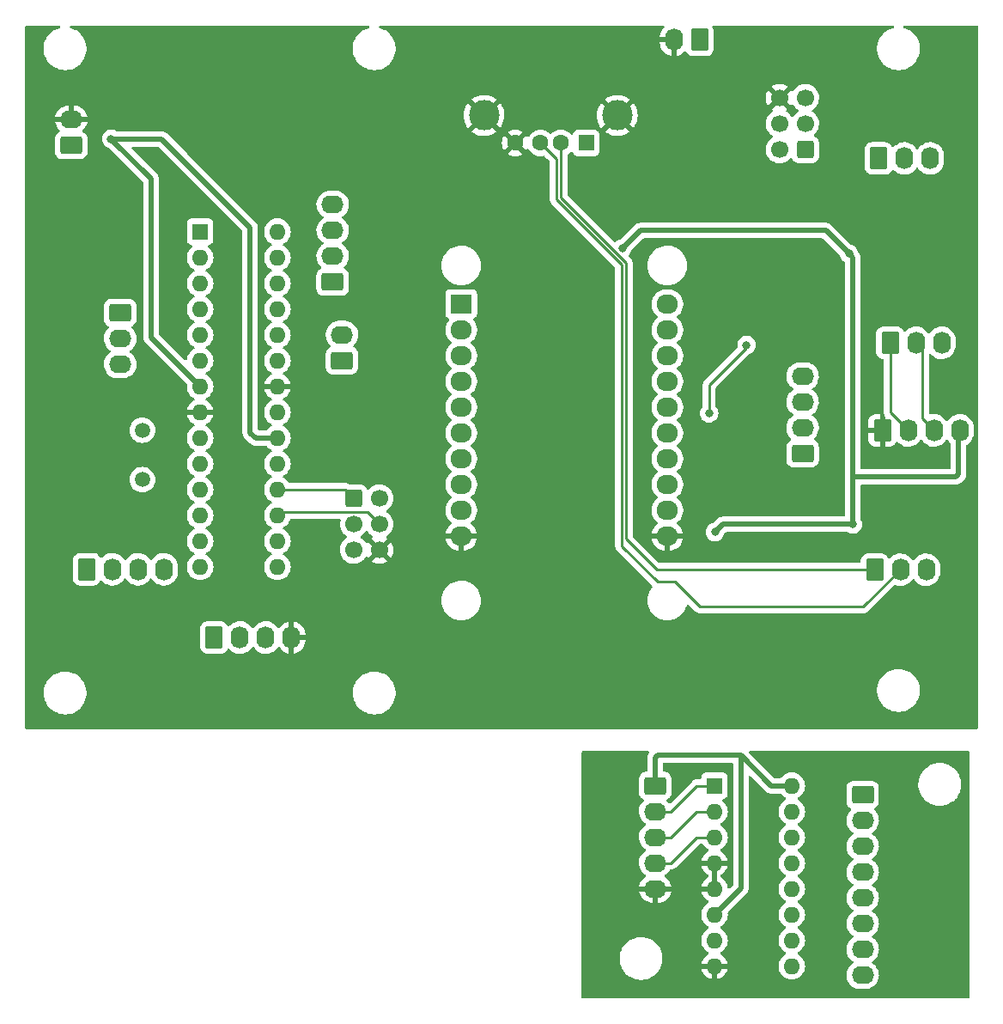
<source format=gbl>
%TF.GenerationSoftware,KiCad,Pcbnew,(6.0.1)*%
%TF.CreationDate,2022-03-10T19:24:07-06:00*%
%TF.ProjectId,arliang2_good2go,61726c69-616e-4673-925f-676f6f643267,rev?*%
%TF.SameCoordinates,Original*%
%TF.FileFunction,Copper,L2,Bot*%
%TF.FilePolarity,Positive*%
%FSLAX46Y46*%
G04 Gerber Fmt 4.6, Leading zero omitted, Abs format (unit mm)*
G04 Created by KiCad (PCBNEW (6.0.1)) date 2022-03-10 19:24:07*
%MOMM*%
%LPD*%
G01*
G04 APERTURE LIST*
G04 Aperture macros list*
%AMRoundRect*
0 Rectangle with rounded corners*
0 $1 Rounding radius*
0 $2 $3 $4 $5 $6 $7 $8 $9 X,Y pos of 4 corners*
0 Add a 4 corners polygon primitive as box body*
4,1,4,$2,$3,$4,$5,$6,$7,$8,$9,$2,$3,0*
0 Add four circle primitives for the rounded corners*
1,1,$1+$1,$2,$3*
1,1,$1+$1,$4,$5*
1,1,$1+$1,$6,$7*
1,1,$1+$1,$8,$9*
0 Add four rect primitives between the rounded corners*
20,1,$1+$1,$2,$3,$4,$5,0*
20,1,$1+$1,$4,$5,$6,$7,0*
20,1,$1+$1,$6,$7,$8,$9,0*
20,1,$1+$1,$8,$9,$2,$3,0*%
G04 Aperture macros list end*
%TA.AperFunction,ComponentPad*%
%ADD10RoundRect,0.250000X-0.620000X-0.845000X0.620000X-0.845000X0.620000X0.845000X-0.620000X0.845000X0*%
%TD*%
%TA.AperFunction,ComponentPad*%
%ADD11O,1.740000X2.190000*%
%TD*%
%TA.AperFunction,ComponentPad*%
%ADD12C,1.500000*%
%TD*%
%TA.AperFunction,ComponentPad*%
%ADD13R,2.100000X1.900000*%
%TD*%
%TA.AperFunction,ComponentPad*%
%ADD14O,2.100000X1.900000*%
%TD*%
%TA.AperFunction,ComponentPad*%
%ADD15R,1.600000X1.600000*%
%TD*%
%TA.AperFunction,ComponentPad*%
%ADD16O,1.600000X1.600000*%
%TD*%
%TA.AperFunction,ComponentPad*%
%ADD17RoundRect,0.250000X0.620000X0.845000X-0.620000X0.845000X-0.620000X-0.845000X0.620000X-0.845000X0*%
%TD*%
%TA.AperFunction,ComponentPad*%
%ADD18RoundRect,0.250000X0.600000X0.600000X-0.600000X0.600000X-0.600000X-0.600000X0.600000X-0.600000X0*%
%TD*%
%TA.AperFunction,ComponentPad*%
%ADD19C,1.700000*%
%TD*%
%TA.AperFunction,ComponentPad*%
%ADD20RoundRect,0.250000X0.845000X-0.620000X0.845000X0.620000X-0.845000X0.620000X-0.845000X-0.620000X0*%
%TD*%
%TA.AperFunction,ComponentPad*%
%ADD21O,2.190000X1.740000*%
%TD*%
%TA.AperFunction,ComponentPad*%
%ADD22C,1.600000*%
%TD*%
%TA.AperFunction,ComponentPad*%
%ADD23C,3.000000*%
%TD*%
%TA.AperFunction,ComponentPad*%
%ADD24RoundRect,0.250000X-0.600000X-0.600000X0.600000X-0.600000X0.600000X0.600000X-0.600000X0.600000X0*%
%TD*%
%TA.AperFunction,ComponentPad*%
%ADD25RoundRect,0.250000X-0.845000X0.620000X-0.845000X-0.620000X0.845000X-0.620000X0.845000X0.620000X0*%
%TD*%
%TA.AperFunction,ViaPad*%
%ADD26C,0.800000*%
%TD*%
%TA.AperFunction,Conductor*%
%ADD27C,0.508000*%
%TD*%
%TA.AperFunction,Conductor*%
%ADD28C,0.250000*%
%TD*%
%TA.AperFunction,Conductor*%
%ADD29C,0.254000*%
%TD*%
G04 APERTURE END LIST*
D10*
%TO.P,J12,1,Pin_1*%
%TO.N,/MISO2*%
X181930511Y-99871489D03*
D11*
%TO.P,J12,2,Pin_2*%
%TO.N,/MOSI2*%
X184470511Y-99871489D03*
%TO.P,J12,3,Pin_3*%
%TO.N,/SCK2*%
X187010511Y-99871489D03*
%TD*%
D12*
%TO.P,Y1,1,1*%
%TO.N,Net-(C1-Pad1)*%
X109728000Y-86106000D03*
%TO.P,Y1,2,2*%
%TO.N,Net-(C2-Pad1)*%
X109728000Y-90986000D03*
%TD*%
D13*
%TO.P,A1,1,~{RST}*%
%TO.N,unconnected-(A1-Pad1)*%
X141163511Y-73684489D03*
D14*
%TO.P,A1,2,A*%
%TO.N,unconnected-(A1-Pad2)*%
X141163511Y-76224489D03*
%TO.P,A1,3,EN*%
%TO.N,unconnected-(A1-Pad3)*%
X141163511Y-78764489D03*
%TO.P,A1,4,16*%
%TO.N,unconnected-(A1-Pad4)*%
X141163511Y-81304489D03*
%TO.P,A1,5,14*%
%TO.N,unconnected-(A1-Pad5)*%
X141163511Y-83844489D03*
%TO.P,A1,6,12*%
%TO.N,unconnected-(A1-Pad6)*%
X141163511Y-86384489D03*
%TO.P,A1,7,13*%
%TO.N,unconnected-(A1-Pad7)*%
X141163511Y-88924489D03*
%TO.P,A1,8,V+*%
%TO.N,+5V*%
X141163511Y-91464489D03*
%TO.P,A1,9,VBat*%
%TO.N,unconnected-(A1-Pad9)*%
X141163511Y-94004489D03*
%TO.P,A1,10,GND*%
%TO.N,GND*%
X141163511Y-96544489D03*
%TO.P,A1,11,GND*%
X161483511Y-96544489D03*
%TO.P,A1,12,LDO*%
%TO.N,unconnected-(A1-Pad12)*%
X161483511Y-94004489D03*
%TO.P,A1,13,3V*%
%TO.N,unconnected-(A1-Pad13)*%
X161483511Y-91464489D03*
%TO.P,A1,14,15*%
%TO.N,unconnected-(A1-Pad14)*%
X161483511Y-88924489D03*
%TO.P,A1,15,2*%
%TO.N,unconnected-(A1-Pad15)*%
X161483511Y-86384489D03*
%TO.P,A1,16,0*%
%TO.N,unconnected-(A1-Pad16)*%
X161483511Y-83844489D03*
%TO.P,A1,17,4*%
%TO.N,unconnected-(A1-Pad17)*%
X161483511Y-81304489D03*
%TO.P,A1,18,5*%
%TO.N,unconnected-(A1-Pad18)*%
X161483511Y-78764489D03*
%TO.P,A1,19,RX*%
%TO.N,Net-(A1-Pad19)*%
X161483511Y-76224489D03*
%TO.P,A1,20,TX*%
%TO.N,Net-(A1-Pad20)*%
X161483511Y-73684489D03*
%TD*%
D15*
%TO.P,U1,1,~{RESET}/PC6*%
%TO.N,Net-(R1-Pad1)*%
X115417511Y-66558000D03*
D16*
%TO.P,U1,2,PD0*%
%TO.N,/S0*%
X115417511Y-69098000D03*
%TO.P,U1,3,PD1*%
%TO.N,/S1*%
X115417511Y-71638000D03*
%TO.P,U1,4,PD2*%
%TO.N,/S2*%
X115417511Y-74178000D03*
%TO.P,U1,5,PD3*%
%TO.N,unconnected-(U1-Pad5)*%
X115417511Y-76718000D03*
%TO.P,U1,6,PD4*%
%TO.N,/card in1*%
X115417511Y-79258000D03*
%TO.P,U1,7,VCC*%
%TO.N,+5V*%
X115417511Y-81798000D03*
%TO.P,U1,8,GND*%
%TO.N,GND*%
X115417511Y-84338000D03*
%TO.P,U1,9,XTAL1/PB6*%
%TO.N,Net-(C1-Pad1)*%
X115417511Y-86878000D03*
%TO.P,U1,10,XTAL2/PB7*%
%TO.N,Net-(C2-Pad1)*%
X115417511Y-89418000D03*
%TO.P,U1,11,PD5*%
%TO.N,/card out1*%
X115417511Y-91958000D03*
%TO.P,U1,12,PD6*%
%TO.N,/cam in1*%
X115417511Y-94498000D03*
%TO.P,U1,13,PD7*%
%TO.N,/cam out1*%
X115417511Y-97038000D03*
%TO.P,U1,14,PB0*%
%TO.N,/SK*%
X115417511Y-99578000D03*
%TO.P,U1,15,PB1*%
%TO.N,/DT*%
X123037511Y-99578000D03*
%TO.P,U1,16,PB2*%
%TO.N,unconnected-(U1-Pad16)*%
X123037511Y-97038000D03*
%TO.P,U1,17,PB3*%
%TO.N,/MOSI*%
X123037511Y-94498000D03*
%TO.P,U1,18,PB4*%
%TO.N,/MISO*%
X123037511Y-91958000D03*
%TO.P,U1,19,PB5*%
%TO.N,/SCK*%
X123037511Y-89418000D03*
%TO.P,U1,20,AVCC*%
%TO.N,+5V*%
X123037511Y-86878000D03*
%TO.P,U1,21,AREF*%
%TO.N,unconnected-(U1-Pad21)*%
X123037511Y-84338000D03*
%TO.P,U1,22,GND*%
%TO.N,GND*%
X123037511Y-81798000D03*
%TO.P,U1,23,PC0*%
%TO.N,/B0*%
X123037511Y-79258000D03*
%TO.P,U1,24,PC1*%
%TO.N,/B1*%
X123037511Y-76718000D03*
%TO.P,U1,25,PC2*%
%TO.N,/Dispenser1*%
X123037511Y-74178000D03*
%TO.P,U1,26,PC3*%
%TO.N,/Dispenser2*%
X123037511Y-71638000D03*
%TO.P,U1,27,PC4*%
%TO.N,/DispenserIR*%
X123037511Y-69098000D03*
%TO.P,U1,28,PC5*%
%TO.N,/Collector Motor*%
X123037511Y-66558000D03*
%TD*%
D17*
%TO.P,J8,1,Pin_1*%
%TO.N,Net-(J8-Pad1)*%
X164658511Y-47649489D03*
D11*
%TO.P,J8,2,Pin_2*%
%TO.N,GND*%
X162118511Y-47649489D03*
%TD*%
D10*
%TO.P,J2,1,Pin_1*%
%TO.N,/card in1*%
X104231511Y-99822000D03*
D11*
%TO.P,J2,2,Pin_2*%
%TO.N,/card out1*%
X106771511Y-99822000D03*
%TO.P,J2,3,Pin_3*%
%TO.N,/cam in1*%
X109311511Y-99822000D03*
%TO.P,J2,4,Pin_4*%
%TO.N,/cam out1*%
X111851511Y-99822000D03*
%TD*%
D18*
%TO.P,J15,1,MISO*%
%TO.N,/MISO*%
X175072511Y-58444489D03*
D19*
%TO.P,J15,2,VCC*%
%TO.N,Net-(D2-Pad2)*%
X172532511Y-58444489D03*
%TO.P,J15,3,SCK*%
%TO.N,/SCK*%
X175072511Y-55904489D03*
%TO.P,J15,4,MOSI*%
%TO.N,/MOSI*%
X172532511Y-55904489D03*
%TO.P,J15,5,~{RST}*%
%TO.N,/RST*%
X175072511Y-53364489D03*
%TO.P,J15,6,GND*%
%TO.N,GND*%
X172532511Y-53364489D03*
%TD*%
D20*
%TO.P,J3,1,Pin_1*%
%TO.N,/Dispenser1*%
X128488511Y-71501000D03*
D21*
%TO.P,J3,2,Pin_2*%
%TO.N,/Dispenser2*%
X128488511Y-68961000D03*
%TO.P,J3,3,Pin_3*%
%TO.N,/DispenserIR*%
X128488511Y-66421000D03*
%TO.P,J3,4,Pin_4*%
%TO.N,/Collector Motor*%
X128488511Y-63881000D03*
%TD*%
D15*
%TO.P,J9,1,VBUS*%
%TO.N,+5V*%
X153482511Y-57809489D03*
D22*
%TO.P,J9,2,D-*%
%TO.N,/MISO2*%
X150982511Y-57809489D03*
%TO.P,J9,3,D+*%
%TO.N,/MOSI2*%
X148982511Y-57809489D03*
%TO.P,J9,4,GND*%
%TO.N,GND*%
X146482511Y-57809489D03*
D23*
%TO.P,J9,5,Shield*%
X143412511Y-55099489D03*
X156552511Y-55099489D03*
%TD*%
D10*
%TO.P,J13,1,Pin_1*%
%TO.N,GND*%
X182692511Y-86130489D03*
D11*
%TO.P,J13,2,Pin_2*%
%TO.N,/CTX0*%
X185232511Y-86130489D03*
%TO.P,J13,3,Pin_3*%
%TO.N,/CRX0*%
X187772511Y-86130489D03*
%TO.P,J13,4,Pin_4*%
%TO.N,+5V*%
X190312511Y-86130489D03*
%TD*%
D10*
%TO.P,J1,1,Pin_1*%
%TO.N,+5V*%
X116804511Y-106553000D03*
D11*
%TO.P,J1,2,Pin_2*%
%TO.N,/SK*%
X119344511Y-106553000D03*
%TO.P,J1,3,Pin_3*%
%TO.N,/DT*%
X121884511Y-106553000D03*
%TO.P,J1,4,Pin_4*%
%TO.N,GND*%
X124424511Y-106553000D03*
%TD*%
D24*
%TO.P,J4,1,MISO*%
%TO.N,/MISO*%
X130565500Y-92832000D03*
D19*
%TO.P,J4,2,VCC*%
%TO.N,Net-(D1-Pad2)*%
X133105500Y-92832000D03*
%TO.P,J4,3,SCK*%
%TO.N,/SCK*%
X130565500Y-95372000D03*
%TO.P,J4,4,MOSI*%
%TO.N,/MOSI*%
X133105500Y-95372000D03*
%TO.P,J4,5,~{RST}*%
%TO.N,/RST*%
X130565500Y-97912000D03*
%TO.P,J4,6,GND*%
%TO.N,GND*%
X133105500Y-97912000D03*
%TD*%
D10*
%TO.P,J10,1,Pin_1*%
%TO.N,/MISO*%
X182311511Y-59333489D03*
D11*
%TO.P,J10,2,Pin_2*%
%TO.N,/MOSI*%
X184851511Y-59333489D03*
%TO.P,J10,3,Pin_3*%
%TO.N,/SCK*%
X187391511Y-59333489D03*
%TD*%
D15*
%TO.P,U7,1,A0*%
%TO.N,Net-(J17-Pad2)*%
X166132000Y-121158000D03*
D16*
%TO.P,U7,2,A1*%
%TO.N,Net-(J17-Pad3)*%
X166132000Y-123698000D03*
%TO.P,U7,3,A2*%
%TO.N,Net-(J17-Pad4)*%
X166132000Y-126238000D03*
%TO.P,U7,4,~{LE}*%
%TO.N,GND*%
X166132000Y-128778000D03*
%TO.P,U7,5,~{E1}*%
X166132000Y-131318000D03*
%TO.P,U7,6,E2*%
%TO.N,+5V*%
X166132000Y-133858000D03*
%TO.P,U7,7,~{Y7}*%
%TO.N,Net-(R15-Pad1)*%
X166132000Y-136398000D03*
%TO.P,U7,8,GND*%
%TO.N,GND*%
X166132000Y-138938000D03*
%TO.P,U7,9,~{Y6}*%
%TO.N,Net-(R14-Pad1)*%
X173752000Y-138938000D03*
%TO.P,U7,10,~{Y5}*%
%TO.N,Net-(R13-Pad1)*%
X173752000Y-136398000D03*
%TO.P,U7,11,~{Y4}*%
%TO.N,Net-(R12-Pad1)*%
X173752000Y-133858000D03*
%TO.P,U7,12,~{Y3}*%
%TO.N,Net-(R11-Pad1)*%
X173752000Y-131318000D03*
%TO.P,U7,13,~{Y2}*%
%TO.N,Net-(R10-Pad1)*%
X173752000Y-128778000D03*
%TO.P,U7,14,~{Y1}*%
%TO.N,Net-(R9-Pad1)*%
X173752000Y-126238000D03*
%TO.P,U7,15,~{Y0}*%
%TO.N,Net-(R8-Pad1)*%
X173752000Y-123698000D03*
%TO.P,U7,16,VCC*%
%TO.N,+5V*%
X173752000Y-121158000D03*
%TD*%
D20*
%TO.P,J14,1,Pin_1*%
%TO.N,/card in*%
X174818511Y-88416489D03*
D21*
%TO.P,J14,2,Pin_2*%
%TO.N,/SCK2*%
X174818511Y-85876489D03*
%TO.P,J14,3,Pin_3*%
%TO.N,/SCK1*%
X174818511Y-83336489D03*
%TO.P,J14,4,Pin_4*%
%TO.N,/cam out*%
X174818511Y-80796489D03*
%TD*%
D10*
%TO.P,J11,1,Pin_1*%
%TO.N,/CTX0*%
X183454511Y-77494489D03*
D11*
%TO.P,J11,2,Pin_2*%
%TO.N,/CRX0*%
X185994511Y-77494489D03*
%TO.P,J11,3,Pin_3*%
%TO.N,/SCK1*%
X188534511Y-77494489D03*
%TD*%
D20*
%TO.P,J7,1,Pin_1*%
%TO.N,/B0*%
X129413000Y-79248000D03*
D21*
%TO.P,J7,2,Pin_2*%
%TO.N,/B1*%
X129413000Y-76708000D03*
%TD*%
D25*
%TO.P,J6,1,Pin_1*%
%TO.N,/S0*%
X107533511Y-74549000D03*
D21*
%TO.P,J6,2,Pin_2*%
%TO.N,/S1*%
X107533511Y-77089000D03*
%TO.P,J6,3,Pin_3*%
%TO.N,/S2*%
X107533511Y-79629000D03*
%TD*%
D20*
%TO.P,J5,1,Pin_1*%
%TO.N,Net-(J5-Pad1)*%
X102707511Y-58039000D03*
D21*
%TO.P,J5,2,Pin_2*%
%TO.N,GND*%
X102707511Y-55499000D03*
%TD*%
D25*
%TO.P,J16,1,Pin_1*%
%TO.N,Net-(J16-Pad1)*%
X180737000Y-122047000D03*
D21*
%TO.P,J16,2,Pin_2*%
%TO.N,Net-(J16-Pad2)*%
X180737000Y-124587000D03*
%TO.P,J16,3,Pin_3*%
%TO.N,Net-(J16-Pad3)*%
X180737000Y-127127000D03*
%TO.P,J16,4,Pin_4*%
%TO.N,Net-(J16-Pad4)*%
X180737000Y-129667000D03*
%TO.P,J16,5,Pin_5*%
%TO.N,Net-(J16-Pad5)*%
X180737000Y-132207000D03*
%TO.P,J16,6,Pin_6*%
%TO.N,Net-(J16-Pad6)*%
X180737000Y-134747000D03*
%TO.P,J16,7,Pin_7*%
%TO.N,Net-(J16-Pad7)*%
X180737000Y-137287000D03*
%TO.P,J16,8,Pin_8*%
%TO.N,Net-(J16-Pad8)*%
X180737000Y-139827000D03*
%TD*%
D25*
%TO.P,J17,1,Pin_1*%
%TO.N,+5V*%
X160290000Y-121158000D03*
D21*
%TO.P,J17,2,Pin_2*%
%TO.N,Net-(J17-Pad2)*%
X160290000Y-123698000D03*
%TO.P,J17,3,Pin_3*%
%TO.N,Net-(J17-Pad3)*%
X160290000Y-126238000D03*
%TO.P,J17,4,Pin_4*%
%TO.N,Net-(J17-Pad4)*%
X160290000Y-128778000D03*
%TO.P,J17,5,Pin_5*%
%TO.N,GND*%
X160290000Y-131318000D03*
%TD*%
D26*
%TO.N,+5V*%
X166182511Y-96163489D03*
X106644511Y-57404000D03*
X179390511Y-68731489D03*
X157038511Y-68223489D03*
X179771511Y-95401489D03*
%TO.N,GND*%
X176022000Y-107442000D03*
X113375511Y-50292000D03*
X138013511Y-69342000D03*
X175514000Y-93599000D03*
X170307000Y-88392000D03*
X125186511Y-60579000D03*
X163830000Y-89789000D03*
X165481000Y-68199000D03*
X147386511Y-62508489D03*
X145354511Y-85749489D03*
X112613511Y-67437000D03*
X108676511Y-105918000D03*
X99151511Y-91059000D03*
X178308000Y-84582000D03*
X186563000Y-128143000D03*
%TO.N,/CRX1*%
X169291000Y-77724000D03*
X165608000Y-84455000D03*
%TD*%
D27*
%TO.N,+5V*%
X110581511Y-76962000D02*
X115417511Y-81798000D01*
X106644511Y-57404000D02*
X110581511Y-61341000D01*
X179771511Y-90702489D02*
X179771511Y-95401489D01*
X168717000Y-118176000D02*
X171699000Y-121158000D01*
X179390511Y-68731489D02*
X177104511Y-66445489D01*
X179390511Y-68731489D02*
X179771511Y-69112489D01*
X111597511Y-57404000D02*
X120360511Y-66167000D01*
X168717000Y-118176000D02*
X168717000Y-131273000D01*
X171699000Y-121158000D02*
X173752000Y-121158000D01*
X160290000Y-118358000D02*
X160538000Y-118110000D01*
X168717000Y-131273000D02*
X166132000Y-133858000D01*
X160290000Y-121158000D02*
X160290000Y-118358000D01*
X158816511Y-66445489D02*
X157038511Y-68223489D01*
X110581511Y-61341000D02*
X110581511Y-76962000D01*
X190185511Y-90448489D02*
X189931511Y-90702489D01*
X166944511Y-95401489D02*
X179771511Y-95401489D01*
X120878511Y-86878000D02*
X123037511Y-86878000D01*
X190185511Y-86257489D02*
X190185511Y-90448489D01*
X120360511Y-66167000D02*
X120360511Y-86360000D01*
X168651000Y-118110000D02*
X168717000Y-118176000D01*
X120360511Y-86360000D02*
X120878511Y-86878000D01*
X189931511Y-90702489D02*
X179771511Y-90702489D01*
X106644511Y-57404000D02*
X111597511Y-57404000D01*
X179771511Y-69112489D02*
X179771511Y-90702489D01*
X166182511Y-96163489D02*
X166944511Y-95401489D01*
X177104511Y-66445489D02*
X158816511Y-66445489D01*
X160538000Y-118110000D02*
X168661000Y-118110000D01*
D28*
%TO.N,/MISO*%
X129691500Y-91958000D02*
X130565500Y-92832000D01*
X123037511Y-91958000D02*
X129691500Y-91958000D01*
%TO.N,/MOSI*%
X131930989Y-94197489D02*
X133105500Y-95372000D01*
X123338022Y-94197489D02*
X131930989Y-94197489D01*
D29*
%TO.N,GND*%
X166132000Y-128778000D02*
X164373000Y-128778000D01*
X164373000Y-128778000D02*
X161833000Y-131318000D01*
X161833000Y-131318000D02*
X160290000Y-131318000D01*
%TO.N,/CTX0*%
X183454511Y-84352489D02*
X183454511Y-77494489D01*
X185232511Y-86130489D02*
X183454511Y-84352489D01*
%TO.N,/CRX0*%
X186629511Y-84987489D02*
X187772511Y-86130489D01*
X186629511Y-78129489D02*
X186629511Y-84987489D01*
X185994511Y-77494489D02*
X186629511Y-78129489D01*
D28*
%TO.N,/MISO2*%
X160425489Y-99846489D02*
X181905511Y-99846489D01*
X157421520Y-69631113D02*
X157421520Y-96842520D01*
X150982511Y-57809489D02*
X150982511Y-63192103D01*
X157421520Y-96842520D02*
X160425489Y-99846489D01*
X150982511Y-63192103D02*
X157421520Y-69631113D01*
%TO.N,/MOSI2*%
X148982511Y-57809489D02*
X150532991Y-59359969D01*
X162239253Y-101069968D02*
X164698774Y-103529489D01*
X156972000Y-97536000D02*
X160505968Y-101069968D01*
X180812511Y-103529489D02*
X184470511Y-99871489D01*
X164698774Y-103529489D02*
X180812511Y-103529489D01*
X150532991Y-59359969D02*
X150532991Y-63378301D01*
X150532991Y-63378301D02*
X156972000Y-69817310D01*
X160505968Y-101069968D02*
X162239253Y-101069968D01*
X156972000Y-69817310D02*
X156972000Y-97536000D01*
%TO.N,/CRX1*%
X165608000Y-84455000D02*
X165608000Y-81661000D01*
X165608000Y-81661000D02*
X169291000Y-77978000D01*
X169291000Y-77978000D02*
X169291000Y-77724000D01*
D29*
%TO.N,Net-(J17-Pad2)*%
X166132000Y-121158000D02*
X164373000Y-121158000D01*
X161833000Y-123698000D02*
X160290000Y-123698000D01*
X164373000Y-121158000D02*
X161833000Y-123698000D01*
%TO.N,Net-(J17-Pad3)*%
X164373000Y-123698000D02*
X166132000Y-123698000D01*
X160290000Y-126238000D02*
X161833000Y-126238000D01*
X161833000Y-126238000D02*
X164373000Y-123698000D01*
%TO.N,Net-(J17-Pad4)*%
X161833000Y-128778000D02*
X164373000Y-126238000D01*
X164373000Y-126238000D02*
X166132000Y-126238000D01*
X160290000Y-128778000D02*
X161833000Y-128778000D01*
%TD*%
%TA.AperFunction,Conductor*%
%TO.N,GND*%
G36*
X101587269Y-46248002D02*
G01*
X101633762Y-46301658D01*
X101643866Y-46371932D01*
X101614372Y-46436512D01*
X101554646Y-46474896D01*
X101544709Y-46477380D01*
X101539658Y-46478426D01*
X101268657Y-46574393D01*
X101013188Y-46706250D01*
X101009687Y-46708711D01*
X101009683Y-46708713D01*
X100999594Y-46715804D01*
X100777977Y-46871559D01*
X100762892Y-46885577D01*
X100576052Y-47059200D01*
X100567378Y-47067260D01*
X100385287Y-47289732D01*
X100235073Y-47534858D01*
X100119517Y-47798102D01*
X100040756Y-48074594D01*
X100000249Y-48359216D01*
X100000227Y-48363505D01*
X100000226Y-48363512D01*
X99998765Y-48642417D01*
X99998743Y-48646703D01*
X100036268Y-48931734D01*
X100112129Y-49209036D01*
X100224923Y-49473476D01*
X100372561Y-49720161D01*
X100552313Y-49944528D01*
X100760851Y-50142423D01*
X100994317Y-50310186D01*
X100998112Y-50312195D01*
X100998113Y-50312196D01*
X101019869Y-50323715D01*
X101248392Y-50444712D01*
X101518373Y-50543511D01*
X101799264Y-50604755D01*
X101827841Y-50607004D01*
X102022282Y-50622307D01*
X102022291Y-50622307D01*
X102024739Y-50622500D01*
X102180271Y-50622500D01*
X102182407Y-50622354D01*
X102182418Y-50622354D01*
X102390548Y-50608165D01*
X102390554Y-50608164D01*
X102394825Y-50607873D01*
X102399020Y-50607004D01*
X102399022Y-50607004D01*
X102535583Y-50578724D01*
X102676342Y-50549574D01*
X102947343Y-50453607D01*
X103202812Y-50321750D01*
X103206313Y-50319289D01*
X103206317Y-50319287D01*
X103320418Y-50239095D01*
X103438023Y-50156441D01*
X103648622Y-49960740D01*
X103830713Y-49738268D01*
X103980927Y-49493142D01*
X104096483Y-49229898D01*
X104175244Y-48953406D01*
X104215751Y-48668784D01*
X104215845Y-48650951D01*
X104217235Y-48385583D01*
X104217235Y-48385576D01*
X104217257Y-48381297D01*
X104179732Y-48096266D01*
X104103871Y-47818964D01*
X103991077Y-47554524D01*
X103907867Y-47415491D01*
X103845643Y-47311521D01*
X103845640Y-47311517D01*
X103843439Y-47307839D01*
X103663687Y-47083472D01*
X103455149Y-46885577D01*
X103221683Y-46717814D01*
X103199843Y-46706250D01*
X103092902Y-46649628D01*
X102967608Y-46583288D01*
X102755597Y-46505703D01*
X102701658Y-46485964D01*
X102701656Y-46485963D01*
X102697627Y-46484489D01*
X102669820Y-46478426D01*
X102663775Y-46477108D01*
X102601479Y-46443053D01*
X102567484Y-46380724D01*
X102572582Y-46309911D01*
X102615156Y-46253096D01*
X102681688Y-46228317D01*
X102690617Y-46228000D01*
X131999148Y-46228000D01*
X132067269Y-46248002D01*
X132113762Y-46301658D01*
X132123866Y-46371932D01*
X132094372Y-46436512D01*
X132034646Y-46474896D01*
X132024709Y-46477380D01*
X132019658Y-46478426D01*
X131748657Y-46574393D01*
X131493188Y-46706250D01*
X131489687Y-46708711D01*
X131489683Y-46708713D01*
X131479594Y-46715804D01*
X131257977Y-46871559D01*
X131242892Y-46885577D01*
X131056052Y-47059200D01*
X131047378Y-47067260D01*
X130865287Y-47289732D01*
X130715073Y-47534858D01*
X130599517Y-47798102D01*
X130520756Y-48074594D01*
X130480249Y-48359216D01*
X130480227Y-48363505D01*
X130480226Y-48363512D01*
X130478765Y-48642417D01*
X130478743Y-48646703D01*
X130516268Y-48931734D01*
X130592129Y-49209036D01*
X130704923Y-49473476D01*
X130852561Y-49720161D01*
X131032313Y-49944528D01*
X131240851Y-50142423D01*
X131474317Y-50310186D01*
X131478112Y-50312195D01*
X131478113Y-50312196D01*
X131499869Y-50323715D01*
X131728392Y-50444712D01*
X131998373Y-50543511D01*
X132279264Y-50604755D01*
X132307841Y-50607004D01*
X132502282Y-50622307D01*
X132502291Y-50622307D01*
X132504739Y-50622500D01*
X132660271Y-50622500D01*
X132662407Y-50622354D01*
X132662418Y-50622354D01*
X132870548Y-50608165D01*
X132870554Y-50608164D01*
X132874825Y-50607873D01*
X132879020Y-50607004D01*
X132879022Y-50607004D01*
X133015583Y-50578724D01*
X133156342Y-50549574D01*
X133427343Y-50453607D01*
X133682812Y-50321750D01*
X133686313Y-50319289D01*
X133686317Y-50319287D01*
X133800418Y-50239095D01*
X133918023Y-50156441D01*
X134128622Y-49960740D01*
X134310713Y-49738268D01*
X134460927Y-49493142D01*
X134576483Y-49229898D01*
X134655244Y-48953406D01*
X134695751Y-48668784D01*
X134695845Y-48650951D01*
X134697235Y-48385583D01*
X134697235Y-48385576D01*
X134697257Y-48381297D01*
X134659732Y-48096266D01*
X134614395Y-47930543D01*
X160740511Y-47930543D01*
X160740736Y-47935852D01*
X160754850Y-48102196D01*
X160756640Y-48112668D01*
X160812709Y-48328691D01*
X160816245Y-48338731D01*
X160907910Y-48542221D01*
X160913079Y-48551507D01*
X161037721Y-48736644D01*
X161044382Y-48744930D01*
X161198435Y-48906419D01*
X161206403Y-48913468D01*
X161385463Y-49046692D01*
X161394493Y-49052291D01*
X161593442Y-49153442D01*
X161603303Y-49157445D01*
X161816440Y-49223627D01*
X161826820Y-49225909D01*
X161846554Y-49228525D01*
X161860718Y-49226329D01*
X161864511Y-49213144D01*
X161864511Y-47921604D01*
X161860036Y-47906365D01*
X161858646Y-47905160D01*
X161850963Y-47903489D01*
X160758626Y-47903489D01*
X160743387Y-47907964D01*
X160742182Y-47909354D01*
X160740511Y-47917037D01*
X160740511Y-47930543D01*
X134614395Y-47930543D01*
X134583871Y-47818964D01*
X134471077Y-47554524D01*
X134387867Y-47415491D01*
X134325643Y-47311521D01*
X134325640Y-47311517D01*
X134323439Y-47307839D01*
X134143687Y-47083472D01*
X133935149Y-46885577D01*
X133701683Y-46717814D01*
X133679843Y-46706250D01*
X133572902Y-46649628D01*
X133447608Y-46583288D01*
X133235597Y-46505703D01*
X133181658Y-46485964D01*
X133181656Y-46485963D01*
X133177627Y-46484489D01*
X133149820Y-46478426D01*
X133143775Y-46477108D01*
X133081479Y-46443053D01*
X133047484Y-46380724D01*
X133052582Y-46309911D01*
X133095156Y-46253096D01*
X133161688Y-46228317D01*
X133170617Y-46228000D01*
X161057313Y-46228000D01*
X161125434Y-46248002D01*
X161171927Y-46301658D01*
X161182031Y-46371932D01*
X161152537Y-46436512D01*
X161139894Y-46449165D01*
X161131071Y-46456821D01*
X161123650Y-46464453D01*
X160982143Y-46637031D01*
X160976118Y-46645798D01*
X160865714Y-46839751D01*
X160861249Y-46849415D01*
X160785101Y-47059200D01*
X160782330Y-47069468D01*
X160742405Y-47290255D01*
X160741472Y-47298484D01*
X160740581Y-47317363D01*
X160740511Y-47320338D01*
X160740511Y-47377374D01*
X160744986Y-47392613D01*
X160746376Y-47393818D01*
X160754059Y-47395489D01*
X162246511Y-47395489D01*
X162314632Y-47415491D01*
X162361125Y-47469147D01*
X162372511Y-47521489D01*
X162372511Y-49211116D01*
X162376484Y-49224647D01*
X162387091Y-49226172D01*
X162510699Y-49200237D01*
X162520895Y-49197177D01*
X162728463Y-49115205D01*
X162738000Y-49110471D01*
X162928796Y-48994693D01*
X162937389Y-48988427D01*
X163105952Y-48842156D01*
X163113373Y-48834524D01*
X163140684Y-48801217D01*
X163199344Y-48761223D01*
X163270314Y-48759292D01*
X163331062Y-48796037D01*
X163346315Y-48818835D01*
X163346961Y-48818435D01*
X163440033Y-48968837D01*
X163565208Y-49093794D01*
X163571438Y-49097634D01*
X163571439Y-49097635D01*
X163708601Y-49182183D01*
X163715773Y-49186604D01*
X163770925Y-49204897D01*
X163877122Y-49240121D01*
X163877124Y-49240121D01*
X163883650Y-49242286D01*
X163890486Y-49242986D01*
X163890489Y-49242987D01*
X163933542Y-49247398D01*
X163988111Y-49252989D01*
X165328911Y-49252989D01*
X165332157Y-49252652D01*
X165332161Y-49252652D01*
X165427819Y-49242727D01*
X165427823Y-49242726D01*
X165434677Y-49242015D01*
X165441213Y-49239834D01*
X165441215Y-49239834D01*
X165573317Y-49195761D01*
X165602457Y-49186039D01*
X165752859Y-49092967D01*
X165877816Y-48967792D01*
X165889302Y-48949159D01*
X165966786Y-48823457D01*
X165966787Y-48823455D01*
X165970626Y-48817227D01*
X166026308Y-48649350D01*
X166027019Y-48642417D01*
X166036683Y-48548087D01*
X166037011Y-48544889D01*
X166037011Y-46754089D01*
X166036674Y-46750839D01*
X166026749Y-46655181D01*
X166026748Y-46655177D01*
X166026037Y-46648323D01*
X166005011Y-46585299D01*
X165972379Y-46487491D01*
X165970061Y-46480543D01*
X165932783Y-46420302D01*
X165913945Y-46351852D01*
X165935106Y-46284082D01*
X165989547Y-46238511D01*
X166039927Y-46228000D01*
X183688148Y-46228000D01*
X183756269Y-46248002D01*
X183802762Y-46301658D01*
X183812866Y-46371932D01*
X183783372Y-46436512D01*
X183723646Y-46474896D01*
X183713709Y-46477380D01*
X183708658Y-46478426D01*
X183437657Y-46574393D01*
X183182188Y-46706250D01*
X183178687Y-46708711D01*
X183178683Y-46708713D01*
X183168594Y-46715804D01*
X182946977Y-46871559D01*
X182931892Y-46885577D01*
X182745052Y-47059200D01*
X182736378Y-47067260D01*
X182554287Y-47289732D01*
X182404073Y-47534858D01*
X182288517Y-47798102D01*
X182209756Y-48074594D01*
X182169249Y-48359216D01*
X182169227Y-48363505D01*
X182169226Y-48363512D01*
X182167765Y-48642417D01*
X182167743Y-48646703D01*
X182205268Y-48931734D01*
X182281129Y-49209036D01*
X182393923Y-49473476D01*
X182541561Y-49720161D01*
X182721313Y-49944528D01*
X182929851Y-50142423D01*
X183163317Y-50310186D01*
X183167112Y-50312195D01*
X183167113Y-50312196D01*
X183188869Y-50323715D01*
X183417392Y-50444712D01*
X183687373Y-50543511D01*
X183968264Y-50604755D01*
X183996841Y-50607004D01*
X184191282Y-50622307D01*
X184191291Y-50622307D01*
X184193739Y-50622500D01*
X184349271Y-50622500D01*
X184351407Y-50622354D01*
X184351418Y-50622354D01*
X184559548Y-50608165D01*
X184559554Y-50608164D01*
X184563825Y-50607873D01*
X184568020Y-50607004D01*
X184568022Y-50607004D01*
X184704583Y-50578724D01*
X184845342Y-50549574D01*
X185116343Y-50453607D01*
X185371812Y-50321750D01*
X185375313Y-50319289D01*
X185375317Y-50319287D01*
X185489418Y-50239095D01*
X185607023Y-50156441D01*
X185817622Y-49960740D01*
X185999713Y-49738268D01*
X186149927Y-49493142D01*
X186265483Y-49229898D01*
X186344244Y-48953406D01*
X186384751Y-48668784D01*
X186384845Y-48650951D01*
X186386235Y-48385583D01*
X186386235Y-48385576D01*
X186386257Y-48381297D01*
X186348732Y-48096266D01*
X186272871Y-47818964D01*
X186160077Y-47554524D01*
X186076867Y-47415491D01*
X186014643Y-47311521D01*
X186014640Y-47311517D01*
X186012439Y-47307839D01*
X185832687Y-47083472D01*
X185624149Y-46885577D01*
X185390683Y-46717814D01*
X185368843Y-46706250D01*
X185261902Y-46649628D01*
X185136608Y-46583288D01*
X184924597Y-46505703D01*
X184870658Y-46485964D01*
X184870656Y-46485963D01*
X184866627Y-46484489D01*
X184838820Y-46478426D01*
X184832775Y-46477108D01*
X184770479Y-46443053D01*
X184736484Y-46380724D01*
X184741582Y-46309911D01*
X184784156Y-46253096D01*
X184850688Y-46228317D01*
X184859617Y-46228000D01*
X192025000Y-46228000D01*
X192093121Y-46248002D01*
X192139614Y-46301658D01*
X192151000Y-46354000D01*
X192151000Y-115444000D01*
X192130998Y-115512121D01*
X192077342Y-115558614D01*
X192025000Y-115570000D01*
X98297000Y-115570000D01*
X98228879Y-115549998D01*
X98182386Y-115496342D01*
X98171000Y-115444000D01*
X98171000Y-112146703D01*
X99998743Y-112146703D01*
X99999302Y-112150947D01*
X99999302Y-112150951D01*
X100005122Y-112195159D01*
X100036268Y-112431734D01*
X100037401Y-112435874D01*
X100037401Y-112435876D01*
X100058415Y-112512689D01*
X100112129Y-112709036D01*
X100224923Y-112973476D01*
X100236693Y-112993142D01*
X100364529Y-113206740D01*
X100372561Y-113220161D01*
X100552313Y-113444528D01*
X100760851Y-113642423D01*
X100994317Y-113810186D01*
X100998112Y-113812195D01*
X100998113Y-113812196D01*
X101019869Y-113823715D01*
X101248392Y-113944712D01*
X101518373Y-114043511D01*
X101799264Y-114104755D01*
X101827841Y-114107004D01*
X102022282Y-114122307D01*
X102022291Y-114122307D01*
X102024739Y-114122500D01*
X102180271Y-114122500D01*
X102182407Y-114122354D01*
X102182418Y-114122354D01*
X102390548Y-114108165D01*
X102390554Y-114108164D01*
X102394825Y-114107873D01*
X102399020Y-114107004D01*
X102399022Y-114107004D01*
X102535584Y-114078723D01*
X102676342Y-114049574D01*
X102947343Y-113953607D01*
X103202812Y-113821750D01*
X103206313Y-113819289D01*
X103206317Y-113819287D01*
X103379401Y-113697641D01*
X103438023Y-113656441D01*
X103648622Y-113460740D01*
X103830713Y-113238268D01*
X103980927Y-112993142D01*
X103984823Y-112984268D01*
X104094757Y-112733830D01*
X104096483Y-112729898D01*
X104175244Y-112453406D01*
X104205515Y-112240704D01*
X104215146Y-112173036D01*
X104215146Y-112173034D01*
X104215751Y-112168784D01*
X104215845Y-112150951D01*
X104215867Y-112146703D01*
X130478743Y-112146703D01*
X130479302Y-112150947D01*
X130479302Y-112150951D01*
X130485122Y-112195159D01*
X130516268Y-112431734D01*
X130517401Y-112435874D01*
X130517401Y-112435876D01*
X130538415Y-112512689D01*
X130592129Y-112709036D01*
X130704923Y-112973476D01*
X130716693Y-112993142D01*
X130844529Y-113206740D01*
X130852561Y-113220161D01*
X131032313Y-113444528D01*
X131240851Y-113642423D01*
X131474317Y-113810186D01*
X131478112Y-113812195D01*
X131478113Y-113812196D01*
X131499869Y-113823715D01*
X131728392Y-113944712D01*
X131998373Y-114043511D01*
X132279264Y-114104755D01*
X132307841Y-114107004D01*
X132502282Y-114122307D01*
X132502291Y-114122307D01*
X132504739Y-114122500D01*
X132660271Y-114122500D01*
X132662407Y-114122354D01*
X132662418Y-114122354D01*
X132870548Y-114108165D01*
X132870554Y-114108164D01*
X132874825Y-114107873D01*
X132879020Y-114107004D01*
X132879022Y-114107004D01*
X133015584Y-114078723D01*
X133156342Y-114049574D01*
X133427343Y-113953607D01*
X133682812Y-113821750D01*
X133686313Y-113819289D01*
X133686317Y-113819287D01*
X133859401Y-113697641D01*
X133918023Y-113656441D01*
X134128622Y-113460740D01*
X134310713Y-113238268D01*
X134460927Y-112993142D01*
X134464823Y-112984268D01*
X134574757Y-112733830D01*
X134576483Y-112729898D01*
X134655244Y-112453406D01*
X134685515Y-112240704D01*
X134695146Y-112173036D01*
X134695146Y-112173034D01*
X134695751Y-112168784D01*
X134695845Y-112150951D01*
X134697198Y-111892703D01*
X182167743Y-111892703D01*
X182205268Y-112177734D01*
X182281129Y-112455036D01*
X182393923Y-112719476D01*
X182541561Y-112966161D01*
X182721313Y-113190528D01*
X182929851Y-113388423D01*
X183163317Y-113556186D01*
X183167112Y-113558195D01*
X183167113Y-113558196D01*
X183188869Y-113569715D01*
X183417392Y-113690712D01*
X183687373Y-113789511D01*
X183968264Y-113850755D01*
X183996841Y-113853004D01*
X184191282Y-113868307D01*
X184191291Y-113868307D01*
X184193739Y-113868500D01*
X184349271Y-113868500D01*
X184351407Y-113868354D01*
X184351418Y-113868354D01*
X184559548Y-113854165D01*
X184559554Y-113854164D01*
X184563825Y-113853873D01*
X184568020Y-113853004D01*
X184568022Y-113853004D01*
X184718942Y-113821750D01*
X184845342Y-113795574D01*
X185116343Y-113699607D01*
X185371812Y-113567750D01*
X185375313Y-113565289D01*
X185375317Y-113565287D01*
X185551894Y-113441186D01*
X185607023Y-113402441D01*
X185685403Y-113329606D01*
X185814479Y-113209661D01*
X185814481Y-113209658D01*
X185817622Y-113206740D01*
X185999713Y-112984268D01*
X186149927Y-112739142D01*
X186164960Y-112704897D01*
X186263757Y-112479830D01*
X186265483Y-112475898D01*
X186278064Y-112431734D01*
X186343068Y-112203534D01*
X186344244Y-112199406D01*
X186384751Y-111914784D01*
X186384845Y-111896951D01*
X186386235Y-111631583D01*
X186386235Y-111631576D01*
X186386257Y-111627297D01*
X186381627Y-111592124D01*
X186349292Y-111346522D01*
X186348732Y-111342266D01*
X186335575Y-111294170D01*
X186274003Y-111069103D01*
X186272871Y-111064964D01*
X186160077Y-110800524D01*
X186030174Y-110583472D01*
X186014643Y-110557521D01*
X186014640Y-110557517D01*
X186012439Y-110553839D01*
X185832687Y-110329472D01*
X185624149Y-110131577D01*
X185390683Y-109963814D01*
X185368843Y-109952250D01*
X185315786Y-109924158D01*
X185136608Y-109829288D01*
X184866627Y-109730489D01*
X184585736Y-109669245D01*
X184554685Y-109666801D01*
X184362718Y-109651693D01*
X184362709Y-109651693D01*
X184360261Y-109651500D01*
X184204729Y-109651500D01*
X184202593Y-109651646D01*
X184202582Y-109651646D01*
X183994452Y-109665835D01*
X183994446Y-109665836D01*
X183990175Y-109666127D01*
X183985980Y-109666996D01*
X183985978Y-109666996D01*
X183849417Y-109695276D01*
X183708658Y-109724426D01*
X183437657Y-109820393D01*
X183182188Y-109952250D01*
X183178687Y-109954711D01*
X183178683Y-109954713D01*
X183134218Y-109985964D01*
X182946977Y-110117559D01*
X182736378Y-110313260D01*
X182554287Y-110535732D01*
X182404073Y-110780858D01*
X182402347Y-110784791D01*
X182402346Y-110784792D01*
X182398574Y-110793386D01*
X182288517Y-111044102D01*
X182209756Y-111320594D01*
X182206672Y-111342266D01*
X182174195Y-111570466D01*
X182169249Y-111605216D01*
X182169227Y-111609505D01*
X182169226Y-111609512D01*
X182167780Y-111885583D01*
X182167743Y-111892703D01*
X134697198Y-111892703D01*
X134697235Y-111885583D01*
X134697235Y-111885576D01*
X134697257Y-111881297D01*
X134659732Y-111596266D01*
X134583871Y-111318964D01*
X134471077Y-111054524D01*
X134323439Y-110807839D01*
X134143687Y-110583472D01*
X133935149Y-110385577D01*
X133701683Y-110217814D01*
X133679843Y-110206250D01*
X133544381Y-110134527D01*
X133447608Y-110083288D01*
X133177627Y-109984489D01*
X132896736Y-109923245D01*
X132865685Y-109920801D01*
X132673718Y-109905693D01*
X132673709Y-109905693D01*
X132671261Y-109905500D01*
X132515729Y-109905500D01*
X132513593Y-109905646D01*
X132513582Y-109905646D01*
X132305452Y-109919835D01*
X132305446Y-109919836D01*
X132301175Y-109920127D01*
X132296980Y-109920996D01*
X132296978Y-109920996D01*
X132160416Y-109949277D01*
X132019658Y-109978426D01*
X131748657Y-110074393D01*
X131493188Y-110206250D01*
X131489687Y-110208711D01*
X131489683Y-110208713D01*
X131479594Y-110215804D01*
X131257977Y-110371559D01*
X131242892Y-110385577D01*
X131061821Y-110553839D01*
X131047378Y-110567260D01*
X130865287Y-110789732D01*
X130715073Y-111034858D01*
X130713347Y-111038791D01*
X130713346Y-111038792D01*
X130601243Y-111294170D01*
X130599517Y-111298102D01*
X130598342Y-111302229D01*
X130598341Y-111302230D01*
X130585724Y-111346522D01*
X130520756Y-111574594D01*
X130480249Y-111859216D01*
X130480227Y-111863505D01*
X130480226Y-111863512D01*
X130478765Y-112142417D01*
X130478743Y-112146703D01*
X104215867Y-112146703D01*
X104217235Y-111885583D01*
X104217235Y-111885576D01*
X104217257Y-111881297D01*
X104179732Y-111596266D01*
X104103871Y-111318964D01*
X103991077Y-111054524D01*
X103843439Y-110807839D01*
X103663687Y-110583472D01*
X103455149Y-110385577D01*
X103221683Y-110217814D01*
X103199843Y-110206250D01*
X103064381Y-110134527D01*
X102967608Y-110083288D01*
X102697627Y-109984489D01*
X102416736Y-109923245D01*
X102385685Y-109920801D01*
X102193718Y-109905693D01*
X102193709Y-109905693D01*
X102191261Y-109905500D01*
X102035729Y-109905500D01*
X102033593Y-109905646D01*
X102033582Y-109905646D01*
X101825452Y-109919835D01*
X101825446Y-109919836D01*
X101821175Y-109920127D01*
X101816980Y-109920996D01*
X101816978Y-109920996D01*
X101680416Y-109949277D01*
X101539658Y-109978426D01*
X101268657Y-110074393D01*
X101013188Y-110206250D01*
X101009687Y-110208711D01*
X101009683Y-110208713D01*
X100999594Y-110215804D01*
X100777977Y-110371559D01*
X100762892Y-110385577D01*
X100581821Y-110553839D01*
X100567378Y-110567260D01*
X100385287Y-110789732D01*
X100235073Y-111034858D01*
X100233347Y-111038791D01*
X100233346Y-111038792D01*
X100121243Y-111294170D01*
X100119517Y-111298102D01*
X100118342Y-111302229D01*
X100118341Y-111302230D01*
X100105724Y-111346522D01*
X100040756Y-111574594D01*
X100000249Y-111859216D01*
X100000227Y-111863505D01*
X100000226Y-111863512D01*
X99998765Y-112142417D01*
X99998743Y-112146703D01*
X98171000Y-112146703D01*
X98171000Y-107448400D01*
X115426011Y-107448400D01*
X115426348Y-107451646D01*
X115426348Y-107451650D01*
X115433072Y-107516450D01*
X115436985Y-107554166D01*
X115439166Y-107560702D01*
X115439166Y-107560704D01*
X115465673Y-107640155D01*
X115492961Y-107721946D01*
X115586033Y-107872348D01*
X115711208Y-107997305D01*
X115717438Y-108001145D01*
X115717439Y-108001146D01*
X115854601Y-108085694D01*
X115861773Y-108090115D01*
X115904326Y-108104229D01*
X116023122Y-108143632D01*
X116023124Y-108143632D01*
X116029650Y-108145797D01*
X116036486Y-108146497D01*
X116036489Y-108146498D01*
X116079542Y-108150909D01*
X116134111Y-108156500D01*
X117474911Y-108156500D01*
X117478157Y-108156163D01*
X117478161Y-108156163D01*
X117573819Y-108146238D01*
X117573823Y-108146237D01*
X117580677Y-108145526D01*
X117587213Y-108143345D01*
X117587215Y-108143345D01*
X117719317Y-108099272D01*
X117748457Y-108089550D01*
X117898859Y-107996478D01*
X118023816Y-107871303D01*
X118101260Y-107745667D01*
X118116626Y-107720738D01*
X118118773Y-107722062D01*
X118157823Y-107677710D01*
X118226100Y-107658248D01*
X118294060Y-107678788D01*
X118316272Y-107697272D01*
X118424101Y-107810306D01*
X118424113Y-107810316D01*
X118427787Y-107814168D01*
X118615476Y-107953813D01*
X118620227Y-107956229D01*
X118620231Y-107956231D01*
X118819255Y-108057420D01*
X118824011Y-108059838D01*
X119047428Y-108129210D01*
X119052715Y-108129911D01*
X119052716Y-108129911D01*
X119274056Y-108159248D01*
X119274060Y-108159248D01*
X119279340Y-108159948D01*
X119284669Y-108159748D01*
X119284671Y-108159748D01*
X119396227Y-108155560D01*
X119513115Y-108151172D01*
X119615530Y-108129683D01*
X119736843Y-108104229D01*
X119736846Y-108104228D01*
X119742070Y-108103132D01*
X119959657Y-108017203D01*
X120069371Y-107950627D01*
X120155094Y-107898609D01*
X120155097Y-107898607D01*
X120159655Y-107895841D01*
X120336345Y-107742517D01*
X120484676Y-107561614D01*
X120487312Y-107556984D01*
X120487315Y-107556979D01*
X120505812Y-107524484D01*
X120556895Y-107475178D01*
X120626526Y-107461317D01*
X120692596Y-107487301D01*
X120719834Y-107516450D01*
X120806309Y-107644896D01*
X120967787Y-107814168D01*
X121155476Y-107953813D01*
X121160227Y-107956229D01*
X121160231Y-107956231D01*
X121359255Y-108057420D01*
X121364011Y-108059838D01*
X121587428Y-108129210D01*
X121592715Y-108129911D01*
X121592716Y-108129911D01*
X121814056Y-108159248D01*
X121814060Y-108159248D01*
X121819340Y-108159948D01*
X121824669Y-108159748D01*
X121824671Y-108159748D01*
X121936227Y-108155560D01*
X122053115Y-108151172D01*
X122155530Y-108129683D01*
X122276843Y-108104229D01*
X122276846Y-108104228D01*
X122282070Y-108103132D01*
X122499657Y-108017203D01*
X122609371Y-107950627D01*
X122695094Y-107898609D01*
X122695097Y-107898607D01*
X122699655Y-107895841D01*
X122876345Y-107742517D01*
X123024676Y-107561614D01*
X123027479Y-107556691D01*
X123046088Y-107523999D01*
X123097170Y-107474693D01*
X123166800Y-107460831D01*
X123232871Y-107486814D01*
X123260110Y-107515964D01*
X123343721Y-107640155D01*
X123350382Y-107648441D01*
X123504435Y-107809930D01*
X123512403Y-107816979D01*
X123691463Y-107950203D01*
X123700493Y-107955802D01*
X123899442Y-108056953D01*
X123909303Y-108060956D01*
X124122440Y-108127138D01*
X124132820Y-108129420D01*
X124152554Y-108132036D01*
X124166718Y-108129840D01*
X124170511Y-108116655D01*
X124170511Y-108114627D01*
X124678511Y-108114627D01*
X124682484Y-108128158D01*
X124693091Y-108129683D01*
X124816699Y-108103748D01*
X124826895Y-108100688D01*
X125034463Y-108018716D01*
X125044000Y-108013982D01*
X125234796Y-107898204D01*
X125243389Y-107891938D01*
X125411952Y-107745667D01*
X125419372Y-107738036D01*
X125560879Y-107565458D01*
X125566904Y-107556691D01*
X125677308Y-107362738D01*
X125681773Y-107353074D01*
X125757921Y-107143289D01*
X125760692Y-107133021D01*
X125800617Y-106912234D01*
X125801550Y-106904005D01*
X125802441Y-106885126D01*
X125802511Y-106882151D01*
X125802511Y-106825115D01*
X125798036Y-106809876D01*
X125796646Y-106808671D01*
X125788963Y-106807000D01*
X124696626Y-106807000D01*
X124681387Y-106811475D01*
X124680182Y-106812865D01*
X124678511Y-106820548D01*
X124678511Y-108114627D01*
X124170511Y-108114627D01*
X124170511Y-106280885D01*
X124678511Y-106280885D01*
X124682986Y-106296124D01*
X124684376Y-106297329D01*
X124692059Y-106299000D01*
X125784396Y-106299000D01*
X125799635Y-106294525D01*
X125800840Y-106293135D01*
X125802511Y-106285452D01*
X125802511Y-106271946D01*
X125802286Y-106266637D01*
X125788172Y-106100293D01*
X125786382Y-106089821D01*
X125730313Y-105873798D01*
X125726777Y-105863758D01*
X125635112Y-105660268D01*
X125629943Y-105650982D01*
X125505301Y-105465845D01*
X125498640Y-105457559D01*
X125344587Y-105296070D01*
X125336619Y-105289021D01*
X125157559Y-105155797D01*
X125148529Y-105150198D01*
X124949580Y-105049047D01*
X124939719Y-105045044D01*
X124726582Y-104978862D01*
X124716202Y-104976580D01*
X124696468Y-104973964D01*
X124682304Y-104976160D01*
X124678511Y-104989345D01*
X124678511Y-106280885D01*
X124170511Y-106280885D01*
X124170511Y-104991373D01*
X124166538Y-104977842D01*
X124155931Y-104976317D01*
X124032323Y-105002252D01*
X124022127Y-105005312D01*
X123814559Y-105087284D01*
X123805022Y-105092018D01*
X123614226Y-105207796D01*
X123605633Y-105214062D01*
X123437070Y-105360333D01*
X123429650Y-105367964D01*
X123288143Y-105540542D01*
X123282118Y-105549309D01*
X123263522Y-105581978D01*
X123212440Y-105631285D01*
X123142809Y-105645146D01*
X123076738Y-105619163D01*
X123049500Y-105590013D01*
X123004653Y-105523399D01*
X122962713Y-105461104D01*
X122801235Y-105291832D01*
X122613546Y-105152187D01*
X122608795Y-105149771D01*
X122608791Y-105149769D01*
X122409767Y-105048580D01*
X122409766Y-105048580D01*
X122405011Y-105046162D01*
X122181594Y-104976790D01*
X122176307Y-104976089D01*
X122176306Y-104976089D01*
X121954966Y-104946752D01*
X121954962Y-104946752D01*
X121949682Y-104946052D01*
X121944353Y-104946252D01*
X121944351Y-104946252D01*
X121848857Y-104949837D01*
X121715907Y-104954828D01*
X121631922Y-104972450D01*
X121492179Y-105001771D01*
X121492176Y-105001772D01*
X121486952Y-105002868D01*
X121269365Y-105088797D01*
X121264801Y-105091566D01*
X121264802Y-105091566D01*
X121073928Y-105207391D01*
X121073925Y-105207393D01*
X121069367Y-105210159D01*
X120892677Y-105363483D01*
X120744346Y-105544386D01*
X120741710Y-105549016D01*
X120741707Y-105549021D01*
X120723210Y-105581516D01*
X120672127Y-105630822D01*
X120602496Y-105644683D01*
X120536426Y-105618699D01*
X120509188Y-105589550D01*
X120476003Y-105540259D01*
X120422713Y-105461104D01*
X120261235Y-105291832D01*
X120073546Y-105152187D01*
X120068795Y-105149771D01*
X120068791Y-105149769D01*
X119869767Y-105048580D01*
X119869766Y-105048580D01*
X119865011Y-105046162D01*
X119641594Y-104976790D01*
X119636307Y-104976089D01*
X119636306Y-104976089D01*
X119414966Y-104946752D01*
X119414962Y-104946752D01*
X119409682Y-104946052D01*
X119404353Y-104946252D01*
X119404351Y-104946252D01*
X119308857Y-104949837D01*
X119175907Y-104954828D01*
X119091922Y-104972450D01*
X118952179Y-105001771D01*
X118952176Y-105001772D01*
X118946952Y-105002868D01*
X118729365Y-105088797D01*
X118724801Y-105091566D01*
X118724802Y-105091566D01*
X118533928Y-105207391D01*
X118533925Y-105207393D01*
X118529367Y-105210159D01*
X118352677Y-105363483D01*
X118334820Y-105385262D01*
X118322104Y-105400770D01*
X118263444Y-105440764D01*
X118192473Y-105442695D01*
X118131725Y-105405950D01*
X118116778Y-105383610D01*
X118116061Y-105384054D01*
X118026843Y-105239880D01*
X118022989Y-105233652D01*
X117897814Y-105108695D01*
X117862351Y-105086835D01*
X117753479Y-105019725D01*
X117753477Y-105019724D01*
X117747249Y-105015885D01*
X117667233Y-104989345D01*
X117585900Y-104962368D01*
X117585898Y-104962368D01*
X117579372Y-104960203D01*
X117572536Y-104959503D01*
X117572533Y-104959502D01*
X117524960Y-104954628D01*
X117474911Y-104949500D01*
X116134111Y-104949500D01*
X116130865Y-104949837D01*
X116130861Y-104949837D01*
X116035203Y-104959762D01*
X116035199Y-104959763D01*
X116028345Y-104960474D01*
X116021809Y-104962655D01*
X116021807Y-104962655D01*
X115904563Y-105001771D01*
X115860565Y-105016450D01*
X115710163Y-105109522D01*
X115585206Y-105234697D01*
X115581366Y-105240927D01*
X115581365Y-105240928D01*
X115503059Y-105367964D01*
X115492396Y-105385262D01*
X115436714Y-105553139D01*
X115436014Y-105559975D01*
X115436013Y-105559978D01*
X115433759Y-105581978D01*
X115426011Y-105657600D01*
X115426011Y-107448400D01*
X98171000Y-107448400D01*
X98171000Y-102863648D01*
X139200250Y-102863648D01*
X139200494Y-102868083D01*
X139200494Y-102868087D01*
X139203889Y-102929762D01*
X139215491Y-103140581D01*
X139269600Y-103412605D01*
X139271076Y-103416808D01*
X139288881Y-103467508D01*
X139361497Y-103674290D01*
X139363550Y-103678243D01*
X139363553Y-103678249D01*
X139436021Y-103817755D01*
X139489349Y-103920416D01*
X139491932Y-103924031D01*
X139491936Y-103924037D01*
X139573425Y-104038069D01*
X139650606Y-104146073D01*
X139842049Y-104346757D01*
X140059859Y-104518464D01*
X140063701Y-104520696D01*
X140063706Y-104520699D01*
X140295835Y-104655531D01*
X140295841Y-104655534D01*
X140299689Y-104657769D01*
X140303822Y-104659443D01*
X140552623Y-104760218D01*
X140552631Y-104760221D01*
X140556755Y-104761891D01*
X140726432Y-104804039D01*
X140821603Y-104827680D01*
X140821608Y-104827681D01*
X140825928Y-104828754D01*
X141062464Y-104852989D01*
X141234170Y-104852989D01*
X141440171Y-104838403D01*
X141444526Y-104837465D01*
X141444529Y-104837465D01*
X141706964Y-104780965D01*
X141706966Y-104780964D01*
X141711311Y-104780029D01*
X141971521Y-104684032D01*
X142215609Y-104552329D01*
X142438704Y-104387548D01*
X142441873Y-104384429D01*
X142441877Y-104384425D01*
X142536168Y-104291604D01*
X142636356Y-104192977D01*
X142655640Y-104167709D01*
X142801916Y-103976042D01*
X142801919Y-103976038D01*
X142804621Y-103972497D01*
X142940142Y-103730508D01*
X142960360Y-103678249D01*
X143038610Y-103475981D01*
X143040213Y-103471838D01*
X143041216Y-103467513D01*
X143041217Y-103467508D01*
X143101834Y-103205987D01*
X143102840Y-103201649D01*
X143126772Y-102925330D01*
X143126528Y-102920891D01*
X143111776Y-102652840D01*
X143111775Y-102652833D01*
X143111531Y-102648397D01*
X143057422Y-102376373D01*
X143051031Y-102358174D01*
X142967003Y-102118896D01*
X142967002Y-102118893D01*
X142965525Y-102114688D01*
X142963472Y-102110735D01*
X142963469Y-102110729D01*
X142839725Y-101872513D01*
X142837673Y-101868562D01*
X142835090Y-101864947D01*
X142835086Y-101864941D01*
X142679004Y-101646527D01*
X142676416Y-101642905D01*
X142535313Y-101494991D01*
X142488045Y-101445441D01*
X142488043Y-101445439D01*
X142484973Y-101442221D01*
X142289553Y-101288165D01*
X142270658Y-101273269D01*
X142270656Y-101273268D01*
X142267163Y-101270514D01*
X142263321Y-101268282D01*
X142263316Y-101268279D01*
X142031187Y-101133447D01*
X142031181Y-101133444D01*
X142027333Y-101131209D01*
X141967712Y-101107060D01*
X141774399Y-101028760D01*
X141774391Y-101028757D01*
X141770267Y-101027087D01*
X141596802Y-100983998D01*
X141505419Y-100961298D01*
X141505414Y-100961297D01*
X141501094Y-100960224D01*
X141264558Y-100935989D01*
X141092852Y-100935989D01*
X140886851Y-100950575D01*
X140882496Y-100951513D01*
X140882493Y-100951513D01*
X140620058Y-101008013D01*
X140620056Y-101008014D01*
X140615711Y-101008949D01*
X140355501Y-101104946D01*
X140351583Y-101107060D01*
X140132574Y-101225231D01*
X140111413Y-101236649D01*
X140007827Y-101313159D01*
X139892678Y-101398210D01*
X139888318Y-101401430D01*
X139885149Y-101404549D01*
X139885145Y-101404553D01*
X139793275Y-101494991D01*
X139690666Y-101596001D01*
X139687967Y-101599538D01*
X139687964Y-101599541D01*
X139652106Y-101646527D01*
X139522401Y-101816481D01*
X139386880Y-102058470D01*
X139385275Y-102062619D01*
X139385273Y-102062623D01*
X139365131Y-102114688D01*
X139286809Y-102317140D01*
X139285806Y-102321465D01*
X139285805Y-102321470D01*
X139273079Y-102376373D01*
X139224182Y-102587329D01*
X139200250Y-102863648D01*
X98171000Y-102863648D01*
X98171000Y-100717400D01*
X102853011Y-100717400D01*
X102853348Y-100720646D01*
X102853348Y-100720650D01*
X102863004Y-100813707D01*
X102863985Y-100823166D01*
X102866166Y-100829702D01*
X102866166Y-100829704D01*
X102886782Y-100891498D01*
X102919961Y-100990946D01*
X103013033Y-101141348D01*
X103138208Y-101266305D01*
X103144438Y-101270145D01*
X103144439Y-101270146D01*
X103281601Y-101354694D01*
X103288773Y-101359115D01*
X103331326Y-101373229D01*
X103450122Y-101412632D01*
X103450124Y-101412632D01*
X103456650Y-101414797D01*
X103463486Y-101415497D01*
X103463489Y-101415498D01*
X103504093Y-101419658D01*
X103561111Y-101425500D01*
X104901911Y-101425500D01*
X104905157Y-101425163D01*
X104905161Y-101425163D01*
X105000819Y-101415238D01*
X105000823Y-101415237D01*
X105007677Y-101414526D01*
X105014213Y-101412345D01*
X105014215Y-101412345D01*
X105146317Y-101368272D01*
X105175457Y-101358550D01*
X105325859Y-101265478D01*
X105450816Y-101140303D01*
X105472611Y-101104946D01*
X105543626Y-100989738D01*
X105545773Y-100991062D01*
X105584823Y-100946710D01*
X105653100Y-100927248D01*
X105721060Y-100947788D01*
X105743272Y-100966272D01*
X105851101Y-101079306D01*
X105851113Y-101079316D01*
X105854787Y-101083168D01*
X106042476Y-101222813D01*
X106047227Y-101225229D01*
X106047231Y-101225231D01*
X106139813Y-101272302D01*
X106251011Y-101328838D01*
X106474428Y-101398210D01*
X106479715Y-101398911D01*
X106479716Y-101398911D01*
X106701056Y-101428248D01*
X106701060Y-101428248D01*
X106706340Y-101428948D01*
X106711669Y-101428748D01*
X106711671Y-101428748D01*
X106823227Y-101424560D01*
X106940115Y-101420172D01*
X107052324Y-101396628D01*
X107163843Y-101373229D01*
X107163846Y-101373228D01*
X107169070Y-101372132D01*
X107386657Y-101286203D01*
X107468319Y-101236649D01*
X107582094Y-101167609D01*
X107582097Y-101167607D01*
X107586655Y-101164841D01*
X107763345Y-101011517D01*
X107911676Y-100830614D01*
X107914312Y-100825984D01*
X107914315Y-100825979D01*
X107932812Y-100793484D01*
X107983895Y-100744178D01*
X108053526Y-100730317D01*
X108119596Y-100756301D01*
X108146834Y-100785450D01*
X108233309Y-100913896D01*
X108236988Y-100917753D01*
X108236990Y-100917755D01*
X108268299Y-100950575D01*
X108394787Y-101083168D01*
X108582476Y-101222813D01*
X108587227Y-101225229D01*
X108587231Y-101225231D01*
X108679813Y-101272302D01*
X108791011Y-101328838D01*
X109014428Y-101398210D01*
X109019715Y-101398911D01*
X109019716Y-101398911D01*
X109241056Y-101428248D01*
X109241060Y-101428248D01*
X109246340Y-101428948D01*
X109251669Y-101428748D01*
X109251671Y-101428748D01*
X109363227Y-101424560D01*
X109480115Y-101420172D01*
X109592324Y-101396628D01*
X109703843Y-101373229D01*
X109703846Y-101373228D01*
X109709070Y-101372132D01*
X109926657Y-101286203D01*
X110008319Y-101236649D01*
X110122094Y-101167609D01*
X110122097Y-101167607D01*
X110126655Y-101164841D01*
X110303345Y-101011517D01*
X110451676Y-100830614D01*
X110454312Y-100825984D01*
X110454315Y-100825979D01*
X110472812Y-100793484D01*
X110523895Y-100744178D01*
X110593526Y-100730317D01*
X110659596Y-100756301D01*
X110686834Y-100785450D01*
X110773309Y-100913896D01*
X110776988Y-100917753D01*
X110776990Y-100917755D01*
X110808299Y-100950575D01*
X110934787Y-101083168D01*
X111122476Y-101222813D01*
X111127227Y-101225229D01*
X111127231Y-101225231D01*
X111219813Y-101272302D01*
X111331011Y-101328838D01*
X111554428Y-101398210D01*
X111559715Y-101398911D01*
X111559716Y-101398911D01*
X111781056Y-101428248D01*
X111781060Y-101428248D01*
X111786340Y-101428948D01*
X111791669Y-101428748D01*
X111791671Y-101428748D01*
X111903227Y-101424560D01*
X112020115Y-101420172D01*
X112132324Y-101396628D01*
X112243843Y-101373229D01*
X112243846Y-101373228D01*
X112249070Y-101372132D01*
X112466657Y-101286203D01*
X112548319Y-101236649D01*
X112662094Y-101167609D01*
X112662097Y-101167607D01*
X112666655Y-101164841D01*
X112843345Y-101011517D01*
X112991676Y-100830614D01*
X113107407Y-100627305D01*
X113187227Y-100407404D01*
X113228855Y-100177197D01*
X113230011Y-100152684D01*
X113230011Y-99578000D01*
X114104013Y-99578000D01*
X114123968Y-99806087D01*
X114183227Y-100027243D01*
X114185550Y-100032224D01*
X114185550Y-100032225D01*
X114277662Y-100229762D01*
X114277665Y-100229767D01*
X114279988Y-100234749D01*
X114283145Y-100239257D01*
X114400883Y-100407404D01*
X114411313Y-100422300D01*
X114573211Y-100584198D01*
X114577719Y-100587355D01*
X114577722Y-100587357D01*
X114642582Y-100632772D01*
X114760762Y-100715523D01*
X114765744Y-100717846D01*
X114765749Y-100717849D01*
X114927951Y-100793484D01*
X114968268Y-100812284D01*
X114973576Y-100813706D01*
X114973578Y-100813707D01*
X115184109Y-100870119D01*
X115184111Y-100870119D01*
X115189424Y-100871543D01*
X115417511Y-100891498D01*
X115645598Y-100871543D01*
X115650911Y-100870119D01*
X115650913Y-100870119D01*
X115861444Y-100813707D01*
X115861446Y-100813706D01*
X115866754Y-100812284D01*
X115907071Y-100793484D01*
X116069273Y-100717849D01*
X116069278Y-100717846D01*
X116074260Y-100715523D01*
X116192440Y-100632772D01*
X116257300Y-100587357D01*
X116257303Y-100587355D01*
X116261811Y-100584198D01*
X116423709Y-100422300D01*
X116434140Y-100407404D01*
X116551877Y-100239257D01*
X116555034Y-100234749D01*
X116557357Y-100229767D01*
X116557360Y-100229762D01*
X116649472Y-100032225D01*
X116649472Y-100032224D01*
X116651795Y-100027243D01*
X116711054Y-99806087D01*
X116731009Y-99578000D01*
X116711054Y-99349913D01*
X116688504Y-99265757D01*
X116653218Y-99134067D01*
X116653217Y-99134065D01*
X116651795Y-99128757D01*
X116641862Y-99107455D01*
X116557360Y-98926238D01*
X116557357Y-98926233D01*
X116555034Y-98921251D01*
X116466974Y-98795489D01*
X116426868Y-98738211D01*
X116426866Y-98738208D01*
X116423709Y-98733700D01*
X116261811Y-98571802D01*
X116257303Y-98568645D01*
X116257300Y-98568643D01*
X116125550Y-98476391D01*
X116074260Y-98440477D01*
X116069278Y-98438154D01*
X116069273Y-98438151D01*
X116035054Y-98422195D01*
X115981769Y-98375278D01*
X115962308Y-98307001D01*
X115982850Y-98239041D01*
X116035054Y-98193805D01*
X116069273Y-98177849D01*
X116069278Y-98177846D01*
X116074260Y-98175523D01*
X116187049Y-98096547D01*
X116257300Y-98047357D01*
X116257303Y-98047355D01*
X116261811Y-98044198D01*
X116423709Y-97882300D01*
X116429828Y-97873562D01*
X116546866Y-97706414D01*
X116555034Y-97694749D01*
X116557357Y-97689767D01*
X116557360Y-97689762D01*
X116649472Y-97492225D01*
X116649472Y-97492224D01*
X116651795Y-97487243D01*
X116709252Y-97272814D01*
X116709630Y-97271402D01*
X116709630Y-97271400D01*
X116711054Y-97266087D01*
X116731009Y-97038000D01*
X116711054Y-96809913D01*
X116709630Y-96804598D01*
X116653218Y-96594067D01*
X116653217Y-96594065D01*
X116651795Y-96588757D01*
X116623429Y-96527925D01*
X116557360Y-96386238D01*
X116557357Y-96386233D01*
X116555034Y-96381251D01*
X116466974Y-96255489D01*
X116426868Y-96198211D01*
X116426866Y-96198208D01*
X116423709Y-96193700D01*
X116261811Y-96031802D01*
X116257303Y-96028645D01*
X116257300Y-96028643D01*
X116169669Y-95967283D01*
X116074260Y-95900477D01*
X116069278Y-95898154D01*
X116069273Y-95898151D01*
X116035054Y-95882195D01*
X115981769Y-95835278D01*
X115962308Y-95767001D01*
X115982850Y-95699041D01*
X116035054Y-95653805D01*
X116069273Y-95637849D01*
X116069278Y-95637846D01*
X116074260Y-95635523D01*
X116206036Y-95543252D01*
X116257300Y-95507357D01*
X116257303Y-95507355D01*
X116261811Y-95504198D01*
X116423709Y-95342300D01*
X116429828Y-95333562D01*
X116489272Y-95248666D01*
X116555034Y-95154749D01*
X116557357Y-95149767D01*
X116557360Y-95149762D01*
X116649472Y-94952225D01*
X116649472Y-94952224D01*
X116651795Y-94947243D01*
X116653220Y-94941927D01*
X116709630Y-94731402D01*
X116709630Y-94731400D01*
X116711054Y-94726087D01*
X116731009Y-94498000D01*
X116711054Y-94269913D01*
X116678201Y-94147305D01*
X116653218Y-94054067D01*
X116653217Y-94054065D01*
X116651795Y-94048757D01*
X116583548Y-93902400D01*
X116557360Y-93846238D01*
X116557357Y-93846233D01*
X116555034Y-93841251D01*
X116466974Y-93715489D01*
X116426868Y-93658211D01*
X116426866Y-93658208D01*
X116423709Y-93653700D01*
X116261811Y-93491802D01*
X116257303Y-93488645D01*
X116257300Y-93488643D01*
X116137227Y-93404567D01*
X116074260Y-93360477D01*
X116069278Y-93358154D01*
X116069273Y-93358151D01*
X116035054Y-93342195D01*
X115981769Y-93295278D01*
X115962308Y-93227001D01*
X115982850Y-93159041D01*
X116035054Y-93113805D01*
X116069273Y-93097849D01*
X116069278Y-93097846D01*
X116074260Y-93095523D01*
X116206529Y-93002907D01*
X116257300Y-92967357D01*
X116257303Y-92967355D01*
X116261811Y-92964198D01*
X116423709Y-92802300D01*
X116555034Y-92614749D01*
X116557357Y-92609767D01*
X116557360Y-92609762D01*
X116649472Y-92412225D01*
X116649472Y-92412224D01*
X116651795Y-92407243D01*
X116694243Y-92248828D01*
X116709630Y-92191402D01*
X116709630Y-92191400D01*
X116711054Y-92186087D01*
X116731009Y-91958000D01*
X116711054Y-91729913D01*
X116678201Y-91607305D01*
X116653218Y-91514067D01*
X116653217Y-91514065D01*
X116651795Y-91508757D01*
X116641355Y-91486368D01*
X116557360Y-91306238D01*
X116557357Y-91306233D01*
X116555034Y-91301251D01*
X116423709Y-91113700D01*
X116261811Y-90951802D01*
X116257303Y-90948645D01*
X116257300Y-90948643D01*
X116137227Y-90864567D01*
X116074260Y-90820477D01*
X116069278Y-90818154D01*
X116069273Y-90818151D01*
X116035054Y-90802195D01*
X115981769Y-90755278D01*
X115962308Y-90687001D01*
X115982850Y-90619041D01*
X116035054Y-90573805D01*
X116069273Y-90557849D01*
X116069278Y-90557846D01*
X116074260Y-90555523D01*
X116206529Y-90462907D01*
X116257300Y-90427357D01*
X116257303Y-90427355D01*
X116261811Y-90424198D01*
X116423709Y-90262300D01*
X116555034Y-90074749D01*
X116557357Y-90069767D01*
X116557360Y-90069762D01*
X116649472Y-89872225D01*
X116649472Y-89872224D01*
X116651795Y-89867243D01*
X116666065Y-89813989D01*
X116709630Y-89651402D01*
X116709630Y-89651400D01*
X116711054Y-89646087D01*
X116731009Y-89418000D01*
X116711054Y-89189913D01*
X116709607Y-89184511D01*
X116653218Y-88974067D01*
X116653217Y-88974065D01*
X116651795Y-88968757D01*
X116583548Y-88822400D01*
X116557360Y-88766238D01*
X116557357Y-88766233D01*
X116555034Y-88761251D01*
X116423709Y-88573700D01*
X116261811Y-88411802D01*
X116257303Y-88408645D01*
X116257300Y-88408643D01*
X116137227Y-88324567D01*
X116074260Y-88280477D01*
X116069278Y-88278154D01*
X116069273Y-88278151D01*
X116035054Y-88262195D01*
X115981769Y-88215278D01*
X115962308Y-88147001D01*
X115982850Y-88079041D01*
X116035054Y-88033805D01*
X116069273Y-88017849D01*
X116069278Y-88017846D01*
X116074260Y-88015523D01*
X116206529Y-87922907D01*
X116257300Y-87887357D01*
X116257303Y-87887355D01*
X116261811Y-87884198D01*
X116423709Y-87722300D01*
X116428560Y-87715373D01*
X116511065Y-87597543D01*
X116555034Y-87534749D01*
X116557357Y-87529767D01*
X116557360Y-87529762D01*
X116649472Y-87332225D01*
X116649472Y-87332224D01*
X116651795Y-87327243D01*
X116654842Y-87315874D01*
X116709630Y-87111402D01*
X116709630Y-87111400D01*
X116711054Y-87106087D01*
X116731009Y-86878000D01*
X116711054Y-86649913D01*
X116677110Y-86523233D01*
X116653218Y-86434067D01*
X116653217Y-86434065D01*
X116651795Y-86428757D01*
X116639199Y-86401745D01*
X116557360Y-86226238D01*
X116557357Y-86226233D01*
X116555034Y-86221251D01*
X116466981Y-86095498D01*
X116426868Y-86038211D01*
X116426866Y-86038208D01*
X116423709Y-86033700D01*
X116261811Y-85871802D01*
X116257303Y-85868645D01*
X116257300Y-85868643D01*
X116137227Y-85784567D01*
X116074260Y-85740477D01*
X116069278Y-85738154D01*
X116069273Y-85738151D01*
X116034462Y-85721919D01*
X115981177Y-85675002D01*
X115961716Y-85606725D01*
X115982258Y-85538765D01*
X116034462Y-85493529D01*
X116069022Y-85477414D01*
X116078518Y-85471931D01*
X116256978Y-85346972D01*
X116265386Y-85339916D01*
X116419427Y-85185875D01*
X116426483Y-85177467D01*
X116551442Y-84999007D01*
X116556925Y-84989511D01*
X116649001Y-84792053D01*
X116652747Y-84781761D01*
X116698905Y-84609497D01*
X116698569Y-84595401D01*
X116690627Y-84592000D01*
X114149544Y-84592000D01*
X114136013Y-84595973D01*
X114134784Y-84604522D01*
X114182275Y-84781761D01*
X114186021Y-84792053D01*
X114278097Y-84989511D01*
X114283580Y-84999007D01*
X114408539Y-85177467D01*
X114415595Y-85185875D01*
X114569636Y-85339916D01*
X114578044Y-85346972D01*
X114756504Y-85471931D01*
X114766000Y-85477414D01*
X114800560Y-85493529D01*
X114853845Y-85540446D01*
X114873306Y-85608723D01*
X114852764Y-85676683D01*
X114800560Y-85721919D01*
X114765749Y-85738151D01*
X114765744Y-85738154D01*
X114760762Y-85740477D01*
X114697795Y-85784567D01*
X114577722Y-85868643D01*
X114577719Y-85868645D01*
X114573211Y-85871802D01*
X114411313Y-86033700D01*
X114408156Y-86038208D01*
X114408154Y-86038211D01*
X114368041Y-86095498D01*
X114279988Y-86221251D01*
X114277665Y-86226233D01*
X114277662Y-86226238D01*
X114195823Y-86401745D01*
X114183227Y-86428757D01*
X114181805Y-86434065D01*
X114181804Y-86434067D01*
X114157912Y-86523233D01*
X114123968Y-86649913D01*
X114104013Y-86878000D01*
X114123968Y-87106087D01*
X114125392Y-87111400D01*
X114125392Y-87111402D01*
X114180181Y-87315874D01*
X114183227Y-87327243D01*
X114185550Y-87332224D01*
X114185550Y-87332225D01*
X114277662Y-87529762D01*
X114277665Y-87529767D01*
X114279988Y-87534749D01*
X114323957Y-87597543D01*
X114406463Y-87715373D01*
X114411313Y-87722300D01*
X114573211Y-87884198D01*
X114577719Y-87887355D01*
X114577722Y-87887357D01*
X114628493Y-87922907D01*
X114760762Y-88015523D01*
X114765744Y-88017846D01*
X114765749Y-88017849D01*
X114799968Y-88033805D01*
X114853253Y-88080722D01*
X114872714Y-88148999D01*
X114852172Y-88216959D01*
X114799968Y-88262195D01*
X114765749Y-88278151D01*
X114765744Y-88278154D01*
X114760762Y-88280477D01*
X114697795Y-88324567D01*
X114577722Y-88408643D01*
X114577719Y-88408645D01*
X114573211Y-88411802D01*
X114411313Y-88573700D01*
X114279988Y-88761251D01*
X114277665Y-88766233D01*
X114277662Y-88766238D01*
X114251474Y-88822400D01*
X114183227Y-88968757D01*
X114181805Y-88974065D01*
X114181804Y-88974067D01*
X114125415Y-89184511D01*
X114123968Y-89189913D01*
X114104013Y-89418000D01*
X114123968Y-89646087D01*
X114125392Y-89651400D01*
X114125392Y-89651402D01*
X114168958Y-89813989D01*
X114183227Y-89867243D01*
X114185550Y-89872224D01*
X114185550Y-89872225D01*
X114277662Y-90069762D01*
X114277665Y-90069767D01*
X114279988Y-90074749D01*
X114411313Y-90262300D01*
X114573211Y-90424198D01*
X114577719Y-90427355D01*
X114577722Y-90427357D01*
X114628493Y-90462907D01*
X114760762Y-90555523D01*
X114765744Y-90557846D01*
X114765749Y-90557849D01*
X114799968Y-90573805D01*
X114853253Y-90620722D01*
X114872714Y-90688999D01*
X114852172Y-90756959D01*
X114799968Y-90802195D01*
X114765749Y-90818151D01*
X114765744Y-90818154D01*
X114760762Y-90820477D01*
X114697795Y-90864567D01*
X114577722Y-90948643D01*
X114577719Y-90948645D01*
X114573211Y-90951802D01*
X114411313Y-91113700D01*
X114279988Y-91301251D01*
X114277665Y-91306233D01*
X114277662Y-91306238D01*
X114193667Y-91486368D01*
X114183227Y-91508757D01*
X114181805Y-91514065D01*
X114181804Y-91514067D01*
X114156821Y-91607305D01*
X114123968Y-91729913D01*
X114104013Y-91958000D01*
X114123968Y-92186087D01*
X114125392Y-92191400D01*
X114125392Y-92191402D01*
X114140780Y-92248828D01*
X114183227Y-92407243D01*
X114185550Y-92412224D01*
X114185550Y-92412225D01*
X114277662Y-92609762D01*
X114277665Y-92609767D01*
X114279988Y-92614749D01*
X114411313Y-92802300D01*
X114573211Y-92964198D01*
X114577719Y-92967355D01*
X114577722Y-92967357D01*
X114628493Y-93002907D01*
X114760762Y-93095523D01*
X114765744Y-93097846D01*
X114765749Y-93097849D01*
X114799968Y-93113805D01*
X114853253Y-93160722D01*
X114872714Y-93228999D01*
X114852172Y-93296959D01*
X114799968Y-93342195D01*
X114765749Y-93358151D01*
X114765744Y-93358154D01*
X114760762Y-93360477D01*
X114697795Y-93404567D01*
X114577722Y-93488643D01*
X114577719Y-93488645D01*
X114573211Y-93491802D01*
X114411313Y-93653700D01*
X114408156Y-93658208D01*
X114408154Y-93658211D01*
X114368048Y-93715489D01*
X114279988Y-93841251D01*
X114277665Y-93846233D01*
X114277662Y-93846238D01*
X114251474Y-93902400D01*
X114183227Y-94048757D01*
X114181805Y-94054065D01*
X114181804Y-94054067D01*
X114156821Y-94147305D01*
X114123968Y-94269913D01*
X114104013Y-94498000D01*
X114123968Y-94726087D01*
X114125392Y-94731400D01*
X114125392Y-94731402D01*
X114181803Y-94941927D01*
X114183227Y-94947243D01*
X114185550Y-94952224D01*
X114185550Y-94952225D01*
X114277662Y-95149762D01*
X114277665Y-95149767D01*
X114279988Y-95154749D01*
X114345750Y-95248666D01*
X114405195Y-95333562D01*
X114411313Y-95342300D01*
X114573211Y-95504198D01*
X114577719Y-95507355D01*
X114577722Y-95507357D01*
X114628986Y-95543252D01*
X114760762Y-95635523D01*
X114765744Y-95637846D01*
X114765749Y-95637849D01*
X114799968Y-95653805D01*
X114853253Y-95700722D01*
X114872714Y-95768999D01*
X114852172Y-95836959D01*
X114799968Y-95882195D01*
X114765749Y-95898151D01*
X114765744Y-95898154D01*
X114760762Y-95900477D01*
X114665353Y-95967283D01*
X114577722Y-96028643D01*
X114577719Y-96028645D01*
X114573211Y-96031802D01*
X114411313Y-96193700D01*
X114408156Y-96198208D01*
X114408154Y-96198211D01*
X114368048Y-96255489D01*
X114279988Y-96381251D01*
X114277665Y-96386233D01*
X114277662Y-96386238D01*
X114211593Y-96527925D01*
X114183227Y-96588757D01*
X114181805Y-96594065D01*
X114181804Y-96594067D01*
X114125392Y-96804598D01*
X114123968Y-96809913D01*
X114104013Y-97038000D01*
X114123968Y-97266087D01*
X114125392Y-97271400D01*
X114125392Y-97271402D01*
X114125771Y-97272814D01*
X114183227Y-97487243D01*
X114185550Y-97492224D01*
X114185550Y-97492225D01*
X114277662Y-97689762D01*
X114277665Y-97689767D01*
X114279988Y-97694749D01*
X114288156Y-97706414D01*
X114405195Y-97873562D01*
X114411313Y-97882300D01*
X114573211Y-98044198D01*
X114577719Y-98047355D01*
X114577722Y-98047357D01*
X114647973Y-98096547D01*
X114760762Y-98175523D01*
X114765744Y-98177846D01*
X114765749Y-98177849D01*
X114799968Y-98193805D01*
X114853253Y-98240722D01*
X114872714Y-98308999D01*
X114852172Y-98376959D01*
X114799968Y-98422195D01*
X114765749Y-98438151D01*
X114765744Y-98438154D01*
X114760762Y-98440477D01*
X114709472Y-98476391D01*
X114577722Y-98568643D01*
X114577719Y-98568645D01*
X114573211Y-98571802D01*
X114411313Y-98733700D01*
X114408156Y-98738208D01*
X114408154Y-98738211D01*
X114368048Y-98795489D01*
X114279988Y-98921251D01*
X114277665Y-98926233D01*
X114277662Y-98926238D01*
X114193160Y-99107455D01*
X114183227Y-99128757D01*
X114181805Y-99134065D01*
X114181804Y-99134067D01*
X114146518Y-99265757D01*
X114123968Y-99349913D01*
X114104013Y-99578000D01*
X113230011Y-99578000D01*
X113230011Y-99538262D01*
X113219415Y-99413387D01*
X113215667Y-99369209D01*
X113215666Y-99369205D01*
X113215216Y-99363898D01*
X113191640Y-99273062D01*
X113157786Y-99142629D01*
X113157785Y-99142625D01*
X113156444Y-99137460D01*
X113150280Y-99123775D01*
X113077933Y-98963172D01*
X113060361Y-98924163D01*
X113053306Y-98913683D01*
X113022220Y-98867510D01*
X112929713Y-98730104D01*
X112919368Y-98719259D01*
X112771914Y-98564689D01*
X112768235Y-98560832D01*
X112757959Y-98553186D01*
X112603346Y-98438151D01*
X112580546Y-98421187D01*
X112575795Y-98418771D01*
X112575791Y-98418769D01*
X112376767Y-98317580D01*
X112376766Y-98317580D01*
X112372011Y-98315162D01*
X112148594Y-98245790D01*
X112143307Y-98245089D01*
X112143306Y-98245089D01*
X111921966Y-98215752D01*
X111921962Y-98215752D01*
X111916682Y-98215052D01*
X111911353Y-98215252D01*
X111911351Y-98215252D01*
X111815857Y-98218837D01*
X111682907Y-98223828D01*
X111598922Y-98241450D01*
X111459179Y-98270771D01*
X111459176Y-98270772D01*
X111453952Y-98271868D01*
X111236365Y-98357797D01*
X111231801Y-98360566D01*
X111231802Y-98360566D01*
X111040928Y-98476391D01*
X111040925Y-98476393D01*
X111036367Y-98479159D01*
X110859677Y-98632483D01*
X110711346Y-98813386D01*
X110708710Y-98818016D01*
X110708707Y-98818021D01*
X110690210Y-98850516D01*
X110639127Y-98899822D01*
X110569496Y-98913683D01*
X110503426Y-98887699D01*
X110476188Y-98858550D01*
X110392693Y-98734531D01*
X110389713Y-98730104D01*
X110379368Y-98719259D01*
X110231914Y-98564689D01*
X110228235Y-98560832D01*
X110217959Y-98553186D01*
X110063346Y-98438151D01*
X110040546Y-98421187D01*
X110035795Y-98418771D01*
X110035791Y-98418769D01*
X109836767Y-98317580D01*
X109836766Y-98317580D01*
X109832011Y-98315162D01*
X109608594Y-98245790D01*
X109603307Y-98245089D01*
X109603306Y-98245089D01*
X109381966Y-98215752D01*
X109381962Y-98215752D01*
X109376682Y-98215052D01*
X109371353Y-98215252D01*
X109371351Y-98215252D01*
X109275857Y-98218837D01*
X109142907Y-98223828D01*
X109058922Y-98241450D01*
X108919179Y-98270771D01*
X108919176Y-98270772D01*
X108913952Y-98271868D01*
X108696365Y-98357797D01*
X108691801Y-98360566D01*
X108691802Y-98360566D01*
X108500928Y-98476391D01*
X108500925Y-98476393D01*
X108496367Y-98479159D01*
X108319677Y-98632483D01*
X108171346Y-98813386D01*
X108168710Y-98818016D01*
X108168707Y-98818021D01*
X108150210Y-98850516D01*
X108099127Y-98899822D01*
X108029496Y-98913683D01*
X107963426Y-98887699D01*
X107936188Y-98858550D01*
X107852693Y-98734531D01*
X107849713Y-98730104D01*
X107839368Y-98719259D01*
X107691914Y-98564689D01*
X107688235Y-98560832D01*
X107677959Y-98553186D01*
X107523346Y-98438151D01*
X107500546Y-98421187D01*
X107495795Y-98418771D01*
X107495791Y-98418769D01*
X107296767Y-98317580D01*
X107296766Y-98317580D01*
X107292011Y-98315162D01*
X107068594Y-98245790D01*
X107063307Y-98245089D01*
X107063306Y-98245089D01*
X106841966Y-98215752D01*
X106841962Y-98215752D01*
X106836682Y-98215052D01*
X106831353Y-98215252D01*
X106831351Y-98215252D01*
X106735857Y-98218837D01*
X106602907Y-98223828D01*
X106518922Y-98241450D01*
X106379179Y-98270771D01*
X106379176Y-98270772D01*
X106373952Y-98271868D01*
X106156365Y-98357797D01*
X106151801Y-98360566D01*
X106151802Y-98360566D01*
X105960928Y-98476391D01*
X105960925Y-98476393D01*
X105956367Y-98479159D01*
X105779677Y-98632483D01*
X105751297Y-98667096D01*
X105749104Y-98669770D01*
X105690444Y-98709764D01*
X105619473Y-98711695D01*
X105558725Y-98674950D01*
X105543778Y-98652610D01*
X105543061Y-98653054D01*
X105495192Y-98575699D01*
X105449989Y-98502652D01*
X105324814Y-98377695D01*
X105303653Y-98364651D01*
X105180479Y-98288725D01*
X105180477Y-98288724D01*
X105174249Y-98284885D01*
X105013765Y-98231655D01*
X105012900Y-98231368D01*
X105012898Y-98231368D01*
X105006372Y-98229203D01*
X104999536Y-98228503D01*
X104999533Y-98228502D01*
X104951960Y-98223628D01*
X104901911Y-98218500D01*
X103561111Y-98218500D01*
X103557865Y-98218837D01*
X103557861Y-98218837D01*
X103462203Y-98228762D01*
X103462199Y-98228763D01*
X103455345Y-98229474D01*
X103448809Y-98231655D01*
X103448807Y-98231655D01*
X103339902Y-98267989D01*
X103287565Y-98285450D01*
X103137163Y-98378522D01*
X103131990Y-98383704D01*
X103105685Y-98410055D01*
X103012206Y-98503697D01*
X103008366Y-98509927D01*
X103008365Y-98509928D01*
X102930278Y-98636609D01*
X102919396Y-98654262D01*
X102863714Y-98822139D01*
X102863014Y-98828975D01*
X102863013Y-98828978D01*
X102859983Y-98858550D01*
X102853011Y-98926600D01*
X102853011Y-100717400D01*
X98171000Y-100717400D01*
X98171000Y-90986000D01*
X108464693Y-90986000D01*
X108483885Y-91205371D01*
X108540880Y-91418076D01*
X108572725Y-91486368D01*
X108631618Y-91612666D01*
X108631621Y-91612671D01*
X108633944Y-91617653D01*
X108637100Y-91622160D01*
X108637101Y-91622162D01*
X108708828Y-91724598D01*
X108760251Y-91798038D01*
X108915962Y-91953749D01*
X108920471Y-91956906D01*
X108920473Y-91956908D01*
X108976955Y-91996457D01*
X109096346Y-92080056D01*
X109295924Y-92173120D01*
X109508629Y-92230115D01*
X109728000Y-92249307D01*
X109947371Y-92230115D01*
X110160076Y-92173120D01*
X110359654Y-92080056D01*
X110479045Y-91996457D01*
X110535527Y-91956908D01*
X110535529Y-91956906D01*
X110540038Y-91953749D01*
X110695749Y-91798038D01*
X110747173Y-91724598D01*
X110818899Y-91622162D01*
X110818900Y-91622160D01*
X110822056Y-91617653D01*
X110824379Y-91612671D01*
X110824382Y-91612666D01*
X110883275Y-91486368D01*
X110915120Y-91418076D01*
X110972115Y-91205371D01*
X110991307Y-90986000D01*
X110972115Y-90766629D01*
X110915120Y-90553924D01*
X110861489Y-90438912D01*
X110824382Y-90359334D01*
X110824379Y-90359329D01*
X110822056Y-90354347D01*
X110805504Y-90330708D01*
X110698908Y-90178473D01*
X110698906Y-90178470D01*
X110695749Y-90173962D01*
X110540038Y-90018251D01*
X110359654Y-89891944D01*
X110160076Y-89798880D01*
X109947371Y-89741885D01*
X109728000Y-89722693D01*
X109508629Y-89741885D01*
X109295924Y-89798880D01*
X109263523Y-89813989D01*
X109101334Y-89889618D01*
X109101329Y-89889621D01*
X109096347Y-89891944D01*
X109091840Y-89895100D01*
X109091838Y-89895101D01*
X108920473Y-90015092D01*
X108920470Y-90015094D01*
X108915962Y-90018251D01*
X108760251Y-90173962D01*
X108757094Y-90178470D01*
X108757092Y-90178473D01*
X108650496Y-90330708D01*
X108633944Y-90354347D01*
X108631621Y-90359329D01*
X108631618Y-90359334D01*
X108594511Y-90438912D01*
X108540880Y-90553924D01*
X108483885Y-90766629D01*
X108464693Y-90986000D01*
X98171000Y-90986000D01*
X98171000Y-86106000D01*
X108464693Y-86106000D01*
X108483885Y-86325371D01*
X108540880Y-86538076D01*
X108572370Y-86605607D01*
X108631618Y-86732666D01*
X108631621Y-86732671D01*
X108633944Y-86737653D01*
X108637100Y-86742160D01*
X108637101Y-86742162D01*
X108753479Y-86908366D01*
X108760251Y-86918038D01*
X108915962Y-87073749D01*
X108920471Y-87076906D01*
X108920473Y-87076908D01*
X108962145Y-87106087D01*
X109096346Y-87200056D01*
X109295924Y-87293120D01*
X109508629Y-87350115D01*
X109728000Y-87369307D01*
X109947371Y-87350115D01*
X110160076Y-87293120D01*
X110359654Y-87200056D01*
X110493855Y-87106087D01*
X110535527Y-87076908D01*
X110535529Y-87076906D01*
X110540038Y-87073749D01*
X110695749Y-86918038D01*
X110702522Y-86908366D01*
X110818899Y-86742162D01*
X110818900Y-86742160D01*
X110822056Y-86737653D01*
X110824379Y-86732671D01*
X110824382Y-86732666D01*
X110883630Y-86605607D01*
X110915120Y-86538076D01*
X110972115Y-86325371D01*
X110991307Y-86106000D01*
X110972115Y-85886629D01*
X110915120Y-85673924D01*
X110853007Y-85540722D01*
X110824382Y-85479334D01*
X110824379Y-85479329D01*
X110822056Y-85474347D01*
X110805791Y-85451118D01*
X110698908Y-85298473D01*
X110698906Y-85298470D01*
X110695749Y-85293962D01*
X110540038Y-85138251D01*
X110534699Y-85134512D01*
X110436719Y-85065906D01*
X110359654Y-85011944D01*
X110160076Y-84918880D01*
X109947371Y-84861885D01*
X109728000Y-84842693D01*
X109508629Y-84861885D01*
X109295924Y-84918880D01*
X109216135Y-84956086D01*
X109101334Y-85009618D01*
X109101329Y-85009621D01*
X109096347Y-85011944D01*
X109091840Y-85015100D01*
X109091838Y-85015101D01*
X108920473Y-85135092D01*
X108920470Y-85135094D01*
X108915962Y-85138251D01*
X108760251Y-85293962D01*
X108757094Y-85298470D01*
X108757092Y-85298473D01*
X108650209Y-85451118D01*
X108633944Y-85474347D01*
X108631621Y-85479329D01*
X108631618Y-85479334D01*
X108602993Y-85540722D01*
X108540880Y-85673924D01*
X108483885Y-85886629D01*
X108464693Y-86106000D01*
X98171000Y-86106000D01*
X98171000Y-79563829D01*
X105926563Y-79563829D01*
X105935339Y-79797604D01*
X105937666Y-79808693D01*
X105980842Y-80014466D01*
X105983379Y-80026559D01*
X106069308Y-80244146D01*
X106072077Y-80248709D01*
X106160218Y-80393960D01*
X106190670Y-80444144D01*
X106343994Y-80620834D01*
X106524897Y-80769165D01*
X106728206Y-80884896D01*
X106948107Y-80964716D01*
X106953356Y-80965665D01*
X106953359Y-80965666D01*
X107034551Y-80980348D01*
X107178314Y-81006344D01*
X107182453Y-81006539D01*
X107182460Y-81006540D01*
X107201339Y-81007430D01*
X107201346Y-81007430D01*
X107202827Y-81007500D01*
X107817249Y-81007500D01*
X107885152Y-81001738D01*
X107986302Y-80993156D01*
X107986306Y-80993155D01*
X107991613Y-80992705D01*
X107996770Y-80991367D01*
X107996773Y-80991366D01*
X108212882Y-80935275D01*
X108212886Y-80935274D01*
X108218051Y-80933933D01*
X108222917Y-80931741D01*
X108222920Y-80931740D01*
X108426475Y-80840045D01*
X108431348Y-80837850D01*
X108625407Y-80707202D01*
X108794679Y-80545724D01*
X108934324Y-80358035D01*
X108940198Y-80346483D01*
X109037931Y-80154256D01*
X109037931Y-80154255D01*
X109040349Y-80149500D01*
X109109721Y-79926083D01*
X109112934Y-79901841D01*
X109139759Y-79699455D01*
X109139759Y-79699451D01*
X109140459Y-79694171D01*
X109131683Y-79460396D01*
X109114061Y-79376411D01*
X109084740Y-79236668D01*
X109084739Y-79236665D01*
X109083643Y-79231441D01*
X108997714Y-79013854D01*
X108925775Y-78895302D01*
X108879120Y-78818417D01*
X108879118Y-78818414D01*
X108876352Y-78813856D01*
X108723028Y-78637166D01*
X108542125Y-78488835D01*
X108537495Y-78486199D01*
X108537490Y-78486196D01*
X108504995Y-78467699D01*
X108455689Y-78416616D01*
X108441828Y-78346985D01*
X108467812Y-78280915D01*
X108496961Y-78253677D01*
X108538396Y-78225781D01*
X108625407Y-78167202D01*
X108633083Y-78159880D01*
X108716930Y-78079893D01*
X108794679Y-78005724D01*
X108934324Y-77818035D01*
X108949053Y-77789067D01*
X109037931Y-77614256D01*
X109037931Y-77614255D01*
X109040349Y-77609500D01*
X109109721Y-77386083D01*
X109111884Y-77369762D01*
X109139759Y-77159455D01*
X109139759Y-77159451D01*
X109140459Y-77154171D01*
X109131683Y-76920396D01*
X109114061Y-76836411D01*
X109084740Y-76696668D01*
X109084739Y-76696665D01*
X109083643Y-76691441D01*
X108997714Y-76473854D01*
X108926006Y-76355683D01*
X108879120Y-76278417D01*
X108879118Y-76278414D01*
X108876352Y-76273856D01*
X108723028Y-76097166D01*
X108685740Y-76066592D01*
X108645747Y-76007933D01*
X108643816Y-75936962D01*
X108680561Y-75876214D01*
X108702901Y-75861267D01*
X108702457Y-75860550D01*
X108846631Y-75771332D01*
X108852859Y-75767478D01*
X108977816Y-75642303D01*
X108988749Y-75624567D01*
X109066786Y-75497968D01*
X109066787Y-75497966D01*
X109070626Y-75491738D01*
X109119086Y-75345634D01*
X109124143Y-75330389D01*
X109124143Y-75330387D01*
X109126308Y-75323861D01*
X109127163Y-75315523D01*
X109136295Y-75226385D01*
X109137011Y-75219400D01*
X109137011Y-73878600D01*
X109126037Y-73772834D01*
X109070061Y-73605054D01*
X108976989Y-73454652D01*
X108851814Y-73329695D01*
X108812999Y-73305769D01*
X108707479Y-73240725D01*
X108707477Y-73240724D01*
X108701249Y-73236885D01*
X108540765Y-73183655D01*
X108539900Y-73183368D01*
X108539898Y-73183368D01*
X108533372Y-73181203D01*
X108526536Y-73180503D01*
X108526533Y-73180502D01*
X108479653Y-73175699D01*
X108428911Y-73170500D01*
X106638111Y-73170500D01*
X106634865Y-73170837D01*
X106634861Y-73170837D01*
X106539203Y-73180762D01*
X106539199Y-73180763D01*
X106532345Y-73181474D01*
X106525809Y-73183655D01*
X106525807Y-73183655D01*
X106393705Y-73227728D01*
X106364565Y-73237450D01*
X106214163Y-73330522D01*
X106089206Y-73455697D01*
X106085366Y-73461927D01*
X106085365Y-73461928D01*
X106051577Y-73516743D01*
X105996396Y-73606262D01*
X105940714Y-73774139D01*
X105940014Y-73780975D01*
X105940013Y-73780978D01*
X105936317Y-73817052D01*
X105930011Y-73878600D01*
X105930011Y-75219400D01*
X105930348Y-75222646D01*
X105930348Y-75222650D01*
X105940226Y-75317849D01*
X105940985Y-75325166D01*
X105943166Y-75331702D01*
X105943166Y-75331704D01*
X105969469Y-75410543D01*
X105996961Y-75492946D01*
X106090033Y-75643348D01*
X106215208Y-75768305D01*
X106221438Y-75772145D01*
X106221439Y-75772146D01*
X106365773Y-75861115D01*
X106364449Y-75863262D01*
X106408801Y-75902312D01*
X106428263Y-75970589D01*
X106407723Y-76038549D01*
X106389239Y-76060761D01*
X106276205Y-76168590D01*
X106276195Y-76168602D01*
X106272343Y-76172276D01*
X106132698Y-76359965D01*
X106130282Y-76364716D01*
X106130280Y-76364720D01*
X106041470Y-76539396D01*
X106026673Y-76568500D01*
X105957301Y-76791917D01*
X105956600Y-76797204D01*
X105956600Y-76797205D01*
X105928857Y-77006525D01*
X105926563Y-77023829D01*
X105935339Y-77257604D01*
X105936434Y-77262822D01*
X105980842Y-77474466D01*
X105983379Y-77486559D01*
X106069308Y-77704146D01*
X106088783Y-77736239D01*
X106176307Y-77880474D01*
X106190670Y-77904144D01*
X106343994Y-78080834D01*
X106524897Y-78229165D01*
X106529527Y-78231801D01*
X106529532Y-78231804D01*
X106562027Y-78250301D01*
X106611333Y-78301384D01*
X106625194Y-78371015D01*
X106599210Y-78437085D01*
X106570061Y-78464323D01*
X106558905Y-78471834D01*
X106441615Y-78550798D01*
X106437758Y-78554477D01*
X106437756Y-78554479D01*
X106415448Y-78575760D01*
X106272343Y-78712276D01*
X106269160Y-78716554D01*
X106237698Y-78758840D01*
X106132698Y-78899965D01*
X106130282Y-78904716D01*
X106130280Y-78904720D01*
X106037102Y-79087987D01*
X106026673Y-79108500D01*
X105957301Y-79331917D01*
X105956600Y-79337204D01*
X105956600Y-79337205D01*
X105929293Y-79543234D01*
X105926563Y-79563829D01*
X98171000Y-79563829D01*
X98171000Y-58709400D01*
X101104011Y-58709400D01*
X101104348Y-58712646D01*
X101104348Y-58712650D01*
X101105091Y-58719805D01*
X101114985Y-58815166D01*
X101117166Y-58821702D01*
X101117166Y-58821704D01*
X101145617Y-58906980D01*
X101170961Y-58982946D01*
X101264033Y-59133348D01*
X101389208Y-59258305D01*
X101395438Y-59262145D01*
X101395439Y-59262146D01*
X101532601Y-59346694D01*
X101539773Y-59351115D01*
X101619516Y-59377564D01*
X101701122Y-59404632D01*
X101701124Y-59404632D01*
X101707650Y-59406797D01*
X101714486Y-59407497D01*
X101714489Y-59407498D01*
X101757542Y-59411909D01*
X101812111Y-59417500D01*
X103602911Y-59417500D01*
X103606157Y-59417163D01*
X103606161Y-59417163D01*
X103701819Y-59407238D01*
X103701823Y-59407237D01*
X103708677Y-59406526D01*
X103715213Y-59404345D01*
X103715215Y-59404345D01*
X103850590Y-59359180D01*
X103876457Y-59350550D01*
X104026859Y-59257478D01*
X104151816Y-59132303D01*
X104155657Y-59126072D01*
X104240786Y-58987968D01*
X104240787Y-58987966D01*
X104244626Y-58981738D01*
X104286267Y-58856194D01*
X104298143Y-58820389D01*
X104298143Y-58820387D01*
X104300308Y-58813861D01*
X104311011Y-58709400D01*
X104311011Y-57404000D01*
X105731007Y-57404000D01*
X105731697Y-57410565D01*
X105750238Y-57586970D01*
X105750969Y-57593928D01*
X105809984Y-57775556D01*
X105813287Y-57781278D01*
X105813288Y-57781279D01*
X105822570Y-57797355D01*
X105905471Y-57940944D01*
X105909889Y-57945851D01*
X105909890Y-57945852D01*
X105977929Y-58021417D01*
X106033258Y-58082866D01*
X106112540Y-58140468D01*
X106179420Y-58189059D01*
X106187759Y-58195118D01*
X106193787Y-58197802D01*
X106193789Y-58197803D01*
X106356192Y-58270109D01*
X106362223Y-58272794D01*
X106368678Y-58274166D01*
X106368687Y-58274169D01*
X106418099Y-58284672D01*
X106480996Y-58318823D01*
X109782106Y-61619933D01*
X109816132Y-61682245D01*
X109819011Y-61709028D01*
X109819011Y-76894624D01*
X109817578Y-76913574D01*
X109815387Y-76927973D01*
X109815387Y-76927979D01*
X109814287Y-76935208D01*
X109814880Y-76942500D01*
X109814880Y-76942503D01*
X109818596Y-76988183D01*
X109819011Y-76998398D01*
X109819011Y-77006525D01*
X109822322Y-77034924D01*
X109822749Y-77039244D01*
X109828702Y-77112426D01*
X109830958Y-77119388D01*
X109832154Y-77125376D01*
X109833562Y-77131333D01*
X109834410Y-77138607D01*
X109836908Y-77145489D01*
X109836909Y-77145493D01*
X109859456Y-77207607D01*
X109860866Y-77211711D01*
X109883498Y-77281575D01*
X109887298Y-77287838D01*
X109889836Y-77293380D01*
X109892578Y-77298856D01*
X109895077Y-77305741D01*
X109899092Y-77311865D01*
X109935326Y-77367132D01*
X109937641Y-77370800D01*
X109975738Y-77433581D01*
X109979452Y-77437786D01*
X109979454Y-77437789D01*
X109983178Y-77442005D01*
X109983149Y-77442031D01*
X109985749Y-77444962D01*
X109988553Y-77448316D01*
X109992565Y-77454435D01*
X109997877Y-77459467D01*
X110049097Y-77507988D01*
X110051539Y-77510366D01*
X114081385Y-81540212D01*
X114115411Y-81602524D01*
X114117811Y-81640289D01*
X114114056Y-81683209D01*
X114104013Y-81798000D01*
X114123968Y-82026087D01*
X114125392Y-82031400D01*
X114125392Y-82031402D01*
X114131015Y-82052385D01*
X114183227Y-82247243D01*
X114185550Y-82252224D01*
X114185550Y-82252225D01*
X114277662Y-82449762D01*
X114277665Y-82449767D01*
X114279988Y-82454749D01*
X114411313Y-82642300D01*
X114573211Y-82804198D01*
X114577719Y-82807355D01*
X114577722Y-82807357D01*
X114628493Y-82842907D01*
X114760762Y-82935523D01*
X114765744Y-82937846D01*
X114765749Y-82937849D01*
X114800560Y-82954081D01*
X114853845Y-83000998D01*
X114873306Y-83069275D01*
X114852764Y-83137235D01*
X114800560Y-83182471D01*
X114766000Y-83198586D01*
X114756504Y-83204069D01*
X114578044Y-83329028D01*
X114569636Y-83336084D01*
X114415595Y-83490125D01*
X114408539Y-83498533D01*
X114283580Y-83676993D01*
X114278097Y-83686489D01*
X114186021Y-83883947D01*
X114182275Y-83894239D01*
X114136117Y-84066503D01*
X114136453Y-84080599D01*
X114144395Y-84084000D01*
X116685478Y-84084000D01*
X116699009Y-84080027D01*
X116700238Y-84071478D01*
X116652747Y-83894239D01*
X116649001Y-83883947D01*
X116556925Y-83686489D01*
X116551442Y-83676993D01*
X116426483Y-83498533D01*
X116419427Y-83490125D01*
X116265386Y-83336084D01*
X116256978Y-83329028D01*
X116078518Y-83204069D01*
X116069022Y-83198586D01*
X116034462Y-83182471D01*
X115981177Y-83135554D01*
X115961716Y-83067277D01*
X115982258Y-82999317D01*
X116034462Y-82954081D01*
X116069273Y-82937849D01*
X116069278Y-82937846D01*
X116074260Y-82935523D01*
X116206529Y-82842907D01*
X116257300Y-82807357D01*
X116257303Y-82807355D01*
X116261811Y-82804198D01*
X116423709Y-82642300D01*
X116555034Y-82454749D01*
X116557357Y-82449767D01*
X116557360Y-82449762D01*
X116649472Y-82252225D01*
X116649472Y-82252224D01*
X116651795Y-82247243D01*
X116704008Y-82052385D01*
X116709630Y-82031402D01*
X116709630Y-82031400D01*
X116711054Y-82026087D01*
X116731009Y-81798000D01*
X116711054Y-81569913D01*
X116703046Y-81540027D01*
X116653218Y-81354067D01*
X116653217Y-81354065D01*
X116651795Y-81348757D01*
X116638364Y-81319953D01*
X116557360Y-81146238D01*
X116557357Y-81146233D01*
X116555034Y-81141251D01*
X116460571Y-81006344D01*
X116426868Y-80958211D01*
X116426866Y-80958208D01*
X116423709Y-80953700D01*
X116261811Y-80791802D01*
X116257303Y-80788645D01*
X116257300Y-80788643D01*
X116135733Y-80703521D01*
X116074260Y-80660477D01*
X116069278Y-80658154D01*
X116069273Y-80658151D01*
X116035054Y-80642195D01*
X115981769Y-80595278D01*
X115962308Y-80527001D01*
X115982850Y-80459041D01*
X116035054Y-80413805D01*
X116069273Y-80397849D01*
X116069278Y-80397846D01*
X116074260Y-80395523D01*
X116206529Y-80302907D01*
X116257300Y-80267357D01*
X116257303Y-80267355D01*
X116261811Y-80264198D01*
X116423709Y-80102300D01*
X116555034Y-79914749D01*
X116557357Y-79909767D01*
X116557360Y-79909762D01*
X116649472Y-79712225D01*
X116649472Y-79712224D01*
X116651795Y-79707243D01*
X116688795Y-79569160D01*
X116709630Y-79491402D01*
X116709630Y-79491400D01*
X116711054Y-79486087D01*
X116731009Y-79258000D01*
X116711054Y-79029913D01*
X116709630Y-79024598D01*
X116653218Y-78814067D01*
X116653217Y-78814065D01*
X116651795Y-78808757D01*
X116649472Y-78803775D01*
X116557360Y-78606238D01*
X116557357Y-78606233D01*
X116555034Y-78601251D01*
X116474471Y-78486196D01*
X116426868Y-78418211D01*
X116426866Y-78418208D01*
X116423709Y-78413700D01*
X116261811Y-78251802D01*
X116257303Y-78248645D01*
X116257300Y-78248643D01*
X116132030Y-78160928D01*
X116074260Y-78120477D01*
X116069278Y-78118154D01*
X116069273Y-78118151D01*
X116035054Y-78102195D01*
X115981769Y-78055278D01*
X115962308Y-77987001D01*
X115982850Y-77919041D01*
X116035054Y-77873805D01*
X116069273Y-77857849D01*
X116069278Y-77857846D01*
X116074260Y-77855523D01*
X116252944Y-77730407D01*
X116257300Y-77727357D01*
X116257303Y-77727355D01*
X116261811Y-77724198D01*
X116423709Y-77562300D01*
X116447871Y-77527794D01*
X116506553Y-77443987D01*
X116555034Y-77374749D01*
X116557357Y-77369767D01*
X116557360Y-77369762D01*
X116649472Y-77172225D01*
X116649472Y-77172224D01*
X116651795Y-77167243D01*
X116668438Y-77105133D01*
X116709630Y-76951402D01*
X116709630Y-76951400D01*
X116711054Y-76946087D01*
X116731009Y-76718000D01*
X116711054Y-76489913D01*
X116708866Y-76481748D01*
X116653218Y-76274067D01*
X116653217Y-76274065D01*
X116651795Y-76268757D01*
X116633787Y-76230138D01*
X116557360Y-76066238D01*
X116557357Y-76066233D01*
X116555034Y-76061251D01*
X116456727Y-75920854D01*
X116426868Y-75878211D01*
X116426866Y-75878208D01*
X116423709Y-75873700D01*
X116261811Y-75711802D01*
X116257303Y-75708645D01*
X116257300Y-75708643D01*
X116155154Y-75637120D01*
X116074260Y-75580477D01*
X116069278Y-75578154D01*
X116069273Y-75578151D01*
X116035054Y-75562195D01*
X115981769Y-75515278D01*
X115962308Y-75447001D01*
X115982850Y-75379041D01*
X116035054Y-75333805D01*
X116069273Y-75317849D01*
X116069278Y-75317846D01*
X116074260Y-75315523D01*
X116210745Y-75219955D01*
X116257300Y-75187357D01*
X116257303Y-75187355D01*
X116261811Y-75184198D01*
X116423709Y-75022300D01*
X116437132Y-75003131D01*
X116546583Y-74846818D01*
X116555034Y-74834749D01*
X116557357Y-74829767D01*
X116557360Y-74829762D01*
X116649472Y-74632225D01*
X116649472Y-74632224D01*
X116651795Y-74627243D01*
X116711054Y-74406087D01*
X116731009Y-74178000D01*
X116711054Y-73949913D01*
X116678201Y-73827305D01*
X116653218Y-73734067D01*
X116653217Y-73734065D01*
X116651795Y-73728757D01*
X116649472Y-73723775D01*
X116557360Y-73526238D01*
X116557357Y-73526233D01*
X116555034Y-73521251D01*
X116423709Y-73333700D01*
X116261811Y-73171802D01*
X116257303Y-73168645D01*
X116257300Y-73168643D01*
X116137227Y-73084567D01*
X116074260Y-73040477D01*
X116069278Y-73038154D01*
X116069273Y-73038151D01*
X116035054Y-73022195D01*
X115981769Y-72975278D01*
X115962308Y-72907001D01*
X115982850Y-72839041D01*
X116035054Y-72793805D01*
X116069273Y-72777849D01*
X116069278Y-72777846D01*
X116074260Y-72775523D01*
X116206529Y-72682907D01*
X116257300Y-72647357D01*
X116257303Y-72647355D01*
X116261811Y-72644198D01*
X116423709Y-72482300D01*
X116445503Y-72451176D01*
X116501483Y-72371228D01*
X116555034Y-72294749D01*
X116557357Y-72289767D01*
X116557360Y-72289762D01*
X116649472Y-72092225D01*
X116649472Y-72092224D01*
X116651795Y-72087243D01*
X116711054Y-71866087D01*
X116731009Y-71638000D01*
X116711054Y-71409913D01*
X116699702Y-71367548D01*
X116653218Y-71194067D01*
X116653217Y-71194065D01*
X116651795Y-71188757D01*
X116620876Y-71122451D01*
X116557360Y-70986238D01*
X116557357Y-70986233D01*
X116555034Y-70981251D01*
X116449547Y-70830600D01*
X116426868Y-70798211D01*
X116426866Y-70798208D01*
X116423709Y-70793700D01*
X116261811Y-70631802D01*
X116257303Y-70628645D01*
X116257300Y-70628643D01*
X116146163Y-70550824D01*
X116074260Y-70500477D01*
X116069278Y-70498154D01*
X116069273Y-70498151D01*
X116035054Y-70482195D01*
X115981769Y-70435278D01*
X115962308Y-70367001D01*
X115982850Y-70299041D01*
X116035054Y-70253805D01*
X116069273Y-70237849D01*
X116069278Y-70237846D01*
X116074260Y-70235523D01*
X116220388Y-70133203D01*
X116257300Y-70107357D01*
X116257303Y-70107355D01*
X116261811Y-70104198D01*
X116423709Y-69942300D01*
X116446493Y-69909762D01*
X116540053Y-69776144D01*
X116555034Y-69754749D01*
X116557357Y-69749767D01*
X116557360Y-69749762D01*
X116649472Y-69552225D01*
X116649472Y-69552224D01*
X116651795Y-69547243D01*
X116656113Y-69531130D01*
X116709630Y-69331402D01*
X116709630Y-69331400D01*
X116711054Y-69326087D01*
X116731009Y-69098000D01*
X116711054Y-68869913D01*
X116704363Y-68844941D01*
X116653218Y-68654067D01*
X116653217Y-68654065D01*
X116651795Y-68648757D01*
X116646172Y-68636699D01*
X116557360Y-68446238D01*
X116557357Y-68446233D01*
X116555034Y-68441251D01*
X116423709Y-68253700D01*
X116261811Y-68091802D01*
X116257300Y-68088643D01*
X116253087Y-68085108D01*
X116254038Y-68083974D01*
X116214040Y-68033929D01*
X116206735Y-67963310D01*
X116238769Y-67899951D01*
X116299973Y-67863970D01*
X116317028Y-67860918D01*
X116327827Y-67859745D01*
X116464216Y-67808615D01*
X116580772Y-67721261D01*
X116668126Y-67604705D01*
X116719256Y-67468316D01*
X116726011Y-67406134D01*
X116726011Y-65709866D01*
X116719256Y-65647684D01*
X116668126Y-65511295D01*
X116580772Y-65394739D01*
X116464216Y-65307385D01*
X116327827Y-65256255D01*
X116265645Y-65249500D01*
X114569377Y-65249500D01*
X114507195Y-65256255D01*
X114370806Y-65307385D01*
X114254250Y-65394739D01*
X114166896Y-65511295D01*
X114115766Y-65647684D01*
X114109011Y-65709866D01*
X114109011Y-67406134D01*
X114115766Y-67468316D01*
X114166896Y-67604705D01*
X114254250Y-67721261D01*
X114370806Y-67808615D01*
X114507195Y-67859745D01*
X114517985Y-67860917D01*
X114520117Y-67861803D01*
X114522733Y-67862425D01*
X114522632Y-67862848D01*
X114583546Y-67888155D01*
X114623974Y-67946517D01*
X114626433Y-68017471D01*
X114590140Y-68078490D01*
X114581480Y-68085489D01*
X114577718Y-68088646D01*
X114573211Y-68091802D01*
X114411313Y-68253700D01*
X114279988Y-68441251D01*
X114277665Y-68446233D01*
X114277662Y-68446238D01*
X114188850Y-68636699D01*
X114183227Y-68648757D01*
X114181805Y-68654065D01*
X114181804Y-68654067D01*
X114130659Y-68844941D01*
X114123968Y-68869913D01*
X114104013Y-69098000D01*
X114123968Y-69326087D01*
X114125392Y-69331400D01*
X114125392Y-69331402D01*
X114178910Y-69531130D01*
X114183227Y-69547243D01*
X114185550Y-69552224D01*
X114185550Y-69552225D01*
X114277662Y-69749762D01*
X114277665Y-69749767D01*
X114279988Y-69754749D01*
X114294969Y-69776144D01*
X114388530Y-69909762D01*
X114411313Y-69942300D01*
X114573211Y-70104198D01*
X114577719Y-70107355D01*
X114577722Y-70107357D01*
X114614634Y-70133203D01*
X114760762Y-70235523D01*
X114765744Y-70237846D01*
X114765749Y-70237849D01*
X114799968Y-70253805D01*
X114853253Y-70300722D01*
X114872714Y-70368999D01*
X114852172Y-70436959D01*
X114799968Y-70482195D01*
X114765749Y-70498151D01*
X114765744Y-70498154D01*
X114760762Y-70500477D01*
X114688859Y-70550824D01*
X114577722Y-70628643D01*
X114577719Y-70628645D01*
X114573211Y-70631802D01*
X114411313Y-70793700D01*
X114408156Y-70798208D01*
X114408154Y-70798211D01*
X114385475Y-70830600D01*
X114279988Y-70981251D01*
X114277665Y-70986233D01*
X114277662Y-70986238D01*
X114214146Y-71122451D01*
X114183227Y-71188757D01*
X114181805Y-71194065D01*
X114181804Y-71194067D01*
X114135320Y-71367548D01*
X114123968Y-71409913D01*
X114104013Y-71638000D01*
X114123968Y-71866087D01*
X114183227Y-72087243D01*
X114185550Y-72092224D01*
X114185550Y-72092225D01*
X114277662Y-72289762D01*
X114277665Y-72289767D01*
X114279988Y-72294749D01*
X114333539Y-72371228D01*
X114389520Y-72451176D01*
X114411313Y-72482300D01*
X114573211Y-72644198D01*
X114577719Y-72647355D01*
X114577722Y-72647357D01*
X114628493Y-72682907D01*
X114760762Y-72775523D01*
X114765744Y-72777846D01*
X114765749Y-72777849D01*
X114799968Y-72793805D01*
X114853253Y-72840722D01*
X114872714Y-72908999D01*
X114852172Y-72976959D01*
X114799968Y-73022195D01*
X114765749Y-73038151D01*
X114765744Y-73038154D01*
X114760762Y-73040477D01*
X114697795Y-73084567D01*
X114577722Y-73168643D01*
X114577719Y-73168645D01*
X114573211Y-73171802D01*
X114411313Y-73333700D01*
X114279988Y-73521251D01*
X114277665Y-73526233D01*
X114277662Y-73526238D01*
X114185550Y-73723775D01*
X114183227Y-73728757D01*
X114181805Y-73734065D01*
X114181804Y-73734067D01*
X114156821Y-73827305D01*
X114123968Y-73949913D01*
X114104013Y-74178000D01*
X114123968Y-74406087D01*
X114183227Y-74627243D01*
X114185550Y-74632224D01*
X114185550Y-74632225D01*
X114277662Y-74829762D01*
X114277665Y-74829767D01*
X114279988Y-74834749D01*
X114288439Y-74846818D01*
X114397891Y-75003131D01*
X114411313Y-75022300D01*
X114573211Y-75184198D01*
X114577719Y-75187355D01*
X114577722Y-75187357D01*
X114624277Y-75219955D01*
X114760762Y-75315523D01*
X114765744Y-75317846D01*
X114765749Y-75317849D01*
X114799968Y-75333805D01*
X114853253Y-75380722D01*
X114872714Y-75448999D01*
X114852172Y-75516959D01*
X114799968Y-75562195D01*
X114765749Y-75578151D01*
X114765744Y-75578154D01*
X114760762Y-75580477D01*
X114679868Y-75637120D01*
X114577722Y-75708643D01*
X114577719Y-75708645D01*
X114573211Y-75711802D01*
X114411313Y-75873700D01*
X114408156Y-75878208D01*
X114408154Y-75878211D01*
X114378295Y-75920854D01*
X114279988Y-76061251D01*
X114277665Y-76066233D01*
X114277662Y-76066238D01*
X114201235Y-76230138D01*
X114183227Y-76268757D01*
X114181805Y-76274065D01*
X114181804Y-76274067D01*
X114126156Y-76481748D01*
X114123968Y-76489913D01*
X114104013Y-76718000D01*
X114123968Y-76946087D01*
X114125392Y-76951400D01*
X114125392Y-76951402D01*
X114166585Y-77105133D01*
X114183227Y-77167243D01*
X114185550Y-77172224D01*
X114185550Y-77172225D01*
X114277662Y-77369762D01*
X114277665Y-77369767D01*
X114279988Y-77374749D01*
X114328469Y-77443987D01*
X114387152Y-77527794D01*
X114411313Y-77562300D01*
X114573211Y-77724198D01*
X114577719Y-77727355D01*
X114577722Y-77727357D01*
X114582078Y-77730407D01*
X114760762Y-77855523D01*
X114765744Y-77857846D01*
X114765749Y-77857849D01*
X114799968Y-77873805D01*
X114853253Y-77920722D01*
X114872714Y-77988999D01*
X114852172Y-78056959D01*
X114799968Y-78102195D01*
X114765749Y-78118151D01*
X114765744Y-78118154D01*
X114760762Y-78120477D01*
X114702992Y-78160928D01*
X114577722Y-78248643D01*
X114577719Y-78248645D01*
X114573211Y-78251802D01*
X114411313Y-78413700D01*
X114408156Y-78418208D01*
X114408154Y-78418211D01*
X114360551Y-78486196D01*
X114279988Y-78601251D01*
X114277665Y-78606233D01*
X114277662Y-78606238D01*
X114185550Y-78803775D01*
X114183227Y-78808757D01*
X114181805Y-78814065D01*
X114181804Y-78814067D01*
X114125392Y-79024598D01*
X114123968Y-79029913D01*
X114119163Y-79084834D01*
X114115643Y-79125065D01*
X114089779Y-79191183D01*
X114032276Y-79232823D01*
X113961388Y-79236763D01*
X113901027Y-79203178D01*
X111380916Y-76683067D01*
X111346890Y-76620755D01*
X111344011Y-76593972D01*
X111344011Y-61408376D01*
X111345444Y-61389426D01*
X111347635Y-61375027D01*
X111347635Y-61375021D01*
X111348735Y-61367792D01*
X111344426Y-61314817D01*
X111344011Y-61304602D01*
X111344011Y-61296475D01*
X111340700Y-61268076D01*
X111340271Y-61263736D01*
X111334913Y-61197867D01*
X111334320Y-61190574D01*
X111332064Y-61183612D01*
X111330868Y-61177624D01*
X111329460Y-61171667D01*
X111328612Y-61164393D01*
X111326114Y-61157511D01*
X111326113Y-61157507D01*
X111303566Y-61095393D01*
X111302156Y-61091289D01*
X111279524Y-61021425D01*
X111275724Y-61015162D01*
X111273186Y-61009620D01*
X111270444Y-61004144D01*
X111267945Y-60997259D01*
X111263930Y-60991135D01*
X111227696Y-60935868D01*
X111225381Y-60932200D01*
X111187284Y-60869419D01*
X111179844Y-60860995D01*
X111179873Y-60860969D01*
X111177273Y-60858038D01*
X111174469Y-60854684D01*
X111170457Y-60848565D01*
X111113924Y-60795011D01*
X111111483Y-60792634D01*
X108700444Y-58381595D01*
X108666418Y-58319283D01*
X108671483Y-58248468D01*
X108714030Y-58191632D01*
X108780550Y-58166821D01*
X108789539Y-58166500D01*
X111229483Y-58166500D01*
X111297604Y-58186502D01*
X111318578Y-58203405D01*
X119561106Y-66445933D01*
X119595132Y-66508245D01*
X119598011Y-66535028D01*
X119598011Y-86292624D01*
X119596578Y-86311574D01*
X119594387Y-86325973D01*
X119594387Y-86325979D01*
X119593287Y-86333208D01*
X119593880Y-86340500D01*
X119593880Y-86340503D01*
X119597596Y-86386183D01*
X119598011Y-86396398D01*
X119598011Y-86404525D01*
X119601322Y-86432924D01*
X119601749Y-86437244D01*
X119607702Y-86510426D01*
X119609958Y-86517388D01*
X119611154Y-86523376D01*
X119612562Y-86529333D01*
X119613410Y-86536607D01*
X119615908Y-86543489D01*
X119615909Y-86543493D01*
X119638456Y-86605607D01*
X119639866Y-86609711D01*
X119662498Y-86679575D01*
X119666298Y-86685838D01*
X119668836Y-86691380D01*
X119671578Y-86696856D01*
X119674077Y-86703741D01*
X119678092Y-86709865D01*
X119714326Y-86765132D01*
X119716641Y-86768800D01*
X119754738Y-86831581D01*
X119758452Y-86835786D01*
X119758454Y-86835789D01*
X119762178Y-86840005D01*
X119762149Y-86840031D01*
X119764749Y-86842962D01*
X119767553Y-86846316D01*
X119771565Y-86852435D01*
X119826767Y-86904728D01*
X119828097Y-86905988D01*
X119830539Y-86908366D01*
X120291701Y-87369528D01*
X120304088Y-87383941D01*
X120317057Y-87401564D01*
X120322640Y-87406307D01*
X120357566Y-87435979D01*
X120365082Y-87442909D01*
X120370826Y-87448653D01*
X120373700Y-87450927D01*
X120373707Y-87450933D01*
X120393222Y-87466372D01*
X120396626Y-87469163D01*
X120446983Y-87511945D01*
X120446987Y-87511948D01*
X120452562Y-87516684D01*
X120459079Y-87520012D01*
X120464143Y-87523389D01*
X120469367Y-87526616D01*
X120475111Y-87531160D01*
X120541615Y-87562242D01*
X120545512Y-87564147D01*
X120610915Y-87597543D01*
X120618029Y-87599284D01*
X120623763Y-87601416D01*
X120629559Y-87603344D01*
X120636191Y-87606444D01*
X120708066Y-87621394D01*
X120712350Y-87622364D01*
X120783623Y-87639804D01*
X120789225Y-87640152D01*
X120789228Y-87640152D01*
X120794841Y-87640500D01*
X120794839Y-87640537D01*
X120798738Y-87640773D01*
X120803109Y-87641163D01*
X120810268Y-87642652D01*
X120888088Y-87640546D01*
X120891497Y-87640500D01*
X121908444Y-87640500D01*
X121976565Y-87660502D01*
X122011656Y-87694228D01*
X122028152Y-87717786D01*
X122031313Y-87722300D01*
X122193211Y-87884198D01*
X122197719Y-87887355D01*
X122197722Y-87887357D01*
X122248493Y-87922907D01*
X122380762Y-88015523D01*
X122385744Y-88017846D01*
X122385749Y-88017849D01*
X122419968Y-88033805D01*
X122473253Y-88080722D01*
X122492714Y-88148999D01*
X122472172Y-88216959D01*
X122419968Y-88262195D01*
X122385749Y-88278151D01*
X122385744Y-88278154D01*
X122380762Y-88280477D01*
X122317795Y-88324567D01*
X122197722Y-88408643D01*
X122197719Y-88408645D01*
X122193211Y-88411802D01*
X122031313Y-88573700D01*
X121899988Y-88761251D01*
X121897665Y-88766233D01*
X121897662Y-88766238D01*
X121871474Y-88822400D01*
X121803227Y-88968757D01*
X121801805Y-88974065D01*
X121801804Y-88974067D01*
X121745415Y-89184511D01*
X121743968Y-89189913D01*
X121724013Y-89418000D01*
X121743968Y-89646087D01*
X121745392Y-89651400D01*
X121745392Y-89651402D01*
X121788958Y-89813989D01*
X121803227Y-89867243D01*
X121805550Y-89872224D01*
X121805550Y-89872225D01*
X121897662Y-90069762D01*
X121897665Y-90069767D01*
X121899988Y-90074749D01*
X122031313Y-90262300D01*
X122193211Y-90424198D01*
X122197719Y-90427355D01*
X122197722Y-90427357D01*
X122248493Y-90462907D01*
X122380762Y-90555523D01*
X122385744Y-90557846D01*
X122385749Y-90557849D01*
X122419968Y-90573805D01*
X122473253Y-90620722D01*
X122492714Y-90688999D01*
X122472172Y-90756959D01*
X122419968Y-90802195D01*
X122385749Y-90818151D01*
X122385744Y-90818154D01*
X122380762Y-90820477D01*
X122317795Y-90864567D01*
X122197722Y-90948643D01*
X122197719Y-90948645D01*
X122193211Y-90951802D01*
X122031313Y-91113700D01*
X121899988Y-91301251D01*
X121897665Y-91306233D01*
X121897662Y-91306238D01*
X121813667Y-91486368D01*
X121803227Y-91508757D01*
X121801805Y-91514065D01*
X121801804Y-91514067D01*
X121776821Y-91607305D01*
X121743968Y-91729913D01*
X121724013Y-91958000D01*
X121743968Y-92186087D01*
X121745392Y-92191400D01*
X121745392Y-92191402D01*
X121760780Y-92248828D01*
X121803227Y-92407243D01*
X121805550Y-92412224D01*
X121805550Y-92412225D01*
X121897662Y-92609762D01*
X121897665Y-92609767D01*
X121899988Y-92614749D01*
X122031313Y-92802300D01*
X122193211Y-92964198D01*
X122197719Y-92967355D01*
X122197722Y-92967357D01*
X122248493Y-93002907D01*
X122380762Y-93095523D01*
X122385744Y-93097846D01*
X122385749Y-93097849D01*
X122419968Y-93113805D01*
X122473253Y-93160722D01*
X122492714Y-93228999D01*
X122472172Y-93296959D01*
X122419968Y-93342195D01*
X122385749Y-93358151D01*
X122385744Y-93358154D01*
X122380762Y-93360477D01*
X122317795Y-93404567D01*
X122197722Y-93488643D01*
X122197719Y-93488645D01*
X122193211Y-93491802D01*
X122031313Y-93653700D01*
X122028156Y-93658208D01*
X122028154Y-93658211D01*
X121988048Y-93715489D01*
X121899988Y-93841251D01*
X121897665Y-93846233D01*
X121897662Y-93846238D01*
X121871474Y-93902400D01*
X121803227Y-94048757D01*
X121801805Y-94054065D01*
X121801804Y-94054067D01*
X121776821Y-94147305D01*
X121743968Y-94269913D01*
X121724013Y-94498000D01*
X121743968Y-94726087D01*
X121745392Y-94731400D01*
X121745392Y-94731402D01*
X121801803Y-94941927D01*
X121803227Y-94947243D01*
X121805550Y-94952224D01*
X121805550Y-94952225D01*
X121897662Y-95149762D01*
X121897665Y-95149767D01*
X121899988Y-95154749D01*
X121965750Y-95248666D01*
X122025195Y-95333562D01*
X122031313Y-95342300D01*
X122193211Y-95504198D01*
X122197719Y-95507355D01*
X122197722Y-95507357D01*
X122248986Y-95543252D01*
X122380762Y-95635523D01*
X122385744Y-95637846D01*
X122385749Y-95637849D01*
X122419968Y-95653805D01*
X122473253Y-95700722D01*
X122492714Y-95768999D01*
X122472172Y-95836959D01*
X122419968Y-95882195D01*
X122385749Y-95898151D01*
X122385744Y-95898154D01*
X122380762Y-95900477D01*
X122285353Y-95967283D01*
X122197722Y-96028643D01*
X122197719Y-96028645D01*
X122193211Y-96031802D01*
X122031313Y-96193700D01*
X122028156Y-96198208D01*
X122028154Y-96198211D01*
X121988048Y-96255489D01*
X121899988Y-96381251D01*
X121897665Y-96386233D01*
X121897662Y-96386238D01*
X121831593Y-96527925D01*
X121803227Y-96588757D01*
X121801805Y-96594065D01*
X121801804Y-96594067D01*
X121745392Y-96804598D01*
X121743968Y-96809913D01*
X121724013Y-97038000D01*
X121743968Y-97266087D01*
X121745392Y-97271400D01*
X121745392Y-97271402D01*
X121745771Y-97272814D01*
X121803227Y-97487243D01*
X121805550Y-97492224D01*
X121805550Y-97492225D01*
X121897662Y-97689762D01*
X121897665Y-97689767D01*
X121899988Y-97694749D01*
X121908156Y-97706414D01*
X122025195Y-97873562D01*
X122031313Y-97882300D01*
X122193211Y-98044198D01*
X122197719Y-98047355D01*
X122197722Y-98047357D01*
X122267973Y-98096547D01*
X122380762Y-98175523D01*
X122385744Y-98177846D01*
X122385749Y-98177849D01*
X122419968Y-98193805D01*
X122473253Y-98240722D01*
X122492714Y-98308999D01*
X122472172Y-98376959D01*
X122419968Y-98422195D01*
X122385749Y-98438151D01*
X122385744Y-98438154D01*
X122380762Y-98440477D01*
X122329472Y-98476391D01*
X122197722Y-98568643D01*
X122197719Y-98568645D01*
X122193211Y-98571802D01*
X122031313Y-98733700D01*
X122028156Y-98738208D01*
X122028154Y-98738211D01*
X121988048Y-98795489D01*
X121899988Y-98921251D01*
X121897665Y-98926233D01*
X121897662Y-98926238D01*
X121813160Y-99107455D01*
X121803227Y-99128757D01*
X121801805Y-99134065D01*
X121801804Y-99134067D01*
X121766518Y-99265757D01*
X121743968Y-99349913D01*
X121724013Y-99578000D01*
X121743968Y-99806087D01*
X121803227Y-100027243D01*
X121805550Y-100032224D01*
X121805550Y-100032225D01*
X121897662Y-100229762D01*
X121897665Y-100229767D01*
X121899988Y-100234749D01*
X121903145Y-100239257D01*
X122020883Y-100407404D01*
X122031313Y-100422300D01*
X122193211Y-100584198D01*
X122197719Y-100587355D01*
X122197722Y-100587357D01*
X122262582Y-100632772D01*
X122380762Y-100715523D01*
X122385744Y-100717846D01*
X122385749Y-100717849D01*
X122547951Y-100793484D01*
X122588268Y-100812284D01*
X122593576Y-100813706D01*
X122593578Y-100813707D01*
X122804109Y-100870119D01*
X122804111Y-100870119D01*
X122809424Y-100871543D01*
X123037511Y-100891498D01*
X123265598Y-100871543D01*
X123270911Y-100870119D01*
X123270913Y-100870119D01*
X123481444Y-100813707D01*
X123481446Y-100813706D01*
X123486754Y-100812284D01*
X123527071Y-100793484D01*
X123689273Y-100717849D01*
X123689278Y-100717846D01*
X123694260Y-100715523D01*
X123812440Y-100632772D01*
X123877300Y-100587357D01*
X123877303Y-100587355D01*
X123881811Y-100584198D01*
X124043709Y-100422300D01*
X124054140Y-100407404D01*
X124171877Y-100239257D01*
X124175034Y-100234749D01*
X124177357Y-100229767D01*
X124177360Y-100229762D01*
X124269472Y-100032225D01*
X124269472Y-100032224D01*
X124271795Y-100027243D01*
X124331054Y-99806087D01*
X124351009Y-99578000D01*
X124331054Y-99349913D01*
X124308504Y-99265757D01*
X124273218Y-99134067D01*
X124273217Y-99134065D01*
X124271795Y-99128757D01*
X124261862Y-99107455D01*
X124177360Y-98926238D01*
X124177357Y-98926233D01*
X124175034Y-98921251D01*
X124086974Y-98795489D01*
X124046868Y-98738211D01*
X124046866Y-98738208D01*
X124043709Y-98733700D01*
X123881811Y-98571802D01*
X123877303Y-98568645D01*
X123877300Y-98568643D01*
X123745550Y-98476391D01*
X123694260Y-98440477D01*
X123689278Y-98438154D01*
X123689273Y-98438151D01*
X123655054Y-98422195D01*
X123601769Y-98375278D01*
X123582308Y-98307001D01*
X123602850Y-98239041D01*
X123655054Y-98193805D01*
X123689273Y-98177849D01*
X123689278Y-98177846D01*
X123694260Y-98175523D01*
X123807049Y-98096547D01*
X123877300Y-98047357D01*
X123877303Y-98047355D01*
X123881811Y-98044198D01*
X124043709Y-97882300D01*
X124049828Y-97873562D01*
X124166866Y-97706414D01*
X124175034Y-97694749D01*
X124177357Y-97689767D01*
X124177360Y-97689762D01*
X124269472Y-97492225D01*
X124269472Y-97492224D01*
X124271795Y-97487243D01*
X124329252Y-97272814D01*
X124329630Y-97271402D01*
X124329630Y-97271400D01*
X124331054Y-97266087D01*
X124351009Y-97038000D01*
X124331054Y-96809913D01*
X124329630Y-96804598D01*
X124273218Y-96594067D01*
X124273217Y-96594065D01*
X124271795Y-96588757D01*
X124243429Y-96527925D01*
X124177360Y-96386238D01*
X124177357Y-96386233D01*
X124175034Y-96381251D01*
X124086974Y-96255489D01*
X124046868Y-96198211D01*
X124046866Y-96198208D01*
X124043709Y-96193700D01*
X123881811Y-96031802D01*
X123877303Y-96028645D01*
X123877300Y-96028643D01*
X123789669Y-95967283D01*
X123694260Y-95900477D01*
X123689278Y-95898154D01*
X123689273Y-95898151D01*
X123655054Y-95882195D01*
X123601769Y-95835278D01*
X123582308Y-95767001D01*
X123602850Y-95699041D01*
X123655054Y-95653805D01*
X123689273Y-95637849D01*
X123689278Y-95637846D01*
X123694260Y-95635523D01*
X123826036Y-95543252D01*
X123877300Y-95507357D01*
X123877303Y-95507355D01*
X123881811Y-95504198D01*
X124043709Y-95342300D01*
X124049828Y-95333562D01*
X124109272Y-95248666D01*
X124175034Y-95154749D01*
X124177357Y-95149767D01*
X124177360Y-95149762D01*
X124269472Y-94952225D01*
X124269472Y-94952224D01*
X124271795Y-94947243D01*
X124273218Y-94941933D01*
X124273220Y-94941927D01*
X124277923Y-94924376D01*
X124314875Y-94863754D01*
X124378736Y-94832733D01*
X124399629Y-94830989D01*
X129139990Y-94830989D01*
X129208111Y-94850991D01*
X129254604Y-94904647D01*
X129264708Y-94974921D01*
X129261407Y-94990661D01*
X129258098Y-95002593D01*
X129226489Y-95116570D01*
X129202751Y-95338695D01*
X129203048Y-95343848D01*
X129203048Y-95343851D01*
X129210941Y-95480740D01*
X129215610Y-95561715D01*
X129216747Y-95566761D01*
X129216748Y-95566767D01*
X129232768Y-95637849D01*
X129264722Y-95779639D01*
X129313789Y-95900477D01*
X129343223Y-95972964D01*
X129348766Y-95986616D01*
X129399519Y-96069438D01*
X129462791Y-96172688D01*
X129465487Y-96177088D01*
X129611750Y-96345938D01*
X129783626Y-96488632D01*
X129850868Y-96527925D01*
X129856945Y-96531476D01*
X129905669Y-96583114D01*
X129918740Y-96652897D01*
X129892009Y-96718669D01*
X129851555Y-96752027D01*
X129839107Y-96758507D01*
X129834974Y-96761610D01*
X129834971Y-96761612D01*
X129664600Y-96889530D01*
X129660465Y-96892635D01*
X129506129Y-97054138D01*
X129380243Y-97238680D01*
X129286188Y-97441305D01*
X129226489Y-97656570D01*
X129202751Y-97878695D01*
X129203048Y-97883848D01*
X129203048Y-97883851D01*
X129209312Y-97992486D01*
X129215610Y-98101715D01*
X129216747Y-98106761D01*
X129216748Y-98106767D01*
X129232768Y-98177849D01*
X129264722Y-98319639D01*
X129313789Y-98440477D01*
X129339460Y-98503697D01*
X129348766Y-98526616D01*
X129369734Y-98560832D01*
X129456302Y-98702099D01*
X129465487Y-98717088D01*
X129611750Y-98885938D01*
X129783626Y-99028632D01*
X129976500Y-99141338D01*
X130185192Y-99221030D01*
X130190260Y-99222061D01*
X130190263Y-99222062D01*
X130295104Y-99243392D01*
X130404097Y-99265567D01*
X130409272Y-99265757D01*
X130409274Y-99265757D01*
X130622173Y-99273564D01*
X130622177Y-99273564D01*
X130627337Y-99273753D01*
X130632457Y-99273097D01*
X130632459Y-99273097D01*
X130843788Y-99246025D01*
X130843789Y-99246025D01*
X130848916Y-99245368D01*
X130853866Y-99243883D01*
X131057929Y-99182661D01*
X131057934Y-99182659D01*
X131062884Y-99181174D01*
X131263494Y-99082896D01*
X131328044Y-99036853D01*
X132345477Y-99036853D01*
X132350758Y-99043907D01*
X132512256Y-99138279D01*
X132521542Y-99142729D01*
X132720501Y-99218703D01*
X132730399Y-99221579D01*
X132939095Y-99264038D01*
X132949323Y-99265257D01*
X133162150Y-99273062D01*
X133172436Y-99272595D01*
X133383685Y-99245534D01*
X133393762Y-99243392D01*
X133597755Y-99182191D01*
X133607342Y-99178433D01*
X133798598Y-99084738D01*
X133807444Y-99079465D01*
X133854747Y-99045723D01*
X133863148Y-99035023D01*
X133856160Y-99021870D01*
X133118312Y-98284022D01*
X133104368Y-98276408D01*
X133102535Y-98276539D01*
X133095920Y-98280790D01*
X132352237Y-99024473D01*
X132345477Y-99036853D01*
X131328044Y-99036853D01*
X131445360Y-98953173D01*
X131469582Y-98929036D01*
X131580985Y-98818021D01*
X131603596Y-98795489D01*
X131615019Y-98779593D01*
X131733953Y-98614077D01*
X131735140Y-98614930D01*
X131782460Y-98571362D01*
X131852397Y-98559145D01*
X131917838Y-98586678D01*
X131945666Y-98618512D01*
X131971959Y-98661419D01*
X131982416Y-98670880D01*
X131991194Y-98667096D01*
X132733478Y-97924812D01*
X132739856Y-97913132D01*
X133469908Y-97913132D01*
X133470039Y-97914965D01*
X133474290Y-97921580D01*
X134215974Y-98663264D01*
X134227984Y-98669823D01*
X134239723Y-98660855D01*
X134270504Y-98618019D01*
X134275815Y-98609180D01*
X134370170Y-98418267D01*
X134373969Y-98408672D01*
X134435876Y-98204915D01*
X134438056Y-98194829D01*
X134466090Y-97981887D01*
X134466609Y-97975212D01*
X134468072Y-97915364D01*
X134467878Y-97908646D01*
X134450281Y-97694604D01*
X134448596Y-97684424D01*
X134396714Y-97477875D01*
X134393394Y-97468124D01*
X134308472Y-97272814D01*
X134303605Y-97263739D01*
X134238563Y-97163197D01*
X134227877Y-97153995D01*
X134218312Y-97158398D01*
X133477522Y-97899188D01*
X133469908Y-97913132D01*
X132739856Y-97913132D01*
X132741092Y-97910868D01*
X132740961Y-97909035D01*
X132736710Y-97902420D01*
X131995349Y-97161059D01*
X131983813Y-97154759D01*
X131971531Y-97164382D01*
X131938999Y-97212072D01*
X131884087Y-97257075D01*
X131813563Y-97265246D01*
X131749816Y-97233992D01*
X131729118Y-97209508D01*
X131648322Y-97084617D01*
X131648320Y-97084614D01*
X131645514Y-97080277D01*
X131495170Y-96915051D01*
X131491119Y-96911852D01*
X131491115Y-96911848D01*
X131323914Y-96779800D01*
X131323910Y-96779798D01*
X131319859Y-96776598D01*
X131278553Y-96753796D01*
X131228584Y-96703364D01*
X131213812Y-96633921D01*
X131238928Y-96567516D01*
X131266280Y-96540909D01*
X131310103Y-96509650D01*
X131445360Y-96413173D01*
X131603596Y-96255489D01*
X131635884Y-96210556D01*
X131733953Y-96074077D01*
X131735276Y-96075028D01*
X131782145Y-96031857D01*
X131852080Y-96019625D01*
X131917526Y-96047144D01*
X131945375Y-96078994D01*
X132005487Y-96177088D01*
X132151750Y-96345938D01*
X132323626Y-96488632D01*
X132390868Y-96527925D01*
X132397455Y-96531774D01*
X132446179Y-96583412D01*
X132459250Y-96653195D01*
X132432519Y-96718967D01*
X132392062Y-96752327D01*
X132383960Y-96756544D01*
X132375234Y-96762039D01*
X132355177Y-96777099D01*
X132346723Y-96788427D01*
X132353468Y-96800758D01*
X133092688Y-97539978D01*
X133106632Y-97547592D01*
X133108465Y-97547461D01*
X133115080Y-97543210D01*
X133841607Y-96816683D01*
X139630113Y-96816683D01*
X139639561Y-96878422D01*
X139641950Y-96888450D01*
X139713221Y-97106505D01*
X139717218Y-97116014D01*
X139823144Y-97319496D01*
X139828638Y-97328221D01*
X139966380Y-97511676D01*
X139973223Y-97519383D01*
X140139080Y-97677880D01*
X140147086Y-97684363D01*
X140336605Y-97813644D01*
X140345564Y-97818733D01*
X140553656Y-97915326D01*
X140563324Y-97918883D01*
X140784390Y-97980190D01*
X140794510Y-97982121D01*
X140891498Y-97992486D01*
X140906120Y-97989838D01*
X140909511Y-97977462D01*
X140909511Y-97976710D01*
X141417511Y-97976710D01*
X141421836Y-97991439D01*
X141433622Y-97993500D01*
X141497304Y-97988265D01*
X141507468Y-97986582D01*
X141729972Y-97930693D01*
X141739727Y-97927372D01*
X141950101Y-97835898D01*
X141959199Y-97831020D01*
X142151812Y-97706414D01*
X142159972Y-97700130D01*
X142329660Y-97545726D01*
X142336681Y-97538196D01*
X142478867Y-97358157D01*
X142484572Y-97349570D01*
X142595437Y-97148739D01*
X142599667Y-97139327D01*
X142676247Y-96923073D01*
X142678876Y-96913123D01*
X142696118Y-96816325D01*
X142694659Y-96803029D01*
X142680103Y-96798489D01*
X141435626Y-96798489D01*
X141420387Y-96802964D01*
X141419182Y-96804354D01*
X141417511Y-96812037D01*
X141417511Y-97976710D01*
X140909511Y-97976710D01*
X140909511Y-96816604D01*
X140905036Y-96801365D01*
X140903646Y-96800160D01*
X140895963Y-96798489D01*
X139645444Y-96798489D01*
X139632100Y-96802407D01*
X139630113Y-96816683D01*
X133841607Y-96816683D01*
X133858889Y-96799401D01*
X133865910Y-96786544D01*
X133859111Y-96777213D01*
X133855059Y-96774521D01*
X133818102Y-96754120D01*
X133768131Y-96703687D01*
X133753359Y-96634245D01*
X133778475Y-96567839D01*
X133805827Y-96541232D01*
X133829297Y-96524491D01*
X133985360Y-96413173D01*
X134143596Y-96255489D01*
X134175884Y-96210556D01*
X134270935Y-96078277D01*
X134273953Y-96074077D01*
X134292921Y-96035699D01*
X134370636Y-95878453D01*
X134370637Y-95878451D01*
X134372930Y-95873811D01*
X134437870Y-95660069D01*
X134467029Y-95438590D01*
X134467859Y-95404615D01*
X134468574Y-95375365D01*
X134468574Y-95375361D01*
X134468656Y-95372000D01*
X134450352Y-95149361D01*
X134395931Y-94932702D01*
X134306854Y-94727840D01*
X134227004Y-94604411D01*
X134188322Y-94544617D01*
X134188320Y-94544614D01*
X134185514Y-94540277D01*
X134035170Y-94375051D01*
X134031119Y-94371852D01*
X134031115Y-94371848D01*
X133863914Y-94239800D01*
X133863910Y-94239798D01*
X133859859Y-94236598D01*
X133818553Y-94213796D01*
X133768584Y-94163364D01*
X133756504Y-94106578D01*
X139603577Y-94106578D01*
X139639854Y-94343652D01*
X139714365Y-94571618D01*
X139716755Y-94576209D01*
X139810608Y-94756498D01*
X139825108Y-94784353D01*
X139828211Y-94788486D01*
X139828213Y-94788489D01*
X139947409Y-94947243D01*
X139969109Y-94976144D01*
X140142501Y-95141841D01*
X140182878Y-95169384D01*
X140227880Y-95224293D01*
X140236052Y-95294818D01*
X140204798Y-95358565D01*
X140180313Y-95379263D01*
X140175210Y-95382564D01*
X140167050Y-95388848D01*
X139997362Y-95543252D01*
X139990341Y-95550782D01*
X139848155Y-95730821D01*
X139842450Y-95739408D01*
X139731585Y-95940239D01*
X139727355Y-95949651D01*
X139650775Y-96165905D01*
X139648146Y-96175855D01*
X139630904Y-96272653D01*
X139632363Y-96285949D01*
X139646919Y-96290489D01*
X142681578Y-96290489D01*
X142694922Y-96286571D01*
X142696909Y-96272295D01*
X142687461Y-96210556D01*
X142685072Y-96200528D01*
X142613801Y-95982473D01*
X142609804Y-95972964D01*
X142503878Y-95769482D01*
X142498384Y-95760757D01*
X142360642Y-95577302D01*
X142353799Y-95569595D01*
X142187942Y-95411098D01*
X142179936Y-95404615D01*
X142144139Y-95380196D01*
X142099136Y-95325284D01*
X142090965Y-95254759D01*
X142122219Y-95191012D01*
X142146701Y-95170316D01*
X142148145Y-95169382D01*
X142156458Y-95164004D01*
X142166630Y-95154749D01*
X142330024Y-95006071D01*
X142330025Y-95006069D01*
X142333846Y-95002593D01*
X142337045Y-94998542D01*
X142337049Y-94998538D01*
X142479285Y-94818435D01*
X142482490Y-94814377D01*
X142598398Y-94604411D01*
X142678456Y-94378334D01*
X142679364Y-94373238D01*
X142719609Y-94147305D01*
X142719610Y-94147299D01*
X142720515Y-94142216D01*
X142722217Y-94002896D01*
X142723382Y-93907570D01*
X142723382Y-93907568D01*
X142723445Y-93902400D01*
X142687168Y-93665326D01*
X142612657Y-93437360D01*
X142501914Y-93224625D01*
X142479372Y-93194601D01*
X142361018Y-93036969D01*
X142361016Y-93036966D01*
X142357913Y-93032834D01*
X142184521Y-92867137D01*
X142144591Y-92839899D01*
X142099591Y-92784991D01*
X142091420Y-92714466D01*
X142122674Y-92650719D01*
X142147154Y-92630024D01*
X142152110Y-92626818D01*
X142152119Y-92626811D01*
X142156458Y-92624004D01*
X142166630Y-92614749D01*
X142330024Y-92466071D01*
X142330025Y-92466069D01*
X142333846Y-92462593D01*
X142337045Y-92458542D01*
X142337049Y-92458538D01*
X142479285Y-92278435D01*
X142482490Y-92274377D01*
X142598398Y-92064411D01*
X142678456Y-91838334D01*
X142679364Y-91833238D01*
X142719609Y-91607305D01*
X142719610Y-91607299D01*
X142720515Y-91602216D01*
X142721965Y-91483502D01*
X142723382Y-91367570D01*
X142723382Y-91367568D01*
X142723445Y-91362400D01*
X142687168Y-91125326D01*
X142612657Y-90897360D01*
X142501914Y-90684625D01*
X142497268Y-90678436D01*
X142361018Y-90496969D01*
X142361016Y-90496966D01*
X142357913Y-90492834D01*
X142184521Y-90327137D01*
X142144591Y-90299899D01*
X142099591Y-90244991D01*
X142091420Y-90174466D01*
X142122674Y-90110719D01*
X142147154Y-90090024D01*
X142152110Y-90086818D01*
X142152119Y-90086811D01*
X142156458Y-90084004D01*
X142166630Y-90074749D01*
X142330024Y-89926071D01*
X142330025Y-89926069D01*
X142333846Y-89922593D01*
X142337045Y-89918542D01*
X142337049Y-89918538D01*
X142475437Y-89743308D01*
X142482490Y-89734377D01*
X142598398Y-89524411D01*
X142678456Y-89298334D01*
X142679364Y-89293238D01*
X142719609Y-89067305D01*
X142719610Y-89067299D01*
X142720515Y-89062216D01*
X142723445Y-88822400D01*
X142687168Y-88585326D01*
X142612657Y-88357360D01*
X142501914Y-88144625D01*
X142479372Y-88114601D01*
X142361018Y-87956969D01*
X142361016Y-87956966D01*
X142357913Y-87952834D01*
X142184521Y-87787137D01*
X142144591Y-87759899D01*
X142099591Y-87704991D01*
X142091420Y-87634466D01*
X142122674Y-87570719D01*
X142147154Y-87550024D01*
X142152110Y-87546818D01*
X142152119Y-87546811D01*
X142156458Y-87544004D01*
X142166630Y-87534749D01*
X142330024Y-87386071D01*
X142330025Y-87386069D01*
X142333846Y-87382593D01*
X142337045Y-87378542D01*
X142337049Y-87378538D01*
X142463867Y-87217958D01*
X142482490Y-87194377D01*
X142598398Y-86984411D01*
X142658379Y-86815029D01*
X142676730Y-86763209D01*
X142676731Y-86763205D01*
X142678456Y-86758334D01*
X142683028Y-86732666D01*
X142719609Y-86527305D01*
X142719610Y-86527299D01*
X142720515Y-86522216D01*
X142723445Y-86282400D01*
X142687168Y-86045326D01*
X142612657Y-85817360D01*
X142540754Y-85679235D01*
X142504303Y-85609214D01*
X142504302Y-85609213D01*
X142501914Y-85604625D01*
X142486950Y-85584694D01*
X142361018Y-85416969D01*
X142361016Y-85416966D01*
X142357913Y-85412834D01*
X142229443Y-85290065D01*
X142188258Y-85250708D01*
X142188257Y-85250707D01*
X142184521Y-85247137D01*
X142144591Y-85219899D01*
X142099591Y-85164991D01*
X142091420Y-85094466D01*
X142122674Y-85030719D01*
X142147154Y-85010024D01*
X142152110Y-85006818D01*
X142152119Y-85006811D01*
X142156458Y-85004004D01*
X142166630Y-84994749D01*
X142330024Y-84846071D01*
X142330025Y-84846069D01*
X142333846Y-84842593D01*
X142337045Y-84838542D01*
X142337049Y-84838538D01*
X142474807Y-84664105D01*
X142482490Y-84654377D01*
X142598398Y-84444411D01*
X142652296Y-84292208D01*
X142676730Y-84223209D01*
X142676731Y-84223205D01*
X142678456Y-84218334D01*
X142679364Y-84213238D01*
X142719609Y-83987305D01*
X142719610Y-83987299D01*
X142720515Y-83982216D01*
X142723445Y-83742400D01*
X142687168Y-83505326D01*
X142612657Y-83277360D01*
X142501914Y-83064625D01*
X142486950Y-83044694D01*
X142361018Y-82876969D01*
X142361016Y-82876966D01*
X142357913Y-82872834D01*
X142281609Y-82799916D01*
X142188258Y-82710708D01*
X142188257Y-82710707D01*
X142184521Y-82707137D01*
X142144591Y-82679899D01*
X142099591Y-82624991D01*
X142091420Y-82554466D01*
X142122674Y-82490719D01*
X142147154Y-82470024D01*
X142152110Y-82466818D01*
X142152119Y-82466811D01*
X142156458Y-82464004D01*
X142166630Y-82454749D01*
X142330024Y-82306071D01*
X142330025Y-82306069D01*
X142333846Y-82302593D01*
X142337045Y-82298542D01*
X142337049Y-82298538D01*
X142479285Y-82118435D01*
X142482490Y-82114377D01*
X142598398Y-81904411D01*
X142674015Y-81690875D01*
X142676730Y-81683209D01*
X142676731Y-81683205D01*
X142678456Y-81678334D01*
X142683711Y-81648835D01*
X142719609Y-81447305D01*
X142719610Y-81447299D01*
X142720515Y-81442216D01*
X142722932Y-81244419D01*
X142723382Y-81207570D01*
X142723382Y-81207568D01*
X142723445Y-81202400D01*
X142687168Y-80965326D01*
X142612657Y-80737360D01*
X142514813Y-80549403D01*
X142504303Y-80529214D01*
X142504302Y-80529213D01*
X142501914Y-80524625D01*
X142486950Y-80504694D01*
X142361018Y-80336969D01*
X142361016Y-80336966D01*
X142357913Y-80332834D01*
X142259907Y-80239177D01*
X142188258Y-80170708D01*
X142188257Y-80170707D01*
X142184521Y-80167137D01*
X142144591Y-80139899D01*
X142099591Y-80084991D01*
X142091420Y-80014466D01*
X142122674Y-79950719D01*
X142147154Y-79930024D01*
X142152110Y-79926818D01*
X142152119Y-79926811D01*
X142156458Y-79924004D01*
X142166153Y-79915183D01*
X142330024Y-79766071D01*
X142330025Y-79766069D01*
X142333846Y-79762593D01*
X142337045Y-79758542D01*
X142337049Y-79758538D01*
X142479285Y-79578435D01*
X142482490Y-79574377D01*
X142598398Y-79364411D01*
X142641765Y-79241947D01*
X142676730Y-79143209D01*
X142676731Y-79143205D01*
X142678456Y-79138334D01*
X142680959Y-79124283D01*
X142719609Y-78907305D01*
X142719610Y-78907299D01*
X142720515Y-78902216D01*
X142723445Y-78662400D01*
X142687168Y-78425326D01*
X142612657Y-78197360D01*
X142525286Y-78029522D01*
X142504303Y-77989214D01*
X142504302Y-77989213D01*
X142501914Y-77984625D01*
X142483804Y-77960504D01*
X142361018Y-77796969D01*
X142361016Y-77796966D01*
X142357913Y-77792834D01*
X142184521Y-77627137D01*
X142144591Y-77599899D01*
X142099591Y-77544991D01*
X142091420Y-77474466D01*
X142122674Y-77410719D01*
X142147154Y-77390024D01*
X142152110Y-77386818D01*
X142152119Y-77386811D01*
X142156458Y-77384004D01*
X142166630Y-77374749D01*
X142330024Y-77226071D01*
X142330025Y-77226069D01*
X142333846Y-77222593D01*
X142337045Y-77218542D01*
X142337049Y-77218538D01*
X142470116Y-77050045D01*
X142482490Y-77034377D01*
X142598398Y-76824411D01*
X142647245Y-76686471D01*
X142676730Y-76603209D01*
X142676731Y-76603205D01*
X142678456Y-76598334D01*
X142679364Y-76593238D01*
X142719609Y-76367305D01*
X142719610Y-76367299D01*
X142720515Y-76362216D01*
X142723088Y-76151648D01*
X142723382Y-76127570D01*
X142723382Y-76127568D01*
X142723445Y-76122400D01*
X142687168Y-75885326D01*
X142612657Y-75657360D01*
X142531852Y-75502135D01*
X142504303Y-75449214D01*
X142504302Y-75449213D01*
X142501914Y-75444625D01*
X142479372Y-75414601D01*
X142383145Y-75286440D01*
X142358239Y-75219955D01*
X142373231Y-75150560D01*
X142423362Y-75100286D01*
X142439673Y-75092806D01*
X142451806Y-75088257D01*
X142451807Y-75088256D01*
X142460216Y-75085104D01*
X142576772Y-74997750D01*
X142664126Y-74881194D01*
X142715256Y-74744805D01*
X142722011Y-74682623D01*
X142722011Y-72686355D01*
X142715256Y-72624173D01*
X142664126Y-72487784D01*
X142576772Y-72371228D01*
X142460216Y-72283874D01*
X142323827Y-72232744D01*
X142261645Y-72225989D01*
X140065377Y-72225989D01*
X140003195Y-72232744D01*
X139866806Y-72283874D01*
X139750250Y-72371228D01*
X139662896Y-72487784D01*
X139611766Y-72624173D01*
X139605011Y-72686355D01*
X139605011Y-74682623D01*
X139611766Y-74744805D01*
X139662896Y-74881194D01*
X139750250Y-74997750D01*
X139866806Y-75085104D01*
X139875215Y-75088256D01*
X139875216Y-75088257D01*
X139888755Y-75093333D01*
X139945518Y-75135975D01*
X139970217Y-75202537D01*
X139955009Y-75271886D01*
X139943405Y-75289406D01*
X139844532Y-75414601D01*
X139728624Y-75624567D01*
X139696187Y-75716166D01*
X139676364Y-75772146D01*
X139648566Y-75850644D01*
X139647659Y-75855737D01*
X139647658Y-75855740D01*
X139610100Y-76066593D01*
X139606507Y-76086762D01*
X139606444Y-76091926D01*
X139603791Y-76309098D01*
X139603577Y-76326578D01*
X139639854Y-76563652D01*
X139714365Y-76791618D01*
X139825108Y-77004353D01*
X139828211Y-77008486D01*
X139828213Y-77008489D01*
X139966004Y-77192009D01*
X139969109Y-77196144D01*
X140027845Y-77252273D01*
X140132668Y-77352444D01*
X140142501Y-77361841D01*
X140182431Y-77389079D01*
X140227431Y-77443987D01*
X140235602Y-77514512D01*
X140204348Y-77578259D01*
X140179868Y-77598954D01*
X140174912Y-77602160D01*
X140174903Y-77602167D01*
X140170564Y-77604974D01*
X140166741Y-77608453D01*
X140166738Y-77608455D01*
X140026306Y-77736239D01*
X139993176Y-77766385D01*
X139989977Y-77770436D01*
X139989973Y-77770440D01*
X139922779Y-77855523D01*
X139844532Y-77954601D01*
X139728624Y-78164567D01*
X139694985Y-78259561D01*
X139659462Y-78359876D01*
X139648566Y-78390644D01*
X139647659Y-78395737D01*
X139647658Y-78395740D01*
X139609448Y-78610254D01*
X139606507Y-78626762D01*
X139606444Y-78631926D01*
X139603901Y-78840098D01*
X139603577Y-78866578D01*
X139639854Y-79103652D01*
X139714365Y-79331618D01*
X139825108Y-79544353D01*
X139828211Y-79548486D01*
X139828213Y-79548489D01*
X139958465Y-79721968D01*
X139969109Y-79736144D01*
X140142501Y-79901841D01*
X140182431Y-79929079D01*
X140227431Y-79983987D01*
X140235602Y-80054512D01*
X140204348Y-80118259D01*
X140179868Y-80138954D01*
X140174912Y-80142160D01*
X140174903Y-80142167D01*
X140170564Y-80144974D01*
X140166741Y-80148453D01*
X140166738Y-80148455D01*
X140020981Y-80281084D01*
X139993176Y-80306385D01*
X139989977Y-80310436D01*
X139989973Y-80310440D01*
X139925272Y-80392366D01*
X139844532Y-80494601D01*
X139728624Y-80704567D01*
X139648566Y-80930644D01*
X139647659Y-80935737D01*
X139647658Y-80935740D01*
X139608184Y-81157348D01*
X139606507Y-81166762D01*
X139606174Y-81194048D01*
X139604219Y-81354067D01*
X139603577Y-81406578D01*
X139639854Y-81643652D01*
X139714365Y-81871618D01*
X139716755Y-81876209D01*
X139816265Y-82067365D01*
X139825108Y-82084353D01*
X139828211Y-82088486D01*
X139828213Y-82088489D01*
X139958465Y-82261968D01*
X139969109Y-82276144D01*
X140142501Y-82441841D01*
X140182431Y-82469079D01*
X140227431Y-82523987D01*
X140235602Y-82594512D01*
X140204348Y-82658259D01*
X140179868Y-82678954D01*
X140174912Y-82682160D01*
X140174903Y-82682167D01*
X140170564Y-82684974D01*
X140166741Y-82688453D01*
X140166738Y-82688455D01*
X140020981Y-82821084D01*
X139993176Y-82846385D01*
X139989977Y-82850436D01*
X139989973Y-82850440D01*
X139920942Y-82937849D01*
X139844532Y-83034601D01*
X139728624Y-83244567D01*
X139648566Y-83470644D01*
X139647659Y-83475737D01*
X139647658Y-83475740D01*
X139610163Y-83686238D01*
X139606507Y-83706762D01*
X139605700Y-83772779D01*
X139603856Y-83923774D01*
X139603577Y-83946578D01*
X139639854Y-84183652D01*
X139714365Y-84411618D01*
X139716755Y-84416209D01*
X139816265Y-84607365D01*
X139825108Y-84624353D01*
X139828211Y-84628486D01*
X139828213Y-84628489D01*
X139958465Y-84801968D01*
X139969109Y-84816144D01*
X140142501Y-84981841D01*
X140182431Y-85009079D01*
X140227431Y-85063987D01*
X140235602Y-85134512D01*
X140204348Y-85198259D01*
X140179868Y-85218954D01*
X140174912Y-85222160D01*
X140174903Y-85222167D01*
X140170564Y-85224974D01*
X140166741Y-85228453D01*
X140166738Y-85228455D01*
X139996998Y-85382907D01*
X139993176Y-85386385D01*
X139989977Y-85390436D01*
X139989973Y-85390440D01*
X139920942Y-85477849D01*
X139844532Y-85574601D01*
X139728624Y-85784567D01*
X139648566Y-86010644D01*
X139647659Y-86015737D01*
X139647658Y-86015740D01*
X139610163Y-86226238D01*
X139606507Y-86246762D01*
X139605547Y-86325371D01*
X139603906Y-86459686D01*
X139603577Y-86486578D01*
X139639854Y-86723652D01*
X139714365Y-86951618D01*
X139825108Y-87164353D01*
X139828211Y-87168486D01*
X139828213Y-87168489D01*
X139951150Y-87332225D01*
X139969109Y-87356144D01*
X139972847Y-87359716D01*
X140137105Y-87516684D01*
X140142501Y-87521841D01*
X140182431Y-87549079D01*
X140227431Y-87603987D01*
X140235602Y-87674512D01*
X140204348Y-87738259D01*
X140179868Y-87758954D01*
X140174912Y-87762160D01*
X140174903Y-87762167D01*
X140170564Y-87764974D01*
X140166741Y-87768453D01*
X140166738Y-87768455D01*
X140039539Y-87884198D01*
X139993176Y-87926385D01*
X139989977Y-87930436D01*
X139989973Y-87930440D01*
X139969022Y-87956969D01*
X139844532Y-88114601D01*
X139728624Y-88324567D01*
X139648566Y-88550644D01*
X139647659Y-88555737D01*
X139647658Y-88555740D01*
X139610163Y-88766238D01*
X139606507Y-88786762D01*
X139606444Y-88791926D01*
X139604219Y-88974067D01*
X139603577Y-89026578D01*
X139639854Y-89263652D01*
X139714365Y-89491618D01*
X139716755Y-89496209D01*
X139786727Y-89630623D01*
X139825108Y-89704353D01*
X139828211Y-89708486D01*
X139828213Y-89708489D01*
X139966004Y-89892009D01*
X139969109Y-89896144D01*
X140142501Y-90061841D01*
X140182431Y-90089079D01*
X140227431Y-90143987D01*
X140235602Y-90214512D01*
X140204348Y-90278259D01*
X140179868Y-90298954D01*
X140174912Y-90302160D01*
X140174903Y-90302167D01*
X140170564Y-90304974D01*
X140166741Y-90308453D01*
X140166738Y-90308455D01*
X140023368Y-90438912D01*
X139993176Y-90466385D01*
X139989977Y-90470436D01*
X139989973Y-90470440D01*
X139908341Y-90573805D01*
X139844532Y-90654601D01*
X139728624Y-90864567D01*
X139648566Y-91090644D01*
X139647659Y-91095737D01*
X139647658Y-91095740D01*
X139607530Y-91321020D01*
X139606507Y-91326762D01*
X139606444Y-91331926D01*
X139604219Y-91514069D01*
X139603577Y-91566578D01*
X139639854Y-91803652D01*
X139714365Y-92031618D01*
X139716755Y-92036209D01*
X139817946Y-92230594D01*
X139825108Y-92244353D01*
X139828211Y-92248486D01*
X139828213Y-92248489D01*
X139947409Y-92407243D01*
X139969109Y-92436144D01*
X140142501Y-92601841D01*
X140182431Y-92629079D01*
X140227431Y-92683987D01*
X140235602Y-92754512D01*
X140204348Y-92818259D01*
X140179868Y-92838954D01*
X140174912Y-92842160D01*
X140174903Y-92842167D01*
X140170564Y-92844974D01*
X140166741Y-92848453D01*
X140166738Y-92848455D01*
X140039539Y-92964198D01*
X139993176Y-93006385D01*
X139989977Y-93010436D01*
X139989973Y-93010440D01*
X139969022Y-93036969D01*
X139844532Y-93194601D01*
X139728624Y-93404567D01*
X139694474Y-93501003D01*
X139673422Y-93560454D01*
X139648566Y-93630644D01*
X139647659Y-93635737D01*
X139647658Y-93635740D01*
X139610163Y-93846238D01*
X139606507Y-93866762D01*
X139606444Y-93871926D01*
X139603732Y-94093921D01*
X139603577Y-94106578D01*
X133756504Y-94106578D01*
X133753812Y-94093921D01*
X133778928Y-94027516D01*
X133806280Y-94000909D01*
X133850103Y-93969650D01*
X133985360Y-93873173D01*
X133991794Y-93866762D01*
X134139935Y-93719137D01*
X134143596Y-93715489D01*
X134273953Y-93534077D01*
X134292921Y-93495699D01*
X134370636Y-93338453D01*
X134370637Y-93338451D01*
X134372930Y-93333811D01*
X134437870Y-93120069D01*
X134467029Y-92898590D01*
X134467710Y-92870708D01*
X134468574Y-92835365D01*
X134468574Y-92835361D01*
X134468656Y-92832000D01*
X134450352Y-92609361D01*
X134395931Y-92392702D01*
X134306854Y-92187840D01*
X134267406Y-92126862D01*
X134188322Y-92004617D01*
X134188320Y-92004614D01*
X134185514Y-92000277D01*
X134035170Y-91835051D01*
X134031119Y-91831852D01*
X134031115Y-91831848D01*
X133863914Y-91699800D01*
X133863910Y-91699798D01*
X133859859Y-91696598D01*
X133664289Y-91588638D01*
X133659420Y-91586914D01*
X133659416Y-91586912D01*
X133458587Y-91515795D01*
X133458583Y-91515794D01*
X133453712Y-91514069D01*
X133448619Y-91513162D01*
X133448616Y-91513161D01*
X133238873Y-91475800D01*
X133238867Y-91475799D01*
X133233784Y-91474894D01*
X133159952Y-91473992D01*
X133015581Y-91472228D01*
X133015579Y-91472228D01*
X133010411Y-91472165D01*
X132789591Y-91505955D01*
X132577256Y-91575357D01*
X132547227Y-91590989D01*
X132457178Y-91637866D01*
X132379107Y-91678507D01*
X132374974Y-91681610D01*
X132374971Y-91681612D01*
X132214716Y-91801935D01*
X132200465Y-91812635D01*
X132109281Y-91908054D01*
X132066527Y-91952793D01*
X132005003Y-91988223D01*
X131934090Y-91984766D01*
X131876304Y-91943520D01*
X131861333Y-91919194D01*
X131859365Y-91914994D01*
X131857050Y-91908054D01*
X131763978Y-91757652D01*
X131638803Y-91632695D01*
X131632572Y-91628854D01*
X131494468Y-91543725D01*
X131494466Y-91543724D01*
X131488238Y-91539885D01*
X131407667Y-91513161D01*
X131326889Y-91486368D01*
X131326887Y-91486368D01*
X131320361Y-91484203D01*
X131313525Y-91483503D01*
X131313522Y-91483502D01*
X131270469Y-91479091D01*
X131215900Y-91473500D01*
X130150233Y-91473500D01*
X130082112Y-91453498D01*
X130076169Y-91449434D01*
X130072600Y-91446841D01*
X130066821Y-91441414D01*
X130059873Y-91437594D01*
X130049066Y-91431652D01*
X130032547Y-91420801D01*
X130029034Y-91418076D01*
X130016541Y-91408386D01*
X130009272Y-91405241D01*
X130009268Y-91405238D01*
X129975963Y-91390826D01*
X129965313Y-91385609D01*
X129926560Y-91364305D01*
X129906937Y-91359267D01*
X129888234Y-91352863D01*
X129876920Y-91347967D01*
X129876919Y-91347967D01*
X129869645Y-91344819D01*
X129861822Y-91343580D01*
X129861812Y-91343577D01*
X129825976Y-91337901D01*
X129814356Y-91335495D01*
X129779211Y-91326472D01*
X129779210Y-91326472D01*
X129771530Y-91324500D01*
X129751276Y-91324500D01*
X129731565Y-91322949D01*
X129719386Y-91321020D01*
X129711557Y-91319780D01*
X129703665Y-91320526D01*
X129667539Y-91323941D01*
X129655681Y-91324500D01*
X124256905Y-91324500D01*
X124188784Y-91304498D01*
X124153692Y-91270771D01*
X124046868Y-91118211D01*
X124046866Y-91118208D01*
X124043709Y-91113700D01*
X123881811Y-90951802D01*
X123877303Y-90948645D01*
X123877300Y-90948643D01*
X123757227Y-90864567D01*
X123694260Y-90820477D01*
X123689278Y-90818154D01*
X123689273Y-90818151D01*
X123655054Y-90802195D01*
X123601769Y-90755278D01*
X123582308Y-90687001D01*
X123602850Y-90619041D01*
X123655054Y-90573805D01*
X123689273Y-90557849D01*
X123689278Y-90557846D01*
X123694260Y-90555523D01*
X123826529Y-90462907D01*
X123877300Y-90427357D01*
X123877303Y-90427355D01*
X123881811Y-90424198D01*
X124043709Y-90262300D01*
X124175034Y-90074749D01*
X124177357Y-90069767D01*
X124177360Y-90069762D01*
X124269472Y-89872225D01*
X124269472Y-89872224D01*
X124271795Y-89867243D01*
X124286065Y-89813989D01*
X124329630Y-89651402D01*
X124329630Y-89651400D01*
X124331054Y-89646087D01*
X124351009Y-89418000D01*
X124331054Y-89189913D01*
X124329607Y-89184511D01*
X124273218Y-88974067D01*
X124273217Y-88974065D01*
X124271795Y-88968757D01*
X124203548Y-88822400D01*
X124177360Y-88766238D01*
X124177357Y-88766233D01*
X124175034Y-88761251D01*
X124043709Y-88573700D01*
X123881811Y-88411802D01*
X123877303Y-88408645D01*
X123877300Y-88408643D01*
X123757227Y-88324567D01*
X123694260Y-88280477D01*
X123689278Y-88278154D01*
X123689273Y-88278151D01*
X123655054Y-88262195D01*
X123601769Y-88215278D01*
X123582308Y-88147001D01*
X123602850Y-88079041D01*
X123655054Y-88033805D01*
X123689273Y-88017849D01*
X123689278Y-88017846D01*
X123694260Y-88015523D01*
X123826529Y-87922907D01*
X123877300Y-87887357D01*
X123877303Y-87887355D01*
X123881811Y-87884198D01*
X124043709Y-87722300D01*
X124048560Y-87715373D01*
X124131065Y-87597543D01*
X124175034Y-87534749D01*
X124177357Y-87529767D01*
X124177360Y-87529762D01*
X124269472Y-87332225D01*
X124269472Y-87332224D01*
X124271795Y-87327243D01*
X124274842Y-87315874D01*
X124329630Y-87111402D01*
X124329630Y-87111400D01*
X124331054Y-87106087D01*
X124351009Y-86878000D01*
X124331054Y-86649913D01*
X124297110Y-86523233D01*
X124273218Y-86434067D01*
X124273217Y-86434065D01*
X124271795Y-86428757D01*
X124259199Y-86401745D01*
X124177360Y-86226238D01*
X124177357Y-86226233D01*
X124175034Y-86221251D01*
X124086981Y-86095498D01*
X124046868Y-86038211D01*
X124046866Y-86038208D01*
X124043709Y-86033700D01*
X123881811Y-85871802D01*
X123877303Y-85868645D01*
X123877300Y-85868643D01*
X123757227Y-85784567D01*
X123694260Y-85740477D01*
X123689278Y-85738154D01*
X123689273Y-85738151D01*
X123655054Y-85722195D01*
X123601769Y-85675278D01*
X123582308Y-85607001D01*
X123602850Y-85539041D01*
X123655054Y-85493805D01*
X123689273Y-85477849D01*
X123689278Y-85477846D01*
X123694260Y-85475523D01*
X123854245Y-85363500D01*
X123877300Y-85347357D01*
X123877303Y-85347355D01*
X123881811Y-85344198D01*
X124043709Y-85182300D01*
X124060021Y-85159005D01*
X124160783Y-85015101D01*
X124175034Y-84994749D01*
X124177357Y-84989767D01*
X124177360Y-84989762D01*
X124269472Y-84792225D01*
X124269472Y-84792224D01*
X124271795Y-84787243D01*
X124286367Y-84732862D01*
X124329630Y-84571402D01*
X124329630Y-84571400D01*
X124331054Y-84566087D01*
X124351009Y-84338000D01*
X124331054Y-84109913D01*
X124298201Y-83987305D01*
X124273218Y-83894067D01*
X124273217Y-83894065D01*
X124271795Y-83888757D01*
X124259199Y-83861745D01*
X124177360Y-83686238D01*
X124177357Y-83686233D01*
X124175034Y-83681251D01*
X124051850Y-83505326D01*
X124046868Y-83498211D01*
X124046866Y-83498208D01*
X124043709Y-83493700D01*
X123881811Y-83331802D01*
X123877303Y-83328645D01*
X123877300Y-83328643D01*
X123757227Y-83244567D01*
X123694260Y-83200477D01*
X123689278Y-83198154D01*
X123689273Y-83198151D01*
X123654462Y-83181919D01*
X123601177Y-83135002D01*
X123581716Y-83066725D01*
X123602258Y-82998765D01*
X123654462Y-82953529D01*
X123689022Y-82937414D01*
X123698518Y-82931931D01*
X123876978Y-82806972D01*
X123885386Y-82799916D01*
X124039427Y-82645875D01*
X124046483Y-82637467D01*
X124171442Y-82459007D01*
X124176925Y-82449511D01*
X124269001Y-82252053D01*
X124272747Y-82241761D01*
X124318905Y-82069497D01*
X124318569Y-82055401D01*
X124310627Y-82052000D01*
X121769544Y-82052000D01*
X121756013Y-82055973D01*
X121754784Y-82064522D01*
X121802275Y-82241761D01*
X121806021Y-82252053D01*
X121898097Y-82449511D01*
X121903580Y-82459007D01*
X122028539Y-82637467D01*
X122035595Y-82645875D01*
X122189636Y-82799916D01*
X122198044Y-82806972D01*
X122376504Y-82931931D01*
X122386000Y-82937414D01*
X122420560Y-82953529D01*
X122473845Y-83000446D01*
X122493306Y-83068723D01*
X122472764Y-83136683D01*
X122420560Y-83181919D01*
X122385749Y-83198151D01*
X122385744Y-83198154D01*
X122380762Y-83200477D01*
X122317795Y-83244567D01*
X122197722Y-83328643D01*
X122197719Y-83328645D01*
X122193211Y-83331802D01*
X122031313Y-83493700D01*
X122028156Y-83498208D01*
X122028154Y-83498211D01*
X122023172Y-83505326D01*
X121899988Y-83681251D01*
X121897665Y-83686233D01*
X121897662Y-83686238D01*
X121815823Y-83861745D01*
X121803227Y-83888757D01*
X121801805Y-83894065D01*
X121801804Y-83894067D01*
X121776821Y-83987305D01*
X121743968Y-84109913D01*
X121724013Y-84338000D01*
X121743968Y-84566087D01*
X121745392Y-84571400D01*
X121745392Y-84571402D01*
X121788656Y-84732862D01*
X121803227Y-84787243D01*
X121805550Y-84792224D01*
X121805550Y-84792225D01*
X121897662Y-84989762D01*
X121897665Y-84989767D01*
X121899988Y-84994749D01*
X121914239Y-85015101D01*
X122015002Y-85159005D01*
X122031313Y-85182300D01*
X122193211Y-85344198D01*
X122197719Y-85347355D01*
X122197722Y-85347357D01*
X122220777Y-85363500D01*
X122380762Y-85475523D01*
X122385744Y-85477846D01*
X122385749Y-85477849D01*
X122419968Y-85493805D01*
X122473253Y-85540722D01*
X122492714Y-85608999D01*
X122472172Y-85676959D01*
X122419968Y-85722195D01*
X122385749Y-85738151D01*
X122385744Y-85738154D01*
X122380762Y-85740477D01*
X122317795Y-85784567D01*
X122197722Y-85868643D01*
X122197719Y-85868645D01*
X122193211Y-85871802D01*
X122031313Y-86033700D01*
X122028154Y-86038212D01*
X122028152Y-86038214D01*
X122011656Y-86061772D01*
X121956199Y-86106100D01*
X121908444Y-86115500D01*
X121249011Y-86115500D01*
X121180890Y-86095498D01*
X121134397Y-86041842D01*
X121123011Y-85989500D01*
X121123011Y-79258000D01*
X121724013Y-79258000D01*
X121743968Y-79486087D01*
X121745392Y-79491400D01*
X121745392Y-79491402D01*
X121766228Y-79569160D01*
X121803227Y-79707243D01*
X121805550Y-79712224D01*
X121805550Y-79712225D01*
X121897662Y-79909762D01*
X121897665Y-79909767D01*
X121899988Y-79914749D01*
X122031313Y-80102300D01*
X122193211Y-80264198D01*
X122197719Y-80267355D01*
X122197722Y-80267357D01*
X122248493Y-80302907D01*
X122380762Y-80395523D01*
X122385744Y-80397846D01*
X122385749Y-80397849D01*
X122420560Y-80414081D01*
X122473845Y-80460998D01*
X122493306Y-80529275D01*
X122472764Y-80597235D01*
X122420560Y-80642471D01*
X122386000Y-80658586D01*
X122376504Y-80664069D01*
X122198044Y-80789028D01*
X122189636Y-80796084D01*
X122035595Y-80950125D01*
X122028539Y-80958533D01*
X121903580Y-81136993D01*
X121898097Y-81146489D01*
X121806021Y-81343947D01*
X121802275Y-81354239D01*
X121756117Y-81526503D01*
X121756453Y-81540599D01*
X121764395Y-81544000D01*
X124305478Y-81544000D01*
X124319009Y-81540027D01*
X124320238Y-81531478D01*
X124272747Y-81354239D01*
X124269001Y-81343947D01*
X124176925Y-81146489D01*
X124171442Y-81136993D01*
X124046483Y-80958533D01*
X124039427Y-80950125D01*
X123885386Y-80796084D01*
X123876978Y-80789028D01*
X123698518Y-80664069D01*
X123689022Y-80658586D01*
X123654462Y-80642471D01*
X123601177Y-80595554D01*
X123581716Y-80527277D01*
X123602258Y-80459317D01*
X123654462Y-80414081D01*
X123689273Y-80397849D01*
X123689278Y-80397846D01*
X123694260Y-80395523D01*
X123826529Y-80302907D01*
X123877300Y-80267357D01*
X123877303Y-80267355D01*
X123881811Y-80264198D01*
X124043709Y-80102300D01*
X124175034Y-79914749D01*
X124177357Y-79909767D01*
X124177360Y-79909762D01*
X124269472Y-79712225D01*
X124269472Y-79712224D01*
X124271795Y-79707243D01*
X124308795Y-79569160D01*
X124329630Y-79491402D01*
X124329630Y-79491400D01*
X124331054Y-79486087D01*
X124351009Y-79258000D01*
X124331054Y-79029913D01*
X124329630Y-79024598D01*
X124273218Y-78814067D01*
X124273217Y-78814065D01*
X124271795Y-78808757D01*
X124269472Y-78803775D01*
X124177360Y-78606238D01*
X124177357Y-78606233D01*
X124175034Y-78601251D01*
X124094471Y-78486196D01*
X124046868Y-78418211D01*
X124046866Y-78418208D01*
X124043709Y-78413700D01*
X123881811Y-78251802D01*
X123877303Y-78248645D01*
X123877300Y-78248643D01*
X123752030Y-78160928D01*
X123694260Y-78120477D01*
X123689278Y-78118154D01*
X123689273Y-78118151D01*
X123655054Y-78102195D01*
X123601769Y-78055278D01*
X123582308Y-77987001D01*
X123602850Y-77919041D01*
X123655054Y-77873805D01*
X123689273Y-77857849D01*
X123689278Y-77857846D01*
X123694260Y-77855523D01*
X123872944Y-77730407D01*
X123877300Y-77727357D01*
X123877303Y-77727355D01*
X123881811Y-77724198D01*
X124043709Y-77562300D01*
X124067871Y-77527794D01*
X124126553Y-77443987D01*
X124175034Y-77374749D01*
X124177357Y-77369767D01*
X124177360Y-77369762D01*
X124269472Y-77172225D01*
X124269472Y-77172224D01*
X124271795Y-77167243D01*
X124288438Y-77105133D01*
X124329630Y-76951402D01*
X124329630Y-76951400D01*
X124331054Y-76946087D01*
X124351009Y-76718000D01*
X124344432Y-76642829D01*
X127806052Y-76642829D01*
X127806252Y-76648158D01*
X127806252Y-76648160D01*
X127810440Y-76759716D01*
X127814828Y-76876604D01*
X127827451Y-76936763D01*
X127849469Y-77041698D01*
X127862868Y-77105559D01*
X127948797Y-77323146D01*
X127970111Y-77358270D01*
X128061661Y-77509139D01*
X128070159Y-77523144D01*
X128223483Y-77699834D01*
X128248445Y-77720301D01*
X128260770Y-77730407D01*
X128300764Y-77789067D01*
X128302695Y-77860038D01*
X128265950Y-77920786D01*
X128243610Y-77935733D01*
X128244054Y-77936450D01*
X128093652Y-78029522D01*
X127968695Y-78154697D01*
X127964855Y-78160927D01*
X127964854Y-78160928D01*
X127904056Y-78259561D01*
X127875885Y-78305262D01*
X127854076Y-78371015D01*
X127826868Y-78453046D01*
X127820203Y-78473139D01*
X127819503Y-78479975D01*
X127819502Y-78479978D01*
X127815902Y-78515118D01*
X127809500Y-78577600D01*
X127809500Y-79918400D01*
X127809837Y-79921646D01*
X127809837Y-79921650D01*
X127819468Y-80014466D01*
X127820474Y-80024166D01*
X127822655Y-80030702D01*
X127822655Y-80030704D01*
X127824404Y-80035947D01*
X127876450Y-80191946D01*
X127969522Y-80342348D01*
X128094697Y-80467305D01*
X128100927Y-80471145D01*
X128100928Y-80471146D01*
X128238090Y-80555694D01*
X128245262Y-80560115D01*
X128256119Y-80563716D01*
X128406611Y-80613632D01*
X128406613Y-80613632D01*
X128413139Y-80615797D01*
X128419975Y-80616497D01*
X128419978Y-80616498D01*
X128462300Y-80620834D01*
X128517600Y-80626500D01*
X130308400Y-80626500D01*
X130311646Y-80626163D01*
X130311650Y-80626163D01*
X130407308Y-80616238D01*
X130407312Y-80616237D01*
X130414166Y-80615526D01*
X130420702Y-80613345D01*
X130420704Y-80613345D01*
X130569459Y-80563716D01*
X130581946Y-80559550D01*
X130732348Y-80466478D01*
X130857305Y-80341303D01*
X130861146Y-80335072D01*
X130946275Y-80196968D01*
X130946276Y-80196966D01*
X130950115Y-80190738D01*
X131005797Y-80022861D01*
X131016500Y-79918400D01*
X131016500Y-78577600D01*
X131010017Y-78515118D01*
X131006238Y-78478692D01*
X131006237Y-78478688D01*
X131005526Y-78471834D01*
X130982517Y-78402866D01*
X130951868Y-78311002D01*
X130949550Y-78304054D01*
X130856478Y-78153652D01*
X130731303Y-78028695D01*
X130704651Y-78012266D01*
X130580738Y-77935885D01*
X130582062Y-77933738D01*
X130537710Y-77894688D01*
X130518248Y-77826411D01*
X130538788Y-77758451D01*
X130557272Y-77736239D01*
X130670306Y-77628410D01*
X130670316Y-77628398D01*
X130674168Y-77624724D01*
X130688863Y-77604974D01*
X130746286Y-77527794D01*
X130813813Y-77437035D01*
X130837129Y-77391177D01*
X130917420Y-77233256D01*
X130917420Y-77233255D01*
X130919838Y-77228500D01*
X130989210Y-77005083D01*
X130996325Y-76951402D01*
X131019248Y-76778455D01*
X131019248Y-76778451D01*
X131019948Y-76773171D01*
X131018345Y-76730455D01*
X131013413Y-76599089D01*
X131011172Y-76539396D01*
X130984214Y-76410917D01*
X130964229Y-76315668D01*
X130964228Y-76315665D01*
X130963132Y-76310441D01*
X130877203Y-76092854D01*
X130825672Y-76007933D01*
X130758609Y-75897417D01*
X130758607Y-75897414D01*
X130755841Y-75892856D01*
X130602517Y-75716166D01*
X130421614Y-75567835D01*
X130277848Y-75485998D01*
X130222945Y-75454745D01*
X130222943Y-75454744D01*
X130218305Y-75452104D01*
X129998404Y-75372284D01*
X129993155Y-75371335D01*
X129993152Y-75371334D01*
X129911960Y-75356652D01*
X129768197Y-75330656D01*
X129764058Y-75330461D01*
X129764051Y-75330460D01*
X129745172Y-75329570D01*
X129745165Y-75329570D01*
X129743684Y-75329500D01*
X129129262Y-75329500D01*
X129061359Y-75335262D01*
X128960209Y-75343844D01*
X128960205Y-75343845D01*
X128954898Y-75344295D01*
X128949741Y-75345633D01*
X128949738Y-75345634D01*
X128733629Y-75401725D01*
X128733625Y-75401726D01*
X128728460Y-75403067D01*
X128723594Y-75405259D01*
X128723591Y-75405260D01*
X128613739Y-75454745D01*
X128515163Y-75499150D01*
X128321104Y-75629798D01*
X128317247Y-75633477D01*
X128317245Y-75633479D01*
X128287056Y-75662278D01*
X128151832Y-75791276D01*
X128012187Y-75978965D01*
X128009771Y-75983716D01*
X128009769Y-75983720D01*
X127936632Y-76127570D01*
X127906162Y-76187500D01*
X127836790Y-76410917D01*
X127836089Y-76416204D01*
X127836089Y-76416205D01*
X127808978Y-76620755D01*
X127806052Y-76642829D01*
X124344432Y-76642829D01*
X124331054Y-76489913D01*
X124328866Y-76481748D01*
X124273218Y-76274067D01*
X124273217Y-76274065D01*
X124271795Y-76268757D01*
X124253787Y-76230138D01*
X124177360Y-76066238D01*
X124177357Y-76066233D01*
X124175034Y-76061251D01*
X124076727Y-75920854D01*
X124046868Y-75878211D01*
X124046866Y-75878208D01*
X124043709Y-75873700D01*
X123881811Y-75711802D01*
X123877303Y-75708645D01*
X123877300Y-75708643D01*
X123775154Y-75637120D01*
X123694260Y-75580477D01*
X123689278Y-75578154D01*
X123689273Y-75578151D01*
X123655054Y-75562195D01*
X123601769Y-75515278D01*
X123582308Y-75447001D01*
X123602850Y-75379041D01*
X123655054Y-75333805D01*
X123689273Y-75317849D01*
X123689278Y-75317846D01*
X123694260Y-75315523D01*
X123830745Y-75219955D01*
X123877300Y-75187357D01*
X123877303Y-75187355D01*
X123881811Y-75184198D01*
X124043709Y-75022300D01*
X124057132Y-75003131D01*
X124166583Y-74846818D01*
X124175034Y-74834749D01*
X124177357Y-74829767D01*
X124177360Y-74829762D01*
X124269472Y-74632225D01*
X124269472Y-74632224D01*
X124271795Y-74627243D01*
X124331054Y-74406087D01*
X124351009Y-74178000D01*
X124331054Y-73949913D01*
X124298201Y-73827305D01*
X124273218Y-73734067D01*
X124273217Y-73734065D01*
X124271795Y-73728757D01*
X124269472Y-73723775D01*
X124177360Y-73526238D01*
X124177357Y-73526233D01*
X124175034Y-73521251D01*
X124043709Y-73333700D01*
X123881811Y-73171802D01*
X123877303Y-73168645D01*
X123877300Y-73168643D01*
X123757227Y-73084567D01*
X123694260Y-73040477D01*
X123689278Y-73038154D01*
X123689273Y-73038151D01*
X123655054Y-73022195D01*
X123601769Y-72975278D01*
X123582308Y-72907001D01*
X123602850Y-72839041D01*
X123655054Y-72793805D01*
X123689273Y-72777849D01*
X123689278Y-72777846D01*
X123694260Y-72775523D01*
X123826529Y-72682907D01*
X123877300Y-72647357D01*
X123877303Y-72647355D01*
X123881811Y-72644198D01*
X124043709Y-72482300D01*
X124065503Y-72451176D01*
X124121483Y-72371228D01*
X124175034Y-72294749D01*
X124177357Y-72289767D01*
X124177360Y-72289762D01*
X124269472Y-72092225D01*
X124269472Y-72092224D01*
X124271795Y-72087243D01*
X124331054Y-71866087D01*
X124351009Y-71638000D01*
X124331054Y-71409913D01*
X124319702Y-71367548D01*
X124273218Y-71194067D01*
X124273217Y-71194065D01*
X124271795Y-71188757D01*
X124240876Y-71122451D01*
X124177360Y-70986238D01*
X124177357Y-70986233D01*
X124175034Y-70981251D01*
X124069547Y-70830600D01*
X124046868Y-70798211D01*
X124046866Y-70798208D01*
X124043709Y-70793700D01*
X123881811Y-70631802D01*
X123877303Y-70628645D01*
X123877300Y-70628643D01*
X123766163Y-70550824D01*
X123694260Y-70500477D01*
X123689278Y-70498154D01*
X123689273Y-70498151D01*
X123655054Y-70482195D01*
X123601769Y-70435278D01*
X123582308Y-70367001D01*
X123602850Y-70299041D01*
X123655054Y-70253805D01*
X123689273Y-70237849D01*
X123689278Y-70237846D01*
X123694260Y-70235523D01*
X123840388Y-70133203D01*
X123877300Y-70107357D01*
X123877303Y-70107355D01*
X123881811Y-70104198D01*
X124043709Y-69942300D01*
X124066493Y-69909762D01*
X124160053Y-69776144D01*
X124175034Y-69754749D01*
X124177357Y-69749767D01*
X124177360Y-69749762D01*
X124269472Y-69552225D01*
X124269472Y-69552224D01*
X124271795Y-69547243D01*
X124276113Y-69531130D01*
X124329630Y-69331402D01*
X124329630Y-69331400D01*
X124331054Y-69326087D01*
X124351009Y-69098000D01*
X124333321Y-68895829D01*
X126881563Y-68895829D01*
X126881763Y-68901158D01*
X126881763Y-68901160D01*
X126883067Y-68935882D01*
X126890339Y-69129604D01*
X126896907Y-69160906D01*
X126931566Y-69326087D01*
X126938379Y-69358559D01*
X127024308Y-69576146D01*
X127027077Y-69580709D01*
X127135423Y-69759257D01*
X127145670Y-69776144D01*
X127298994Y-69952834D01*
X127303120Y-69956217D01*
X127336281Y-69983407D01*
X127376275Y-70042067D01*
X127378206Y-70113038D01*
X127341461Y-70173786D01*
X127319121Y-70188733D01*
X127319565Y-70189450D01*
X127169163Y-70282522D01*
X127044206Y-70407697D01*
X127040366Y-70413927D01*
X127040365Y-70413928D01*
X126998285Y-70482195D01*
X126951396Y-70558262D01*
X126949092Y-70565209D01*
X126900899Y-70710508D01*
X126895714Y-70726139D01*
X126885011Y-70830600D01*
X126885011Y-72171400D01*
X126885348Y-72174646D01*
X126885348Y-72174650D01*
X126891664Y-72235518D01*
X126895985Y-72277166D01*
X126898166Y-72283702D01*
X126898166Y-72283704D01*
X126908000Y-72313180D01*
X126951961Y-72444946D01*
X127045033Y-72595348D01*
X127170208Y-72720305D01*
X127176438Y-72724145D01*
X127176439Y-72724146D01*
X127313601Y-72808694D01*
X127320773Y-72813115D01*
X127398938Y-72839041D01*
X127482122Y-72866632D01*
X127482124Y-72866632D01*
X127488650Y-72868797D01*
X127495486Y-72869497D01*
X127495489Y-72869498D01*
X127538542Y-72873909D01*
X127593111Y-72879500D01*
X129383911Y-72879500D01*
X129387157Y-72879163D01*
X129387161Y-72879163D01*
X129482819Y-72869238D01*
X129482823Y-72869237D01*
X129489677Y-72868526D01*
X129496213Y-72866345D01*
X129496215Y-72866345D01*
X129628317Y-72822272D01*
X129657457Y-72812550D01*
X129807859Y-72719478D01*
X129932816Y-72594303D01*
X129936657Y-72588072D01*
X130021786Y-72449968D01*
X130021787Y-72449966D01*
X130025626Y-72443738D01*
X130070109Y-72309626D01*
X130079143Y-72282389D01*
X130079143Y-72282387D01*
X130081308Y-72275861D01*
X130092011Y-72171400D01*
X130092011Y-70830600D01*
X130091674Y-70827350D01*
X130081749Y-70731692D01*
X130081748Y-70731688D01*
X130081037Y-70724834D01*
X130076258Y-70710508D01*
X130027379Y-70564002D01*
X130025061Y-70557054D01*
X129931989Y-70406652D01*
X129917918Y-70392605D01*
X129811994Y-70286866D01*
X129806814Y-70281695D01*
X129731910Y-70235523D01*
X129656249Y-70188885D01*
X129657573Y-70186738D01*
X129613221Y-70147688D01*
X129593759Y-70079411D01*
X129614299Y-70011451D01*
X129632783Y-69989239D01*
X129745817Y-69881410D01*
X129745827Y-69881398D01*
X129749679Y-69877724D01*
X129775032Y-69843648D01*
X139200250Y-69843648D01*
X139200494Y-69848083D01*
X139200494Y-69848087D01*
X139215076Y-70113038D01*
X139215491Y-70120581D01*
X139238354Y-70235523D01*
X139264706Y-70368000D01*
X139269600Y-70392605D01*
X139271076Y-70396808D01*
X139325587Y-70552032D01*
X139361497Y-70654290D01*
X139363550Y-70658243D01*
X139363553Y-70658249D01*
X139401704Y-70731692D01*
X139489349Y-70900416D01*
X139491932Y-70904031D01*
X139491936Y-70904037D01*
X139550678Y-70986238D01*
X139650606Y-71126073D01*
X139842049Y-71326757D01*
X140059859Y-71498464D01*
X140063701Y-71500696D01*
X140063706Y-71500699D01*
X140295835Y-71635531D01*
X140295841Y-71635534D01*
X140299689Y-71637769D01*
X140315258Y-71644075D01*
X140552623Y-71740218D01*
X140552631Y-71740221D01*
X140556755Y-71741891D01*
X140726432Y-71784039D01*
X140821603Y-71807680D01*
X140821608Y-71807681D01*
X140825928Y-71808754D01*
X141062464Y-71832989D01*
X141234170Y-71832989D01*
X141440171Y-71818403D01*
X141444526Y-71817465D01*
X141444529Y-71817465D01*
X141706964Y-71760965D01*
X141706966Y-71760964D01*
X141711311Y-71760029D01*
X141971521Y-71664032D01*
X142215609Y-71532329D01*
X142381347Y-71409913D01*
X142435118Y-71370197D01*
X142435121Y-71370195D01*
X142438704Y-71367548D01*
X142441873Y-71364429D01*
X142441877Y-71364425D01*
X142620326Y-71188757D01*
X142636356Y-71172977D01*
X142672152Y-71126073D01*
X142801916Y-70956042D01*
X142801919Y-70956038D01*
X142804621Y-70952497D01*
X142940142Y-70710508D01*
X142960360Y-70658249D01*
X143038610Y-70455981D01*
X143040213Y-70451838D01*
X143044052Y-70435278D01*
X143075630Y-70299041D01*
X143102840Y-70181649D01*
X143126772Y-69905330D01*
X143125253Y-69877724D01*
X143111776Y-69632840D01*
X143111775Y-69632833D01*
X143111531Y-69628397D01*
X143072308Y-69431211D01*
X143058292Y-69360745D01*
X143058291Y-69360740D01*
X143057422Y-69356373D01*
X143043624Y-69317081D01*
X142967003Y-69098896D01*
X142967002Y-69098893D01*
X142965525Y-69094688D01*
X142963472Y-69090735D01*
X142963469Y-69090729D01*
X142857082Y-68885926D01*
X142837673Y-68848562D01*
X142835090Y-68844947D01*
X142835086Y-68844941D01*
X142709502Y-68669205D01*
X142676416Y-68622905D01*
X142503127Y-68441251D01*
X142488045Y-68425441D01*
X142488043Y-68425439D01*
X142484973Y-68422221D01*
X142276927Y-68258211D01*
X142270658Y-68253269D01*
X142270656Y-68253268D01*
X142267163Y-68250514D01*
X142263321Y-68248282D01*
X142263316Y-68248279D01*
X142031187Y-68113447D01*
X142031181Y-68113444D01*
X142027333Y-68111209D01*
X142011764Y-68104903D01*
X141774399Y-68008760D01*
X141774391Y-68008757D01*
X141770267Y-68007087D01*
X141594032Y-67963310D01*
X141505419Y-67941298D01*
X141505414Y-67941297D01*
X141501094Y-67940224D01*
X141264558Y-67915989D01*
X141092852Y-67915989D01*
X140886851Y-67930575D01*
X140882496Y-67931513D01*
X140882493Y-67931513D01*
X140620058Y-67988013D01*
X140620056Y-67988014D01*
X140615711Y-67988949D01*
X140355501Y-68084946D01*
X140351583Y-68087060D01*
X140115329Y-68214536D01*
X140111413Y-68216649D01*
X140090677Y-68231965D01*
X139917423Y-68359933D01*
X139888318Y-68381430D01*
X139885149Y-68384549D01*
X139885145Y-68384553D01*
X139827550Y-68441251D01*
X139690666Y-68576001D01*
X139687967Y-68579538D01*
X139687964Y-68579541D01*
X139525519Y-68792396D01*
X139522401Y-68796481D01*
X139386880Y-69038470D01*
X139385275Y-69042619D01*
X139385273Y-69042623D01*
X139345082Y-69146513D01*
X139286809Y-69297140D01*
X139285806Y-69301465D01*
X139285805Y-69301470D01*
X139273784Y-69353332D01*
X139224182Y-69567329D01*
X139200250Y-69843648D01*
X129775032Y-69843648D01*
X129889324Y-69690035D01*
X129892760Y-69683278D01*
X129992931Y-69486256D01*
X129992931Y-69486255D01*
X129995349Y-69481500D01*
X130064721Y-69258083D01*
X130073214Y-69194006D01*
X130094759Y-69031455D01*
X130094759Y-69031451D01*
X130095459Y-69026171D01*
X130091527Y-68921417D01*
X130088682Y-68845648D01*
X130086683Y-68792396D01*
X130058656Y-68658823D01*
X130039740Y-68568668D01*
X130039739Y-68568665D01*
X130038643Y-68563441D01*
X129952714Y-68345854D01*
X129899531Y-68258211D01*
X129834120Y-68150417D01*
X129834118Y-68150414D01*
X129831352Y-68145856D01*
X129678028Y-67969166D01*
X129497125Y-67820835D01*
X129492495Y-67818199D01*
X129492490Y-67818196D01*
X129459995Y-67799699D01*
X129410689Y-67748616D01*
X129396828Y-67678985D01*
X129422812Y-67612915D01*
X129451961Y-67585677D01*
X129500538Y-67552973D01*
X129580407Y-67499202D01*
X129749679Y-67337724D01*
X129889324Y-67150035D01*
X129944909Y-67040709D01*
X129992931Y-66946256D01*
X129992931Y-66946255D01*
X129995349Y-66941500D01*
X130064721Y-66718083D01*
X130081750Y-66589604D01*
X130094759Y-66491455D01*
X130094759Y-66491451D01*
X130095459Y-66486171D01*
X130093949Y-66445933D01*
X130086883Y-66257727D01*
X130086683Y-66252396D01*
X130058656Y-66118823D01*
X130039740Y-66028668D01*
X130039739Y-66028665D01*
X130038643Y-66023441D01*
X129952714Y-65805854D01*
X129897919Y-65715555D01*
X129834120Y-65610417D01*
X129834118Y-65610414D01*
X129831352Y-65605856D01*
X129678028Y-65429166D01*
X129497125Y-65280835D01*
X129492495Y-65278199D01*
X129492490Y-65278196D01*
X129459995Y-65259699D01*
X129410689Y-65208616D01*
X129396828Y-65138985D01*
X129422812Y-65072915D01*
X129451961Y-65045677D01*
X129493396Y-65017781D01*
X129580407Y-64959202D01*
X129749679Y-64797724D01*
X129889324Y-64610035D01*
X129944909Y-64500709D01*
X129992931Y-64406256D01*
X129992931Y-64406255D01*
X129995349Y-64401500D01*
X130064721Y-64178083D01*
X130081750Y-64049604D01*
X130094759Y-63951455D01*
X130094759Y-63951451D01*
X130095459Y-63946171D01*
X130086683Y-63712396D01*
X130058528Y-63578213D01*
X130039740Y-63488668D01*
X130039739Y-63488665D01*
X130038643Y-63483441D01*
X129952714Y-63265854D01*
X129831352Y-63065856D01*
X129678028Y-62889166D01*
X129497125Y-62740835D01*
X129293816Y-62625104D01*
X129073915Y-62545284D01*
X129068666Y-62544335D01*
X129068663Y-62544334D01*
X128987471Y-62529652D01*
X128843708Y-62503656D01*
X128839569Y-62503461D01*
X128839562Y-62503460D01*
X128820683Y-62502570D01*
X128820676Y-62502570D01*
X128819195Y-62502500D01*
X128204773Y-62502500D01*
X128136870Y-62508262D01*
X128035720Y-62516844D01*
X128035716Y-62516845D01*
X128030409Y-62517295D01*
X128025252Y-62518633D01*
X128025249Y-62518634D01*
X127809140Y-62574725D01*
X127809136Y-62574726D01*
X127803971Y-62576067D01*
X127799105Y-62578259D01*
X127799102Y-62578260D01*
X127689250Y-62627745D01*
X127590674Y-62672150D01*
X127396615Y-62802798D01*
X127227343Y-62964276D01*
X127087698Y-63151965D01*
X127085282Y-63156716D01*
X127085280Y-63156720D01*
X127027267Y-63270823D01*
X126981673Y-63360500D01*
X126912301Y-63583917D01*
X126911600Y-63589204D01*
X126911600Y-63589205D01*
X126882469Y-63808995D01*
X126881563Y-63815829D01*
X126890339Y-64049604D01*
X126938379Y-64278559D01*
X127024308Y-64496146D01*
X127145670Y-64696144D01*
X127298994Y-64872834D01*
X127479897Y-65021165D01*
X127484527Y-65023801D01*
X127484532Y-65023804D01*
X127517027Y-65042301D01*
X127566333Y-65093384D01*
X127580194Y-65163015D01*
X127554210Y-65229085D01*
X127525061Y-65256323D01*
X127513691Y-65263978D01*
X127396615Y-65342798D01*
X127227343Y-65504276D01*
X127087698Y-65691965D01*
X127085282Y-65696716D01*
X127085280Y-65696720D01*
X126994721Y-65874836D01*
X126981673Y-65900500D01*
X126912301Y-66123917D01*
X126911600Y-66129204D01*
X126911600Y-66129205D01*
X126884272Y-66335393D01*
X126881563Y-66355829D01*
X126890339Y-66589604D01*
X126891434Y-66594822D01*
X126931566Y-66786087D01*
X126938379Y-66818559D01*
X127024308Y-67036146D01*
X127027077Y-67040709D01*
X127140723Y-67227991D01*
X127145670Y-67236144D01*
X127298994Y-67412834D01*
X127479897Y-67561165D01*
X127484527Y-67563801D01*
X127484532Y-67563804D01*
X127517027Y-67582301D01*
X127566333Y-67633384D01*
X127580194Y-67703015D01*
X127554210Y-67769085D01*
X127525061Y-67796323D01*
X127514803Y-67803229D01*
X127396615Y-67882798D01*
X127392758Y-67886477D01*
X127392756Y-67886479D01*
X127381770Y-67896959D01*
X127227343Y-68044276D01*
X127087698Y-68231965D01*
X127085282Y-68236716D01*
X127085280Y-68236720D01*
X126989329Y-68425441D01*
X126981673Y-68440500D01*
X126912301Y-68663917D01*
X126911600Y-68669204D01*
X126911600Y-68669205D01*
X126882876Y-68885926D01*
X126881563Y-68895829D01*
X124333321Y-68895829D01*
X124331054Y-68869913D01*
X124324363Y-68844941D01*
X124273218Y-68654067D01*
X124273217Y-68654065D01*
X124271795Y-68648757D01*
X124266172Y-68636699D01*
X124177360Y-68446238D01*
X124177357Y-68446233D01*
X124175034Y-68441251D01*
X124043709Y-68253700D01*
X123881811Y-68091802D01*
X123877303Y-68088645D01*
X123877300Y-68088643D01*
X123799122Y-68033902D01*
X123694260Y-67960477D01*
X123689278Y-67958154D01*
X123689273Y-67958151D01*
X123655054Y-67942195D01*
X123601769Y-67895278D01*
X123582308Y-67827001D01*
X123602850Y-67759041D01*
X123655054Y-67713805D01*
X123689273Y-67697849D01*
X123689278Y-67697846D01*
X123694260Y-67695523D01*
X123851899Y-67585143D01*
X123877300Y-67567357D01*
X123877303Y-67567355D01*
X123881811Y-67564198D01*
X124043709Y-67402300D01*
X124075163Y-67357380D01*
X124160053Y-67236144D01*
X124175034Y-67214749D01*
X124177357Y-67209767D01*
X124177360Y-67209762D01*
X124269472Y-67012225D01*
X124269472Y-67012224D01*
X124271795Y-67007243D01*
X124321022Y-66823529D01*
X124329630Y-66791402D01*
X124329630Y-66791400D01*
X124331054Y-66786087D01*
X124351009Y-66558000D01*
X124331054Y-66329913D01*
X124271795Y-66108757D01*
X124232012Y-66023441D01*
X124177360Y-65906238D01*
X124177357Y-65906233D01*
X124175034Y-65901251D01*
X124065781Y-65745222D01*
X124046868Y-65718211D01*
X124046866Y-65718208D01*
X124043709Y-65713700D01*
X123881811Y-65551802D01*
X123877303Y-65548645D01*
X123877300Y-65548643D01*
X123799122Y-65493902D01*
X123694260Y-65420477D01*
X123689278Y-65418154D01*
X123689273Y-65418151D01*
X123491736Y-65326039D01*
X123491735Y-65326039D01*
X123486754Y-65323716D01*
X123481446Y-65322294D01*
X123481444Y-65322293D01*
X123270913Y-65265881D01*
X123270911Y-65265881D01*
X123265598Y-65264457D01*
X123037511Y-65244502D01*
X122809424Y-65264457D01*
X122804111Y-65265881D01*
X122804109Y-65265881D01*
X122593578Y-65322293D01*
X122593576Y-65322294D01*
X122588268Y-65323716D01*
X122583287Y-65326039D01*
X122583286Y-65326039D01*
X122385749Y-65418151D01*
X122385744Y-65418154D01*
X122380762Y-65420477D01*
X122275900Y-65493902D01*
X122197722Y-65548643D01*
X122197719Y-65548645D01*
X122193211Y-65551802D01*
X122031313Y-65713700D01*
X122028156Y-65718208D01*
X122028154Y-65718211D01*
X122009241Y-65745222D01*
X121899988Y-65901251D01*
X121897665Y-65906233D01*
X121897662Y-65906238D01*
X121843010Y-66023441D01*
X121803227Y-66108757D01*
X121743968Y-66329913D01*
X121724013Y-66558000D01*
X121743968Y-66786087D01*
X121745392Y-66791400D01*
X121745392Y-66791402D01*
X121754001Y-66823529D01*
X121803227Y-67007243D01*
X121805550Y-67012224D01*
X121805550Y-67012225D01*
X121897662Y-67209762D01*
X121897665Y-67209767D01*
X121899988Y-67214749D01*
X121914969Y-67236144D01*
X121999860Y-67357380D01*
X122031313Y-67402300D01*
X122193211Y-67564198D01*
X122197719Y-67567355D01*
X122197722Y-67567357D01*
X122223123Y-67585143D01*
X122380762Y-67695523D01*
X122385744Y-67697846D01*
X122385749Y-67697849D01*
X122419968Y-67713805D01*
X122473253Y-67760722D01*
X122492714Y-67828999D01*
X122472172Y-67896959D01*
X122419968Y-67942195D01*
X122385749Y-67958151D01*
X122385744Y-67958154D01*
X122380762Y-67960477D01*
X122275900Y-68033902D01*
X122197722Y-68088643D01*
X122197719Y-68088645D01*
X122193211Y-68091802D01*
X122031313Y-68253700D01*
X121899988Y-68441251D01*
X121897665Y-68446233D01*
X121897662Y-68446238D01*
X121808850Y-68636699D01*
X121803227Y-68648757D01*
X121801805Y-68654065D01*
X121801804Y-68654067D01*
X121750659Y-68844941D01*
X121743968Y-68869913D01*
X121724013Y-69098000D01*
X121743968Y-69326087D01*
X121745392Y-69331400D01*
X121745392Y-69331402D01*
X121798910Y-69531130D01*
X121803227Y-69547243D01*
X121805550Y-69552224D01*
X121805550Y-69552225D01*
X121897662Y-69749762D01*
X121897665Y-69749767D01*
X121899988Y-69754749D01*
X121914969Y-69776144D01*
X122008530Y-69909762D01*
X122031313Y-69942300D01*
X122193211Y-70104198D01*
X122197719Y-70107355D01*
X122197722Y-70107357D01*
X122234634Y-70133203D01*
X122380762Y-70235523D01*
X122385744Y-70237846D01*
X122385749Y-70237849D01*
X122419968Y-70253805D01*
X122473253Y-70300722D01*
X122492714Y-70368999D01*
X122472172Y-70436959D01*
X122419968Y-70482195D01*
X122385749Y-70498151D01*
X122385744Y-70498154D01*
X122380762Y-70500477D01*
X122308859Y-70550824D01*
X122197722Y-70628643D01*
X122197719Y-70628645D01*
X122193211Y-70631802D01*
X122031313Y-70793700D01*
X122028156Y-70798208D01*
X122028154Y-70798211D01*
X122005475Y-70830600D01*
X121899988Y-70981251D01*
X121897665Y-70986233D01*
X121897662Y-70986238D01*
X121834146Y-71122451D01*
X121803227Y-71188757D01*
X121801805Y-71194065D01*
X121801804Y-71194067D01*
X121755320Y-71367548D01*
X121743968Y-71409913D01*
X121724013Y-71638000D01*
X121743968Y-71866087D01*
X121803227Y-72087243D01*
X121805550Y-72092224D01*
X121805550Y-72092225D01*
X121897662Y-72289762D01*
X121897665Y-72289767D01*
X121899988Y-72294749D01*
X121953539Y-72371228D01*
X122009520Y-72451176D01*
X122031313Y-72482300D01*
X122193211Y-72644198D01*
X122197719Y-72647355D01*
X122197722Y-72647357D01*
X122248493Y-72682907D01*
X122380762Y-72775523D01*
X122385744Y-72777846D01*
X122385749Y-72777849D01*
X122419968Y-72793805D01*
X122473253Y-72840722D01*
X122492714Y-72908999D01*
X122472172Y-72976959D01*
X122419968Y-73022195D01*
X122385749Y-73038151D01*
X122385744Y-73038154D01*
X122380762Y-73040477D01*
X122317795Y-73084567D01*
X122197722Y-73168643D01*
X122197719Y-73168645D01*
X122193211Y-73171802D01*
X122031313Y-73333700D01*
X121899988Y-73521251D01*
X121897665Y-73526233D01*
X121897662Y-73526238D01*
X121805550Y-73723775D01*
X121803227Y-73728757D01*
X121801805Y-73734065D01*
X121801804Y-73734067D01*
X121776821Y-73827305D01*
X121743968Y-73949913D01*
X121724013Y-74178000D01*
X121743968Y-74406087D01*
X121803227Y-74627243D01*
X121805550Y-74632224D01*
X121805550Y-74632225D01*
X121897662Y-74829762D01*
X121897665Y-74829767D01*
X121899988Y-74834749D01*
X121908439Y-74846818D01*
X122017891Y-75003131D01*
X122031313Y-75022300D01*
X122193211Y-75184198D01*
X122197719Y-75187355D01*
X122197722Y-75187357D01*
X122244277Y-75219955D01*
X122380762Y-75315523D01*
X122385744Y-75317846D01*
X122385749Y-75317849D01*
X122419968Y-75333805D01*
X122473253Y-75380722D01*
X122492714Y-75448999D01*
X122472172Y-75516959D01*
X122419968Y-75562195D01*
X122385749Y-75578151D01*
X122385744Y-75578154D01*
X122380762Y-75580477D01*
X122299868Y-75637120D01*
X122197722Y-75708643D01*
X122197719Y-75708645D01*
X122193211Y-75711802D01*
X122031313Y-75873700D01*
X122028156Y-75878208D01*
X122028154Y-75878211D01*
X121998295Y-75920854D01*
X121899988Y-76061251D01*
X121897665Y-76066233D01*
X121897662Y-76066238D01*
X121821235Y-76230138D01*
X121803227Y-76268757D01*
X121801805Y-76274065D01*
X121801804Y-76274067D01*
X121746156Y-76481748D01*
X121743968Y-76489913D01*
X121724013Y-76718000D01*
X121743968Y-76946087D01*
X121745392Y-76951400D01*
X121745392Y-76951402D01*
X121786585Y-77105133D01*
X121803227Y-77167243D01*
X121805550Y-77172224D01*
X121805550Y-77172225D01*
X121897662Y-77369762D01*
X121897665Y-77369767D01*
X121899988Y-77374749D01*
X121948469Y-77443987D01*
X122007152Y-77527794D01*
X122031313Y-77562300D01*
X122193211Y-77724198D01*
X122197719Y-77727355D01*
X122197722Y-77727357D01*
X122202078Y-77730407D01*
X122380762Y-77855523D01*
X122385744Y-77857846D01*
X122385749Y-77857849D01*
X122419968Y-77873805D01*
X122473253Y-77920722D01*
X122492714Y-77988999D01*
X122472172Y-78056959D01*
X122419968Y-78102195D01*
X122385749Y-78118151D01*
X122385744Y-78118154D01*
X122380762Y-78120477D01*
X122322992Y-78160928D01*
X122197722Y-78248643D01*
X122197719Y-78248645D01*
X122193211Y-78251802D01*
X122031313Y-78413700D01*
X122028156Y-78418208D01*
X122028154Y-78418211D01*
X121980551Y-78486196D01*
X121899988Y-78601251D01*
X121897665Y-78606233D01*
X121897662Y-78606238D01*
X121805550Y-78803775D01*
X121803227Y-78808757D01*
X121801805Y-78814065D01*
X121801804Y-78814067D01*
X121745392Y-79024598D01*
X121743968Y-79029913D01*
X121724013Y-79258000D01*
X121123011Y-79258000D01*
X121123011Y-66234368D01*
X121124444Y-66215417D01*
X121126634Y-66201024D01*
X121126634Y-66201022D01*
X121127734Y-66193792D01*
X121123426Y-66140825D01*
X121123011Y-66130611D01*
X121123011Y-66122475D01*
X121121412Y-66108757D01*
X121119701Y-66094088D01*
X121119268Y-66089709D01*
X121113914Y-66023872D01*
X121113913Y-66023869D01*
X121113320Y-66016573D01*
X121111065Y-66009611D01*
X121109865Y-66003607D01*
X121108459Y-65997660D01*
X121107612Y-65990393D01*
X121082564Y-65921387D01*
X121081136Y-65917227D01*
X121060779Y-65854387D01*
X121060777Y-65854382D01*
X121058523Y-65847425D01*
X121054729Y-65841173D01*
X121052177Y-65835598D01*
X121049441Y-65830135D01*
X121046945Y-65823259D01*
X121006692Y-65761863D01*
X121004345Y-65758144D01*
X121002111Y-65754462D01*
X120966283Y-65695419D01*
X120958843Y-65686994D01*
X120958871Y-65686969D01*
X120956277Y-65684044D01*
X120953472Y-65680690D01*
X120949457Y-65674565D01*
X120892924Y-65621011D01*
X120890483Y-65618634D01*
X114167400Y-58895551D01*
X145761004Y-58895551D01*
X145770300Y-58907566D01*
X145821505Y-58943420D01*
X145831000Y-58948903D01*
X146028458Y-59040979D01*
X146038750Y-59044725D01*
X146249199Y-59101114D01*
X146259992Y-59103017D01*
X146477036Y-59122006D01*
X146487986Y-59122006D01*
X146705030Y-59103017D01*
X146715823Y-59101114D01*
X146926272Y-59044725D01*
X146936564Y-59040979D01*
X147134022Y-58948903D01*
X147143517Y-58943420D01*
X147195559Y-58906980D01*
X147203935Y-58896501D01*
X147196867Y-58883055D01*
X146495323Y-58181511D01*
X146481379Y-58173897D01*
X146479546Y-58174028D01*
X146472931Y-58178279D01*
X145767434Y-58883776D01*
X145761004Y-58895551D01*
X114167400Y-58895551D01*
X113086813Y-57814964D01*
X145169994Y-57814964D01*
X145188983Y-58032008D01*
X145190886Y-58042801D01*
X145247275Y-58253250D01*
X145251021Y-58263542D01*
X145343097Y-58461000D01*
X145348580Y-58470495D01*
X145385020Y-58522537D01*
X145395499Y-58530913D01*
X145408945Y-58523845D01*
X146110489Y-57822301D01*
X146116867Y-57810621D01*
X146846919Y-57810621D01*
X146847050Y-57812454D01*
X146851301Y-57819069D01*
X147556798Y-58524566D01*
X147568573Y-58530996D01*
X147580588Y-58521700D01*
X147616445Y-58470491D01*
X147623102Y-58458961D01*
X147674484Y-58409968D01*
X147744198Y-58396531D01*
X147810109Y-58422918D01*
X147841340Y-58458961D01*
X147842664Y-58461254D01*
X147844988Y-58466238D01*
X147848142Y-58470742D01*
X147969515Y-58644080D01*
X147976313Y-58653789D01*
X148138211Y-58815687D01*
X148142719Y-58818844D01*
X148142722Y-58818846D01*
X148144926Y-58820389D01*
X148325762Y-58947012D01*
X148330744Y-58949335D01*
X148330749Y-58949338D01*
X148501336Y-59028883D01*
X148533268Y-59043773D01*
X148538576Y-59045195D01*
X148538578Y-59045196D01*
X148749109Y-59101608D01*
X148749111Y-59101608D01*
X148754424Y-59103032D01*
X148982511Y-59122987D01*
X149210598Y-59103032D01*
X149215903Y-59101610D01*
X149215917Y-59101608D01*
X149274050Y-59086030D01*
X149345027Y-59087718D01*
X149395759Y-59118641D01*
X149629985Y-59352868D01*
X149862587Y-59585470D01*
X149896612Y-59647782D01*
X149899491Y-59674565D01*
X149899491Y-63299534D01*
X149898964Y-63310717D01*
X149897289Y-63318210D01*
X149897538Y-63326136D01*
X149897538Y-63326137D01*
X149899429Y-63386287D01*
X149899491Y-63390246D01*
X149899491Y-63418157D01*
X149899988Y-63422091D01*
X149899988Y-63422092D01*
X149899996Y-63422157D01*
X149900929Y-63433994D01*
X149902318Y-63478190D01*
X149907969Y-63497640D01*
X149911978Y-63517001D01*
X149914517Y-63537098D01*
X149917436Y-63544469D01*
X149917436Y-63544471D01*
X149930795Y-63578213D01*
X149934640Y-63589443D01*
X149946973Y-63631894D01*
X149951006Y-63638713D01*
X149951008Y-63638718D01*
X149957284Y-63649329D01*
X149965979Y-63667077D01*
X149973439Y-63685918D01*
X149978101Y-63692334D01*
X149978101Y-63692335D01*
X149999427Y-63721688D01*
X150005943Y-63731608D01*
X150028449Y-63769663D01*
X150042770Y-63783984D01*
X150055610Y-63799017D01*
X150067519Y-63815408D01*
X150073625Y-63820459D01*
X150101596Y-63843599D01*
X150110375Y-63851589D01*
X156301595Y-70042810D01*
X156335621Y-70105122D01*
X156338500Y-70131905D01*
X156338500Y-97457233D01*
X156337973Y-97468416D01*
X156336298Y-97475909D01*
X156336547Y-97483835D01*
X156336547Y-97483836D01*
X156338438Y-97543986D01*
X156338500Y-97547945D01*
X156338500Y-97575856D01*
X156338997Y-97579790D01*
X156338997Y-97579791D01*
X156339005Y-97579856D01*
X156339938Y-97591693D01*
X156341327Y-97635889D01*
X156345888Y-97651588D01*
X156346978Y-97655339D01*
X156350987Y-97674700D01*
X156352216Y-97684424D01*
X156353526Y-97694797D01*
X156356445Y-97702168D01*
X156356445Y-97702170D01*
X156369804Y-97735912D01*
X156373649Y-97747142D01*
X156385982Y-97789593D01*
X156390015Y-97796412D01*
X156390017Y-97796417D01*
X156396293Y-97807028D01*
X156404988Y-97824776D01*
X156412448Y-97843617D01*
X156417110Y-97850033D01*
X156417110Y-97850034D01*
X156438436Y-97879387D01*
X156444952Y-97889307D01*
X156460340Y-97915326D01*
X156467458Y-97927362D01*
X156481779Y-97941683D01*
X156494619Y-97956716D01*
X156506528Y-97973107D01*
X156524851Y-97988265D01*
X156540605Y-98001298D01*
X156549384Y-98009288D01*
X159987029Y-101446933D01*
X160021055Y-101509245D01*
X160015990Y-101580060D01*
X159998097Y-101612470D01*
X159972106Y-101646527D01*
X159842401Y-101816481D01*
X159706880Y-102058470D01*
X159705275Y-102062619D01*
X159705273Y-102062623D01*
X159685131Y-102114688D01*
X159606809Y-102317140D01*
X159605806Y-102321465D01*
X159605805Y-102321470D01*
X159593079Y-102376373D01*
X159544182Y-102587329D01*
X159520250Y-102863648D01*
X159520494Y-102868083D01*
X159520494Y-102868087D01*
X159523889Y-102929762D01*
X159535491Y-103140581D01*
X159589600Y-103412605D01*
X159591076Y-103416808D01*
X159608881Y-103467508D01*
X159681497Y-103674290D01*
X159683550Y-103678243D01*
X159683553Y-103678249D01*
X159756021Y-103817755D01*
X159809349Y-103920416D01*
X159811932Y-103924031D01*
X159811936Y-103924037D01*
X159893425Y-104038069D01*
X159970606Y-104146073D01*
X160162049Y-104346757D01*
X160379859Y-104518464D01*
X160383701Y-104520696D01*
X160383706Y-104520699D01*
X160615835Y-104655531D01*
X160615841Y-104655534D01*
X160619689Y-104657769D01*
X160623822Y-104659443D01*
X160872623Y-104760218D01*
X160872631Y-104760221D01*
X160876755Y-104761891D01*
X161046432Y-104804039D01*
X161141603Y-104827680D01*
X161141608Y-104827681D01*
X161145928Y-104828754D01*
X161382464Y-104852989D01*
X161554170Y-104852989D01*
X161760171Y-104838403D01*
X161764526Y-104837465D01*
X161764529Y-104837465D01*
X162026964Y-104780965D01*
X162026966Y-104780964D01*
X162031311Y-104780029D01*
X162291521Y-104684032D01*
X162535609Y-104552329D01*
X162758704Y-104387548D01*
X162761873Y-104384429D01*
X162761877Y-104384425D01*
X162856168Y-104291604D01*
X162956356Y-104192977D01*
X162975640Y-104167709D01*
X163121916Y-103976042D01*
X163121919Y-103976038D01*
X163124621Y-103972497D01*
X163260142Y-103730508D01*
X163280360Y-103678249D01*
X163358610Y-103475981D01*
X163360213Y-103471838D01*
X163361215Y-103467517D01*
X163361217Y-103467509D01*
X163381386Y-103380491D01*
X163416253Y-103318646D01*
X163479021Y-103285470D01*
X163549762Y-103291494D01*
X163593227Y-103319847D01*
X164195122Y-103921742D01*
X164202662Y-103930028D01*
X164206774Y-103936507D01*
X164212551Y-103941932D01*
X164256425Y-103983132D01*
X164259267Y-103985887D01*
X164279004Y-104005624D01*
X164282201Y-104008104D01*
X164291221Y-104015807D01*
X164323453Y-104046075D01*
X164330399Y-104049894D01*
X164330402Y-104049896D01*
X164341208Y-104055837D01*
X164357727Y-104066688D01*
X164373733Y-104079103D01*
X164381002Y-104082248D01*
X164381006Y-104082251D01*
X164414311Y-104096663D01*
X164424961Y-104101880D01*
X164463714Y-104123184D01*
X164471389Y-104125155D01*
X164471390Y-104125155D01*
X164483336Y-104128222D01*
X164502041Y-104134626D01*
X164520629Y-104142670D01*
X164528452Y-104143909D01*
X164528462Y-104143912D01*
X164564298Y-104149588D01*
X164575918Y-104151994D01*
X164607733Y-104160162D01*
X164618744Y-104162989D01*
X164638998Y-104162989D01*
X164658708Y-104164540D01*
X164678717Y-104167709D01*
X164686609Y-104166963D01*
X164705354Y-104165191D01*
X164722736Y-104163548D01*
X164734593Y-104162989D01*
X180733744Y-104162989D01*
X180744927Y-104163516D01*
X180752420Y-104165191D01*
X180760346Y-104164942D01*
X180760347Y-104164942D01*
X180820497Y-104163051D01*
X180824456Y-104162989D01*
X180852367Y-104162989D01*
X180856302Y-104162492D01*
X180856367Y-104162484D01*
X180868204Y-104161551D01*
X180900462Y-104160537D01*
X180904481Y-104160411D01*
X180912400Y-104160162D01*
X180931854Y-104154510D01*
X180951211Y-104150502D01*
X180963441Y-104148957D01*
X180963442Y-104148957D01*
X180971308Y-104147963D01*
X180978679Y-104145044D01*
X180978681Y-104145044D01*
X181012423Y-104131685D01*
X181023653Y-104127840D01*
X181058494Y-104117718D01*
X181058495Y-104117718D01*
X181066104Y-104115507D01*
X181072923Y-104111474D01*
X181072928Y-104111472D01*
X181083539Y-104105196D01*
X181101287Y-104096501D01*
X181120128Y-104089041D01*
X181155898Y-104063053D01*
X181165818Y-104056537D01*
X181197046Y-104038069D01*
X181197049Y-104038067D01*
X181203873Y-104034031D01*
X181218194Y-104019710D01*
X181233228Y-104006869D01*
X181243205Y-103999620D01*
X181249618Y-103994961D01*
X181277809Y-103960884D01*
X181285799Y-103952105D01*
X183827205Y-101410699D01*
X183889517Y-101376673D01*
X183953663Y-101379461D01*
X184173428Y-101447699D01*
X184178715Y-101448400D01*
X184178716Y-101448400D01*
X184400056Y-101477737D01*
X184400060Y-101477737D01*
X184405340Y-101478437D01*
X184410669Y-101478237D01*
X184410671Y-101478237D01*
X184522227Y-101474049D01*
X184639115Y-101469661D01*
X184783027Y-101439465D01*
X184862843Y-101422718D01*
X184862846Y-101422717D01*
X184868070Y-101421621D01*
X185085657Y-101335692D01*
X185244514Y-101239295D01*
X185281094Y-101217098D01*
X185281097Y-101217096D01*
X185285655Y-101214330D01*
X185462345Y-101061006D01*
X185610676Y-100880103D01*
X185613312Y-100875473D01*
X185613315Y-100875468D01*
X185631812Y-100842973D01*
X185682895Y-100793667D01*
X185752526Y-100779806D01*
X185818596Y-100805790D01*
X185845834Y-100834939D01*
X185932309Y-100963385D01*
X185935988Y-100967242D01*
X185935990Y-100967244D01*
X185964544Y-100997176D01*
X186093787Y-101132657D01*
X186098065Y-101135840D01*
X186105468Y-101141348D01*
X186281476Y-101272302D01*
X186286227Y-101274718D01*
X186286231Y-101274720D01*
X186473965Y-101370169D01*
X186490011Y-101378327D01*
X186713428Y-101447699D01*
X186718715Y-101448400D01*
X186718716Y-101448400D01*
X186940056Y-101477737D01*
X186940060Y-101477737D01*
X186945340Y-101478437D01*
X186950669Y-101478237D01*
X186950671Y-101478237D01*
X187062227Y-101474049D01*
X187179115Y-101469661D01*
X187323027Y-101439465D01*
X187402843Y-101422718D01*
X187402846Y-101422717D01*
X187408070Y-101421621D01*
X187625657Y-101335692D01*
X187784514Y-101239295D01*
X187821094Y-101217098D01*
X187821097Y-101217096D01*
X187825655Y-101214330D01*
X188002345Y-101061006D01*
X188150676Y-100880103D01*
X188266407Y-100676794D01*
X188346227Y-100456893D01*
X188352483Y-100422300D01*
X188361859Y-100370449D01*
X188387855Y-100226686D01*
X188389011Y-100202173D01*
X188389011Y-99587751D01*
X188374216Y-99413387D01*
X188359164Y-99355393D01*
X188316786Y-99192118D01*
X188316785Y-99192114D01*
X188315444Y-99186949D01*
X188295525Y-99142729D01*
X188221556Y-98978525D01*
X188219361Y-98973652D01*
X188212306Y-98963172D01*
X188169656Y-98899822D01*
X188088713Y-98779593D01*
X188049237Y-98738211D01*
X187988888Y-98674950D01*
X187927235Y-98610321D01*
X187739546Y-98470676D01*
X187734795Y-98468260D01*
X187734791Y-98468258D01*
X187535767Y-98367069D01*
X187535766Y-98367069D01*
X187531011Y-98364651D01*
X187307594Y-98295279D01*
X187302307Y-98294578D01*
X187302306Y-98294578D01*
X187080966Y-98265241D01*
X187080962Y-98265241D01*
X187075682Y-98264541D01*
X187070353Y-98264741D01*
X187070351Y-98264741D01*
X186974857Y-98268326D01*
X186841907Y-98273317D01*
X186790888Y-98284022D01*
X186618179Y-98320260D01*
X186618176Y-98320261D01*
X186612952Y-98321357D01*
X186395365Y-98407286D01*
X186390801Y-98410055D01*
X186390802Y-98410055D01*
X186199928Y-98525880D01*
X186199925Y-98525882D01*
X186195367Y-98528648D01*
X186018677Y-98681972D01*
X185870346Y-98862875D01*
X185867710Y-98867505D01*
X185867707Y-98867510D01*
X185849210Y-98900005D01*
X185798127Y-98949311D01*
X185728496Y-98963172D01*
X185662426Y-98937188D01*
X185635188Y-98908039D01*
X185581961Y-98828978D01*
X185548713Y-98779593D01*
X185509237Y-98738211D01*
X185448888Y-98674950D01*
X185387235Y-98610321D01*
X185199546Y-98470676D01*
X185194795Y-98468260D01*
X185194791Y-98468258D01*
X184995767Y-98367069D01*
X184995766Y-98367069D01*
X184991011Y-98364651D01*
X184767594Y-98295279D01*
X184762307Y-98294578D01*
X184762306Y-98294578D01*
X184540966Y-98265241D01*
X184540962Y-98265241D01*
X184535682Y-98264541D01*
X184530353Y-98264741D01*
X184530351Y-98264741D01*
X184434857Y-98268326D01*
X184301907Y-98273317D01*
X184250888Y-98284022D01*
X184078179Y-98320260D01*
X184078176Y-98320261D01*
X184072952Y-98321357D01*
X183855365Y-98407286D01*
X183850801Y-98410055D01*
X183850802Y-98410055D01*
X183659928Y-98525880D01*
X183659925Y-98525882D01*
X183655367Y-98528648D01*
X183478677Y-98681972D01*
X183460820Y-98703751D01*
X183448104Y-98719259D01*
X183389444Y-98759253D01*
X183318473Y-98761184D01*
X183257725Y-98724439D01*
X183242778Y-98702099D01*
X183242061Y-98702543D01*
X183152843Y-98558369D01*
X183148989Y-98552141D01*
X183023814Y-98427184D01*
X183017583Y-98423343D01*
X182879479Y-98338214D01*
X182879477Y-98338213D01*
X182873249Y-98334374D01*
X182793506Y-98307925D01*
X182711900Y-98280857D01*
X182711898Y-98280857D01*
X182705372Y-98278692D01*
X182698536Y-98277992D01*
X182698533Y-98277991D01*
X182650960Y-98273117D01*
X182600911Y-98267989D01*
X181260111Y-98267989D01*
X181256865Y-98268326D01*
X181256861Y-98268326D01*
X181161203Y-98278251D01*
X181161199Y-98278252D01*
X181154345Y-98278963D01*
X181147809Y-98281144D01*
X181147807Y-98281144D01*
X181030563Y-98320260D01*
X180986565Y-98334939D01*
X180836163Y-98428011D01*
X180711206Y-98553186D01*
X180707366Y-98559416D01*
X180707365Y-98559417D01*
X180629278Y-98686098D01*
X180618396Y-98703751D01*
X180608187Y-98734531D01*
X180565728Y-98862542D01*
X180562714Y-98871628D01*
X180562014Y-98878464D01*
X180562013Y-98878467D01*
X180558983Y-98908039D01*
X180552011Y-98976089D01*
X180552011Y-99086989D01*
X180532009Y-99155110D01*
X180478353Y-99201603D01*
X180426011Y-99212989D01*
X160740083Y-99212989D01*
X160671962Y-99192987D01*
X160650988Y-99176084D01*
X158291588Y-96816683D01*
X159950113Y-96816683D01*
X159959561Y-96878422D01*
X159961950Y-96888450D01*
X160033221Y-97106505D01*
X160037218Y-97116014D01*
X160143144Y-97319496D01*
X160148638Y-97328221D01*
X160286380Y-97511676D01*
X160293223Y-97519383D01*
X160459080Y-97677880D01*
X160467086Y-97684363D01*
X160656605Y-97813644D01*
X160665564Y-97818733D01*
X160873656Y-97915326D01*
X160883324Y-97918883D01*
X161104390Y-97980190D01*
X161114510Y-97982121D01*
X161211498Y-97992486D01*
X161226120Y-97989838D01*
X161229511Y-97977462D01*
X161229511Y-97976710D01*
X161737511Y-97976710D01*
X161741836Y-97991439D01*
X161753622Y-97993500D01*
X161817304Y-97988265D01*
X161827468Y-97986582D01*
X162049972Y-97930693D01*
X162059727Y-97927372D01*
X162270101Y-97835898D01*
X162279199Y-97831020D01*
X162471812Y-97706414D01*
X162479972Y-97700130D01*
X162649660Y-97545726D01*
X162656681Y-97538196D01*
X162798867Y-97358157D01*
X162804572Y-97349570D01*
X162915437Y-97148739D01*
X162919667Y-97139327D01*
X162996247Y-96923073D01*
X162998876Y-96913123D01*
X163016118Y-96816325D01*
X163014659Y-96803029D01*
X163000103Y-96798489D01*
X161755626Y-96798489D01*
X161740387Y-96802964D01*
X161739182Y-96804354D01*
X161737511Y-96812037D01*
X161737511Y-97976710D01*
X161229511Y-97976710D01*
X161229511Y-96816604D01*
X161225036Y-96801365D01*
X161223646Y-96800160D01*
X161215963Y-96798489D01*
X159965444Y-96798489D01*
X159952100Y-96802407D01*
X159950113Y-96816683D01*
X158291588Y-96816683D01*
X158091925Y-96617020D01*
X158057899Y-96554708D01*
X158055020Y-96527925D01*
X158055020Y-94106578D01*
X159923577Y-94106578D01*
X159959854Y-94343652D01*
X160034365Y-94571618D01*
X160036755Y-94576209D01*
X160130608Y-94756498D01*
X160145108Y-94784353D01*
X160148211Y-94788486D01*
X160148213Y-94788489D01*
X160267409Y-94947243D01*
X160289109Y-94976144D01*
X160462501Y-95141841D01*
X160502878Y-95169384D01*
X160547880Y-95224293D01*
X160556052Y-95294818D01*
X160524798Y-95358565D01*
X160500313Y-95379263D01*
X160495210Y-95382564D01*
X160487050Y-95388848D01*
X160317362Y-95543252D01*
X160310341Y-95550782D01*
X160168155Y-95730821D01*
X160162450Y-95739408D01*
X160051585Y-95940239D01*
X160047355Y-95949651D01*
X159970775Y-96165905D01*
X159968146Y-96175855D01*
X159950904Y-96272653D01*
X159952363Y-96285949D01*
X159966919Y-96290489D01*
X163001578Y-96290489D01*
X163014922Y-96286571D01*
X163016909Y-96272295D01*
X163007461Y-96210556D01*
X163005072Y-96200528D01*
X162933801Y-95982473D01*
X162929804Y-95972964D01*
X162823878Y-95769482D01*
X162818384Y-95760757D01*
X162680642Y-95577302D01*
X162673799Y-95569595D01*
X162507942Y-95411098D01*
X162499936Y-95404615D01*
X162464139Y-95380196D01*
X162419136Y-95325284D01*
X162410965Y-95254759D01*
X162442219Y-95191012D01*
X162466701Y-95170316D01*
X162468145Y-95169382D01*
X162476458Y-95164004D01*
X162486630Y-95154749D01*
X162650024Y-95006071D01*
X162650025Y-95006069D01*
X162653846Y-95002593D01*
X162657045Y-94998542D01*
X162657049Y-94998538D01*
X162799285Y-94818435D01*
X162802490Y-94814377D01*
X162918398Y-94604411D01*
X162998456Y-94378334D01*
X162999364Y-94373238D01*
X163039609Y-94147305D01*
X163039610Y-94147299D01*
X163040515Y-94142216D01*
X163042217Y-94002896D01*
X163043382Y-93907570D01*
X163043382Y-93907568D01*
X163043445Y-93902400D01*
X163007168Y-93665326D01*
X162932657Y-93437360D01*
X162821914Y-93224625D01*
X162799372Y-93194601D01*
X162681018Y-93036969D01*
X162681016Y-93036966D01*
X162677913Y-93032834D01*
X162504521Y-92867137D01*
X162464591Y-92839899D01*
X162419591Y-92784991D01*
X162411420Y-92714466D01*
X162442674Y-92650719D01*
X162467154Y-92630024D01*
X162472110Y-92626818D01*
X162472119Y-92626811D01*
X162476458Y-92624004D01*
X162486630Y-92614749D01*
X162650024Y-92466071D01*
X162650025Y-92466069D01*
X162653846Y-92462593D01*
X162657045Y-92458542D01*
X162657049Y-92458538D01*
X162799285Y-92278435D01*
X162802490Y-92274377D01*
X162918398Y-92064411D01*
X162998456Y-91838334D01*
X162999364Y-91833238D01*
X163039609Y-91607305D01*
X163039610Y-91607299D01*
X163040515Y-91602216D01*
X163041965Y-91483502D01*
X163043382Y-91367570D01*
X163043382Y-91367568D01*
X163043445Y-91362400D01*
X163007168Y-91125326D01*
X162932657Y-90897360D01*
X162821914Y-90684625D01*
X162817268Y-90678436D01*
X162681018Y-90496969D01*
X162681016Y-90496966D01*
X162677913Y-90492834D01*
X162504521Y-90327137D01*
X162464591Y-90299899D01*
X162419591Y-90244991D01*
X162411420Y-90174466D01*
X162442674Y-90110719D01*
X162467154Y-90090024D01*
X162472110Y-90086818D01*
X162472119Y-90086811D01*
X162476458Y-90084004D01*
X162486630Y-90074749D01*
X162650024Y-89926071D01*
X162650025Y-89926069D01*
X162653846Y-89922593D01*
X162657045Y-89918542D01*
X162657049Y-89918538D01*
X162795437Y-89743308D01*
X162802490Y-89734377D01*
X162918398Y-89524411D01*
X162998456Y-89298334D01*
X162999364Y-89293238D01*
X163039609Y-89067305D01*
X163039610Y-89067299D01*
X163040515Y-89062216D01*
X163043445Y-88822400D01*
X163007168Y-88585326D01*
X162932657Y-88357360D01*
X162821914Y-88144625D01*
X162799372Y-88114601D01*
X162681018Y-87956969D01*
X162681016Y-87956966D01*
X162677913Y-87952834D01*
X162504521Y-87787137D01*
X162464591Y-87759899D01*
X162419591Y-87704991D01*
X162411420Y-87634466D01*
X162442674Y-87570719D01*
X162467154Y-87550024D01*
X162472110Y-87546818D01*
X162472119Y-87546811D01*
X162476458Y-87544004D01*
X162486630Y-87534749D01*
X162650024Y-87386071D01*
X162650025Y-87386069D01*
X162653846Y-87382593D01*
X162657045Y-87378542D01*
X162657049Y-87378538D01*
X162783867Y-87217958D01*
X162802490Y-87194377D01*
X162918398Y-86984411D01*
X162978379Y-86815029D01*
X162996730Y-86763209D01*
X162996731Y-86763205D01*
X162998456Y-86758334D01*
X163003028Y-86732666D01*
X163039609Y-86527305D01*
X163039610Y-86527299D01*
X163040515Y-86522216D01*
X163043445Y-86282400D01*
X163007168Y-86045326D01*
X162932657Y-85817360D01*
X162929512Y-85811318D01*
X173211563Y-85811318D01*
X173211763Y-85816647D01*
X173211763Y-85816649D01*
X173214191Y-85881319D01*
X173220339Y-86045093D01*
X173268379Y-86274048D01*
X173354308Y-86491635D01*
X173357077Y-86496198D01*
X173450354Y-86649913D01*
X173475670Y-86691633D01*
X173628994Y-86868323D01*
X173660948Y-86894523D01*
X173666281Y-86898896D01*
X173706275Y-86957556D01*
X173708206Y-87028527D01*
X173671461Y-87089275D01*
X173649121Y-87104222D01*
X173649565Y-87104939D01*
X173499163Y-87198011D01*
X173374206Y-87323186D01*
X173370366Y-87329416D01*
X173370365Y-87329417D01*
X173285945Y-87466372D01*
X173281396Y-87473751D01*
X173279092Y-87480698D01*
X173227943Y-87634909D01*
X173225714Y-87641628D01*
X173225014Y-87648464D01*
X173225013Y-87648467D01*
X173222863Y-87669452D01*
X173215011Y-87746089D01*
X173215011Y-89086889D01*
X173225985Y-89192655D01*
X173228166Y-89199191D01*
X173228166Y-89199193D01*
X173251311Y-89268567D01*
X173281961Y-89360435D01*
X173375033Y-89510837D01*
X173500208Y-89635794D01*
X173506438Y-89639634D01*
X173506439Y-89639635D01*
X173643601Y-89724183D01*
X173650773Y-89728604D01*
X173730516Y-89755053D01*
X173812122Y-89782121D01*
X173812124Y-89782121D01*
X173818650Y-89784286D01*
X173825486Y-89784986D01*
X173825489Y-89784987D01*
X173868542Y-89789398D01*
X173923111Y-89794989D01*
X175713911Y-89794989D01*
X175717157Y-89794652D01*
X175717161Y-89794652D01*
X175812819Y-89784727D01*
X175812823Y-89784726D01*
X175819677Y-89784015D01*
X175826213Y-89781834D01*
X175826215Y-89781834D01*
X175968460Y-89734377D01*
X175987457Y-89728039D01*
X176137859Y-89634967D01*
X176262816Y-89509792D01*
X176319398Y-89418000D01*
X176351786Y-89365457D01*
X176351787Y-89365455D01*
X176355626Y-89359227D01*
X176411308Y-89191350D01*
X176422011Y-89086889D01*
X176422011Y-87746089D01*
X176421199Y-87738259D01*
X176411749Y-87647181D01*
X176411748Y-87647177D01*
X176411037Y-87640323D01*
X176398915Y-87603987D01*
X176357379Y-87479491D01*
X176355061Y-87472543D01*
X176261989Y-87322141D01*
X176136814Y-87197184D01*
X175986249Y-87104374D01*
X175987573Y-87102227D01*
X175943221Y-87063177D01*
X175923759Y-86994900D01*
X175944299Y-86926940D01*
X175962783Y-86904728D01*
X176075817Y-86796899D01*
X176075827Y-86796887D01*
X176079679Y-86793213D01*
X176219324Y-86605524D01*
X176227934Y-86588591D01*
X176322931Y-86401745D01*
X176322931Y-86401744D01*
X176325349Y-86396989D01*
X176394721Y-86173572D01*
X176402418Y-86115500D01*
X176424759Y-85946944D01*
X176424759Y-85946940D01*
X176425459Y-85941660D01*
X176423013Y-85876489D01*
X176418025Y-85743634D01*
X176416683Y-85707885D01*
X176386598Y-85564502D01*
X176369740Y-85484157D01*
X176369739Y-85484154D01*
X176368643Y-85478930D01*
X176282714Y-85261343D01*
X176195578Y-85117748D01*
X176164120Y-85065906D01*
X176164118Y-85065903D01*
X176161352Y-85061345D01*
X176008028Y-84884655D01*
X175827125Y-84736324D01*
X175822495Y-84733688D01*
X175822490Y-84733685D01*
X175789995Y-84715188D01*
X175740689Y-84664105D01*
X175726828Y-84594474D01*
X175752812Y-84528404D01*
X175781961Y-84501166D01*
X175853959Y-84452694D01*
X175910407Y-84414691D01*
X175917060Y-84408345D01*
X176000944Y-84328323D01*
X176079679Y-84253213D01*
X176219324Y-84065524D01*
X176274909Y-83956198D01*
X176322931Y-83861745D01*
X176322931Y-83861744D01*
X176325349Y-83856989D01*
X176394721Y-83633572D01*
X176395422Y-83628284D01*
X176424759Y-83406944D01*
X176424759Y-83406940D01*
X176425459Y-83401660D01*
X176416683Y-83167885D01*
X176381666Y-83000998D01*
X176369740Y-82944157D01*
X176369739Y-82944154D01*
X176368643Y-82938930D01*
X176282714Y-82721343D01*
X176205751Y-82594512D01*
X176164120Y-82525906D01*
X176164118Y-82525903D01*
X176161352Y-82521345D01*
X176008028Y-82344655D01*
X175827125Y-82196324D01*
X175822495Y-82193688D01*
X175822490Y-82193685D01*
X175789995Y-82175188D01*
X175740689Y-82124105D01*
X175726828Y-82054474D01*
X175752812Y-81988404D01*
X175781961Y-81961166D01*
X175838051Y-81923404D01*
X175910407Y-81874691D01*
X176079679Y-81713213D01*
X176219324Y-81525524D01*
X176250470Y-81464266D01*
X176322931Y-81321745D01*
X176322931Y-81321744D01*
X176325349Y-81316989D01*
X176394721Y-81093572D01*
X176406129Y-81007500D01*
X176424759Y-80866944D01*
X176424759Y-80866940D01*
X176425459Y-80861660D01*
X176416683Y-80627885D01*
X176381256Y-80459041D01*
X176369740Y-80404157D01*
X176369739Y-80404154D01*
X176368643Y-80398930D01*
X176282714Y-80181343D01*
X176205751Y-80054512D01*
X176164120Y-79985906D01*
X176164118Y-79985903D01*
X176161352Y-79981345D01*
X176008028Y-79804655D01*
X175827125Y-79656324D01*
X175702607Y-79585444D01*
X175628456Y-79543234D01*
X175628454Y-79543
... [149053 chars truncated]
</source>
